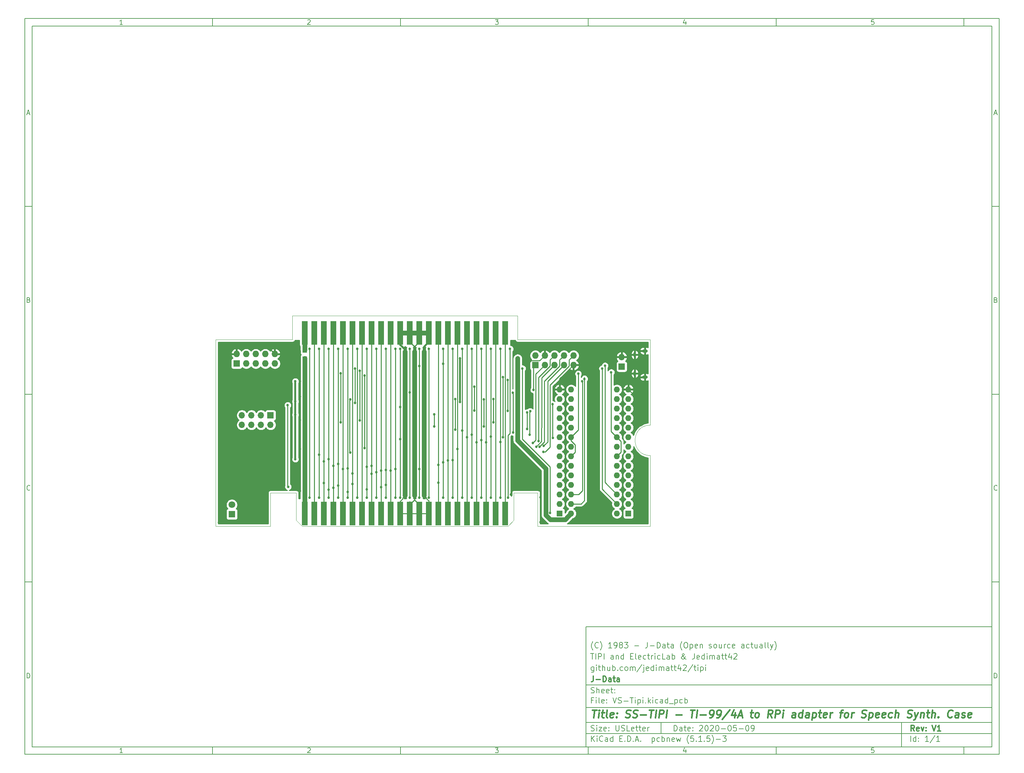
<source format=gbr>
G04 #@! TF.GenerationSoftware,KiCad,Pcbnew,(5.1.5)-3*
G04 #@! TF.CreationDate,2020-05-10T09:48:16-04:00*
G04 #@! TF.ProjectId,VS-Tipi,56532d54-6970-4692-9e6b-696361645f70,V1*
G04 #@! TF.SameCoordinates,Original*
G04 #@! TF.FileFunction,Copper,L2,Bot*
G04 #@! TF.FilePolarity,Positive*
%FSLAX46Y46*%
G04 Gerber Fmt 4.6, Leading zero omitted, Abs format (unit mm)*
G04 Created by KiCad (PCBNEW (5.1.5)-3) date 2020-05-10 09:48:16*
%MOMM*%
%LPD*%
G04 APERTURE LIST*
%ADD10C,0.100000*%
%ADD11C,0.150000*%
%ADD12C,0.300000*%
%ADD13C,0.400000*%
G04 #@! TA.AperFunction,Profile*
%ADD14C,0.025400*%
G04 #@! TD*
G04 #@! TA.AperFunction,ComponentPad*
%ADD15O,1.700000X1.700000*%
G04 #@! TD*
G04 #@! TA.AperFunction,ComponentPad*
%ADD16R,1.700000X1.700000*%
G04 #@! TD*
G04 #@! TA.AperFunction,ComponentPad*
%ADD17O,1.550000X0.775000*%
G04 #@! TD*
G04 #@! TA.AperFunction,ComponentPad*
%ADD18O,0.650000X1.300000*%
G04 #@! TD*
G04 #@! TA.AperFunction,ComponentPad*
%ADD19R,1.727200X1.727200*%
G04 #@! TD*
G04 #@! TA.AperFunction,ComponentPad*
%ADD20O,1.727200X1.727200*%
G04 #@! TD*
G04 #@! TA.AperFunction,SMDPad,CuDef*
%ADD21R,1.250000X1.500000*%
G04 #@! TD*
G04 #@! TA.AperFunction,ComponentPad*
%ADD22O,1.600000X1.600000*%
G04 #@! TD*
G04 #@! TA.AperFunction,ComponentPad*
%ADD23R,1.600000X1.600000*%
G04 #@! TD*
G04 #@! TA.AperFunction,ConnectorPad*
%ADD24R,1.600000X6.350000*%
G04 #@! TD*
G04 #@! TA.AperFunction,ComponentPad*
%ADD25R,1.800000X1.800000*%
G04 #@! TD*
G04 #@! TA.AperFunction,ComponentPad*
%ADD26C,1.800000*%
G04 #@! TD*
G04 #@! TA.AperFunction,ViaPad*
%ADD27C,0.685800*%
G04 #@! TD*
G04 #@! TA.AperFunction,Conductor*
%ADD28C,0.508000*%
G04 #@! TD*
G04 #@! TA.AperFunction,Conductor*
%ADD29C,0.250000*%
G04 #@! TD*
G04 #@! TA.AperFunction,Conductor*
%ADD30C,1.270000*%
G04 #@! TD*
G04 #@! TA.AperFunction,Conductor*
%ADD31C,0.254000*%
G04 #@! TD*
G04 APERTURE END LIST*
D10*
D11*
X159400000Y-171900000D02*
X159400000Y-203900000D01*
X267400000Y-203900000D01*
X267400000Y-171900000D01*
X159400000Y-171900000D01*
D10*
D11*
X10000000Y-10000000D02*
X10000000Y-205900000D01*
X269400000Y-205900000D01*
X269400000Y-10000000D01*
X10000000Y-10000000D01*
D10*
D11*
X12000000Y-12000000D02*
X12000000Y-203900000D01*
X267400000Y-203900000D01*
X267400000Y-12000000D01*
X12000000Y-12000000D01*
D10*
D11*
X60000000Y-12000000D02*
X60000000Y-10000000D01*
D10*
D11*
X110000000Y-12000000D02*
X110000000Y-10000000D01*
D10*
D11*
X160000000Y-12000000D02*
X160000000Y-10000000D01*
D10*
D11*
X210000000Y-12000000D02*
X210000000Y-10000000D01*
D10*
D11*
X260000000Y-12000000D02*
X260000000Y-10000000D01*
D10*
D11*
X36065476Y-11588095D02*
X35322619Y-11588095D01*
X35694047Y-11588095D02*
X35694047Y-10288095D01*
X35570238Y-10473809D01*
X35446428Y-10597619D01*
X35322619Y-10659523D01*
D10*
D11*
X85322619Y-10411904D02*
X85384523Y-10350000D01*
X85508333Y-10288095D01*
X85817857Y-10288095D01*
X85941666Y-10350000D01*
X86003571Y-10411904D01*
X86065476Y-10535714D01*
X86065476Y-10659523D01*
X86003571Y-10845238D01*
X85260714Y-11588095D01*
X86065476Y-11588095D01*
D10*
D11*
X135260714Y-10288095D02*
X136065476Y-10288095D01*
X135632142Y-10783333D01*
X135817857Y-10783333D01*
X135941666Y-10845238D01*
X136003571Y-10907142D01*
X136065476Y-11030952D01*
X136065476Y-11340476D01*
X136003571Y-11464285D01*
X135941666Y-11526190D01*
X135817857Y-11588095D01*
X135446428Y-11588095D01*
X135322619Y-11526190D01*
X135260714Y-11464285D01*
D10*
D11*
X185941666Y-10721428D02*
X185941666Y-11588095D01*
X185632142Y-10226190D02*
X185322619Y-11154761D01*
X186127380Y-11154761D01*
D10*
D11*
X236003571Y-10288095D02*
X235384523Y-10288095D01*
X235322619Y-10907142D01*
X235384523Y-10845238D01*
X235508333Y-10783333D01*
X235817857Y-10783333D01*
X235941666Y-10845238D01*
X236003571Y-10907142D01*
X236065476Y-11030952D01*
X236065476Y-11340476D01*
X236003571Y-11464285D01*
X235941666Y-11526190D01*
X235817857Y-11588095D01*
X235508333Y-11588095D01*
X235384523Y-11526190D01*
X235322619Y-11464285D01*
D10*
D11*
X60000000Y-203900000D02*
X60000000Y-205900000D01*
D10*
D11*
X110000000Y-203900000D02*
X110000000Y-205900000D01*
D10*
D11*
X160000000Y-203900000D02*
X160000000Y-205900000D01*
D10*
D11*
X210000000Y-203900000D02*
X210000000Y-205900000D01*
D10*
D11*
X260000000Y-203900000D02*
X260000000Y-205900000D01*
D10*
D11*
X36065476Y-205488095D02*
X35322619Y-205488095D01*
X35694047Y-205488095D02*
X35694047Y-204188095D01*
X35570238Y-204373809D01*
X35446428Y-204497619D01*
X35322619Y-204559523D01*
D10*
D11*
X85322619Y-204311904D02*
X85384523Y-204250000D01*
X85508333Y-204188095D01*
X85817857Y-204188095D01*
X85941666Y-204250000D01*
X86003571Y-204311904D01*
X86065476Y-204435714D01*
X86065476Y-204559523D01*
X86003571Y-204745238D01*
X85260714Y-205488095D01*
X86065476Y-205488095D01*
D10*
D11*
X135260714Y-204188095D02*
X136065476Y-204188095D01*
X135632142Y-204683333D01*
X135817857Y-204683333D01*
X135941666Y-204745238D01*
X136003571Y-204807142D01*
X136065476Y-204930952D01*
X136065476Y-205240476D01*
X136003571Y-205364285D01*
X135941666Y-205426190D01*
X135817857Y-205488095D01*
X135446428Y-205488095D01*
X135322619Y-205426190D01*
X135260714Y-205364285D01*
D10*
D11*
X185941666Y-204621428D02*
X185941666Y-205488095D01*
X185632142Y-204126190D02*
X185322619Y-205054761D01*
X186127380Y-205054761D01*
D10*
D11*
X236003571Y-204188095D02*
X235384523Y-204188095D01*
X235322619Y-204807142D01*
X235384523Y-204745238D01*
X235508333Y-204683333D01*
X235817857Y-204683333D01*
X235941666Y-204745238D01*
X236003571Y-204807142D01*
X236065476Y-204930952D01*
X236065476Y-205240476D01*
X236003571Y-205364285D01*
X235941666Y-205426190D01*
X235817857Y-205488095D01*
X235508333Y-205488095D01*
X235384523Y-205426190D01*
X235322619Y-205364285D01*
D10*
D11*
X10000000Y-60000000D02*
X12000000Y-60000000D01*
D10*
D11*
X10000000Y-110000000D02*
X12000000Y-110000000D01*
D10*
D11*
X10000000Y-160000000D02*
X12000000Y-160000000D01*
D10*
D11*
X10690476Y-35216666D02*
X11309523Y-35216666D01*
X10566666Y-35588095D02*
X11000000Y-34288095D01*
X11433333Y-35588095D01*
D10*
D11*
X11092857Y-84907142D02*
X11278571Y-84969047D01*
X11340476Y-85030952D01*
X11402380Y-85154761D01*
X11402380Y-85340476D01*
X11340476Y-85464285D01*
X11278571Y-85526190D01*
X11154761Y-85588095D01*
X10659523Y-85588095D01*
X10659523Y-84288095D01*
X11092857Y-84288095D01*
X11216666Y-84350000D01*
X11278571Y-84411904D01*
X11340476Y-84535714D01*
X11340476Y-84659523D01*
X11278571Y-84783333D01*
X11216666Y-84845238D01*
X11092857Y-84907142D01*
X10659523Y-84907142D01*
D10*
D11*
X11402380Y-135464285D02*
X11340476Y-135526190D01*
X11154761Y-135588095D01*
X11030952Y-135588095D01*
X10845238Y-135526190D01*
X10721428Y-135402380D01*
X10659523Y-135278571D01*
X10597619Y-135030952D01*
X10597619Y-134845238D01*
X10659523Y-134597619D01*
X10721428Y-134473809D01*
X10845238Y-134350000D01*
X11030952Y-134288095D01*
X11154761Y-134288095D01*
X11340476Y-134350000D01*
X11402380Y-134411904D01*
D10*
D11*
X10659523Y-185588095D02*
X10659523Y-184288095D01*
X10969047Y-184288095D01*
X11154761Y-184350000D01*
X11278571Y-184473809D01*
X11340476Y-184597619D01*
X11402380Y-184845238D01*
X11402380Y-185030952D01*
X11340476Y-185278571D01*
X11278571Y-185402380D01*
X11154761Y-185526190D01*
X10969047Y-185588095D01*
X10659523Y-185588095D01*
D10*
D11*
X269400000Y-60000000D02*
X267400000Y-60000000D01*
D10*
D11*
X269400000Y-110000000D02*
X267400000Y-110000000D01*
D10*
D11*
X269400000Y-160000000D02*
X267400000Y-160000000D01*
D10*
D11*
X268090476Y-35216666D02*
X268709523Y-35216666D01*
X267966666Y-35588095D02*
X268400000Y-34288095D01*
X268833333Y-35588095D01*
D10*
D11*
X268492857Y-84907142D02*
X268678571Y-84969047D01*
X268740476Y-85030952D01*
X268802380Y-85154761D01*
X268802380Y-85340476D01*
X268740476Y-85464285D01*
X268678571Y-85526190D01*
X268554761Y-85588095D01*
X268059523Y-85588095D01*
X268059523Y-84288095D01*
X268492857Y-84288095D01*
X268616666Y-84350000D01*
X268678571Y-84411904D01*
X268740476Y-84535714D01*
X268740476Y-84659523D01*
X268678571Y-84783333D01*
X268616666Y-84845238D01*
X268492857Y-84907142D01*
X268059523Y-84907142D01*
D10*
D11*
X268802380Y-135464285D02*
X268740476Y-135526190D01*
X268554761Y-135588095D01*
X268430952Y-135588095D01*
X268245238Y-135526190D01*
X268121428Y-135402380D01*
X268059523Y-135278571D01*
X267997619Y-135030952D01*
X267997619Y-134845238D01*
X268059523Y-134597619D01*
X268121428Y-134473809D01*
X268245238Y-134350000D01*
X268430952Y-134288095D01*
X268554761Y-134288095D01*
X268740476Y-134350000D01*
X268802380Y-134411904D01*
D10*
D11*
X268059523Y-185588095D02*
X268059523Y-184288095D01*
X268369047Y-184288095D01*
X268554761Y-184350000D01*
X268678571Y-184473809D01*
X268740476Y-184597619D01*
X268802380Y-184845238D01*
X268802380Y-185030952D01*
X268740476Y-185278571D01*
X268678571Y-185402380D01*
X268554761Y-185526190D01*
X268369047Y-185588095D01*
X268059523Y-185588095D01*
D10*
D11*
X182832142Y-199678571D02*
X182832142Y-198178571D01*
X183189285Y-198178571D01*
X183403571Y-198250000D01*
X183546428Y-198392857D01*
X183617857Y-198535714D01*
X183689285Y-198821428D01*
X183689285Y-199035714D01*
X183617857Y-199321428D01*
X183546428Y-199464285D01*
X183403571Y-199607142D01*
X183189285Y-199678571D01*
X182832142Y-199678571D01*
X184975000Y-199678571D02*
X184975000Y-198892857D01*
X184903571Y-198750000D01*
X184760714Y-198678571D01*
X184475000Y-198678571D01*
X184332142Y-198750000D01*
X184975000Y-199607142D02*
X184832142Y-199678571D01*
X184475000Y-199678571D01*
X184332142Y-199607142D01*
X184260714Y-199464285D01*
X184260714Y-199321428D01*
X184332142Y-199178571D01*
X184475000Y-199107142D01*
X184832142Y-199107142D01*
X184975000Y-199035714D01*
X185475000Y-198678571D02*
X186046428Y-198678571D01*
X185689285Y-198178571D02*
X185689285Y-199464285D01*
X185760714Y-199607142D01*
X185903571Y-199678571D01*
X186046428Y-199678571D01*
X187117857Y-199607142D02*
X186975000Y-199678571D01*
X186689285Y-199678571D01*
X186546428Y-199607142D01*
X186475000Y-199464285D01*
X186475000Y-198892857D01*
X186546428Y-198750000D01*
X186689285Y-198678571D01*
X186975000Y-198678571D01*
X187117857Y-198750000D01*
X187189285Y-198892857D01*
X187189285Y-199035714D01*
X186475000Y-199178571D01*
X187832142Y-199535714D02*
X187903571Y-199607142D01*
X187832142Y-199678571D01*
X187760714Y-199607142D01*
X187832142Y-199535714D01*
X187832142Y-199678571D01*
X187832142Y-198750000D02*
X187903571Y-198821428D01*
X187832142Y-198892857D01*
X187760714Y-198821428D01*
X187832142Y-198750000D01*
X187832142Y-198892857D01*
X189617857Y-198321428D02*
X189689285Y-198250000D01*
X189832142Y-198178571D01*
X190189285Y-198178571D01*
X190332142Y-198250000D01*
X190403571Y-198321428D01*
X190475000Y-198464285D01*
X190475000Y-198607142D01*
X190403571Y-198821428D01*
X189546428Y-199678571D01*
X190475000Y-199678571D01*
X191403571Y-198178571D02*
X191546428Y-198178571D01*
X191689285Y-198250000D01*
X191760714Y-198321428D01*
X191832142Y-198464285D01*
X191903571Y-198750000D01*
X191903571Y-199107142D01*
X191832142Y-199392857D01*
X191760714Y-199535714D01*
X191689285Y-199607142D01*
X191546428Y-199678571D01*
X191403571Y-199678571D01*
X191260714Y-199607142D01*
X191189285Y-199535714D01*
X191117857Y-199392857D01*
X191046428Y-199107142D01*
X191046428Y-198750000D01*
X191117857Y-198464285D01*
X191189285Y-198321428D01*
X191260714Y-198250000D01*
X191403571Y-198178571D01*
X192475000Y-198321428D02*
X192546428Y-198250000D01*
X192689285Y-198178571D01*
X193046428Y-198178571D01*
X193189285Y-198250000D01*
X193260714Y-198321428D01*
X193332142Y-198464285D01*
X193332142Y-198607142D01*
X193260714Y-198821428D01*
X192403571Y-199678571D01*
X193332142Y-199678571D01*
X194260714Y-198178571D02*
X194403571Y-198178571D01*
X194546428Y-198250000D01*
X194617857Y-198321428D01*
X194689285Y-198464285D01*
X194760714Y-198750000D01*
X194760714Y-199107142D01*
X194689285Y-199392857D01*
X194617857Y-199535714D01*
X194546428Y-199607142D01*
X194403571Y-199678571D01*
X194260714Y-199678571D01*
X194117857Y-199607142D01*
X194046428Y-199535714D01*
X193975000Y-199392857D01*
X193903571Y-199107142D01*
X193903571Y-198750000D01*
X193975000Y-198464285D01*
X194046428Y-198321428D01*
X194117857Y-198250000D01*
X194260714Y-198178571D01*
X195403571Y-199107142D02*
X196546428Y-199107142D01*
X197546428Y-198178571D02*
X197689285Y-198178571D01*
X197832142Y-198250000D01*
X197903571Y-198321428D01*
X197975000Y-198464285D01*
X198046428Y-198750000D01*
X198046428Y-199107142D01*
X197975000Y-199392857D01*
X197903571Y-199535714D01*
X197832142Y-199607142D01*
X197689285Y-199678571D01*
X197546428Y-199678571D01*
X197403571Y-199607142D01*
X197332142Y-199535714D01*
X197260714Y-199392857D01*
X197189285Y-199107142D01*
X197189285Y-198750000D01*
X197260714Y-198464285D01*
X197332142Y-198321428D01*
X197403571Y-198250000D01*
X197546428Y-198178571D01*
X199403571Y-198178571D02*
X198689285Y-198178571D01*
X198617857Y-198892857D01*
X198689285Y-198821428D01*
X198832142Y-198750000D01*
X199189285Y-198750000D01*
X199332142Y-198821428D01*
X199403571Y-198892857D01*
X199475000Y-199035714D01*
X199475000Y-199392857D01*
X199403571Y-199535714D01*
X199332142Y-199607142D01*
X199189285Y-199678571D01*
X198832142Y-199678571D01*
X198689285Y-199607142D01*
X198617857Y-199535714D01*
X200117857Y-199107142D02*
X201260714Y-199107142D01*
X202260714Y-198178571D02*
X202403571Y-198178571D01*
X202546428Y-198250000D01*
X202617857Y-198321428D01*
X202689285Y-198464285D01*
X202760714Y-198750000D01*
X202760714Y-199107142D01*
X202689285Y-199392857D01*
X202617857Y-199535714D01*
X202546428Y-199607142D01*
X202403571Y-199678571D01*
X202260714Y-199678571D01*
X202117857Y-199607142D01*
X202046428Y-199535714D01*
X201975000Y-199392857D01*
X201903571Y-199107142D01*
X201903571Y-198750000D01*
X201975000Y-198464285D01*
X202046428Y-198321428D01*
X202117857Y-198250000D01*
X202260714Y-198178571D01*
X203475000Y-199678571D02*
X203760714Y-199678571D01*
X203903571Y-199607142D01*
X203975000Y-199535714D01*
X204117857Y-199321428D01*
X204189285Y-199035714D01*
X204189285Y-198464285D01*
X204117857Y-198321428D01*
X204046428Y-198250000D01*
X203903571Y-198178571D01*
X203617857Y-198178571D01*
X203475000Y-198250000D01*
X203403571Y-198321428D01*
X203332142Y-198464285D01*
X203332142Y-198821428D01*
X203403571Y-198964285D01*
X203475000Y-199035714D01*
X203617857Y-199107142D01*
X203903571Y-199107142D01*
X204046428Y-199035714D01*
X204117857Y-198964285D01*
X204189285Y-198821428D01*
D10*
D11*
X159400000Y-200400000D02*
X267400000Y-200400000D01*
D10*
D11*
X160832142Y-202478571D02*
X160832142Y-200978571D01*
X161689285Y-202478571D02*
X161046428Y-201621428D01*
X161689285Y-200978571D02*
X160832142Y-201835714D01*
X162332142Y-202478571D02*
X162332142Y-201478571D01*
X162332142Y-200978571D02*
X162260714Y-201050000D01*
X162332142Y-201121428D01*
X162403571Y-201050000D01*
X162332142Y-200978571D01*
X162332142Y-201121428D01*
X163903571Y-202335714D02*
X163832142Y-202407142D01*
X163617857Y-202478571D01*
X163475000Y-202478571D01*
X163260714Y-202407142D01*
X163117857Y-202264285D01*
X163046428Y-202121428D01*
X162975000Y-201835714D01*
X162975000Y-201621428D01*
X163046428Y-201335714D01*
X163117857Y-201192857D01*
X163260714Y-201050000D01*
X163475000Y-200978571D01*
X163617857Y-200978571D01*
X163832142Y-201050000D01*
X163903571Y-201121428D01*
X165189285Y-202478571D02*
X165189285Y-201692857D01*
X165117857Y-201550000D01*
X164975000Y-201478571D01*
X164689285Y-201478571D01*
X164546428Y-201550000D01*
X165189285Y-202407142D02*
X165046428Y-202478571D01*
X164689285Y-202478571D01*
X164546428Y-202407142D01*
X164475000Y-202264285D01*
X164475000Y-202121428D01*
X164546428Y-201978571D01*
X164689285Y-201907142D01*
X165046428Y-201907142D01*
X165189285Y-201835714D01*
X166546428Y-202478571D02*
X166546428Y-200978571D01*
X166546428Y-202407142D02*
X166403571Y-202478571D01*
X166117857Y-202478571D01*
X165975000Y-202407142D01*
X165903571Y-202335714D01*
X165832142Y-202192857D01*
X165832142Y-201764285D01*
X165903571Y-201621428D01*
X165975000Y-201550000D01*
X166117857Y-201478571D01*
X166403571Y-201478571D01*
X166546428Y-201550000D01*
X168403571Y-201692857D02*
X168903571Y-201692857D01*
X169117857Y-202478571D02*
X168403571Y-202478571D01*
X168403571Y-200978571D01*
X169117857Y-200978571D01*
X169760714Y-202335714D02*
X169832142Y-202407142D01*
X169760714Y-202478571D01*
X169689285Y-202407142D01*
X169760714Y-202335714D01*
X169760714Y-202478571D01*
X170475000Y-202478571D02*
X170475000Y-200978571D01*
X170832142Y-200978571D01*
X171046428Y-201050000D01*
X171189285Y-201192857D01*
X171260714Y-201335714D01*
X171332142Y-201621428D01*
X171332142Y-201835714D01*
X171260714Y-202121428D01*
X171189285Y-202264285D01*
X171046428Y-202407142D01*
X170832142Y-202478571D01*
X170475000Y-202478571D01*
X171975000Y-202335714D02*
X172046428Y-202407142D01*
X171975000Y-202478571D01*
X171903571Y-202407142D01*
X171975000Y-202335714D01*
X171975000Y-202478571D01*
X172617857Y-202050000D02*
X173332142Y-202050000D01*
X172475000Y-202478571D02*
X172975000Y-200978571D01*
X173475000Y-202478571D01*
X173975000Y-202335714D02*
X174046428Y-202407142D01*
X173975000Y-202478571D01*
X173903571Y-202407142D01*
X173975000Y-202335714D01*
X173975000Y-202478571D01*
X176975000Y-201478571D02*
X176975000Y-202978571D01*
X176975000Y-201550000D02*
X177117857Y-201478571D01*
X177403571Y-201478571D01*
X177546428Y-201550000D01*
X177617857Y-201621428D01*
X177689285Y-201764285D01*
X177689285Y-202192857D01*
X177617857Y-202335714D01*
X177546428Y-202407142D01*
X177403571Y-202478571D01*
X177117857Y-202478571D01*
X176975000Y-202407142D01*
X178975000Y-202407142D02*
X178832142Y-202478571D01*
X178546428Y-202478571D01*
X178403571Y-202407142D01*
X178332142Y-202335714D01*
X178260714Y-202192857D01*
X178260714Y-201764285D01*
X178332142Y-201621428D01*
X178403571Y-201550000D01*
X178546428Y-201478571D01*
X178832142Y-201478571D01*
X178975000Y-201550000D01*
X179617857Y-202478571D02*
X179617857Y-200978571D01*
X179617857Y-201550000D02*
X179760714Y-201478571D01*
X180046428Y-201478571D01*
X180189285Y-201550000D01*
X180260714Y-201621428D01*
X180332142Y-201764285D01*
X180332142Y-202192857D01*
X180260714Y-202335714D01*
X180189285Y-202407142D01*
X180046428Y-202478571D01*
X179760714Y-202478571D01*
X179617857Y-202407142D01*
X180975000Y-201478571D02*
X180975000Y-202478571D01*
X180975000Y-201621428D02*
X181046428Y-201550000D01*
X181189285Y-201478571D01*
X181403571Y-201478571D01*
X181546428Y-201550000D01*
X181617857Y-201692857D01*
X181617857Y-202478571D01*
X182903571Y-202407142D02*
X182760714Y-202478571D01*
X182475000Y-202478571D01*
X182332142Y-202407142D01*
X182260714Y-202264285D01*
X182260714Y-201692857D01*
X182332142Y-201550000D01*
X182475000Y-201478571D01*
X182760714Y-201478571D01*
X182903571Y-201550000D01*
X182975000Y-201692857D01*
X182975000Y-201835714D01*
X182260714Y-201978571D01*
X183475000Y-201478571D02*
X183760714Y-202478571D01*
X184046428Y-201764285D01*
X184332142Y-202478571D01*
X184617857Y-201478571D01*
X186760714Y-203050000D02*
X186689285Y-202978571D01*
X186546428Y-202764285D01*
X186475000Y-202621428D01*
X186403571Y-202407142D01*
X186332142Y-202050000D01*
X186332142Y-201764285D01*
X186403571Y-201407142D01*
X186475000Y-201192857D01*
X186546428Y-201050000D01*
X186689285Y-200835714D01*
X186760714Y-200764285D01*
X188046428Y-200978571D02*
X187332142Y-200978571D01*
X187260714Y-201692857D01*
X187332142Y-201621428D01*
X187475000Y-201550000D01*
X187832142Y-201550000D01*
X187975000Y-201621428D01*
X188046428Y-201692857D01*
X188117857Y-201835714D01*
X188117857Y-202192857D01*
X188046428Y-202335714D01*
X187975000Y-202407142D01*
X187832142Y-202478571D01*
X187475000Y-202478571D01*
X187332142Y-202407142D01*
X187260714Y-202335714D01*
X188760714Y-202335714D02*
X188832142Y-202407142D01*
X188760714Y-202478571D01*
X188689285Y-202407142D01*
X188760714Y-202335714D01*
X188760714Y-202478571D01*
X190260714Y-202478571D02*
X189403571Y-202478571D01*
X189832142Y-202478571D02*
X189832142Y-200978571D01*
X189689285Y-201192857D01*
X189546428Y-201335714D01*
X189403571Y-201407142D01*
X190903571Y-202335714D02*
X190975000Y-202407142D01*
X190903571Y-202478571D01*
X190832142Y-202407142D01*
X190903571Y-202335714D01*
X190903571Y-202478571D01*
X192332142Y-200978571D02*
X191617857Y-200978571D01*
X191546428Y-201692857D01*
X191617857Y-201621428D01*
X191760714Y-201550000D01*
X192117857Y-201550000D01*
X192260714Y-201621428D01*
X192332142Y-201692857D01*
X192403571Y-201835714D01*
X192403571Y-202192857D01*
X192332142Y-202335714D01*
X192260714Y-202407142D01*
X192117857Y-202478571D01*
X191760714Y-202478571D01*
X191617857Y-202407142D01*
X191546428Y-202335714D01*
X192903571Y-203050000D02*
X192975000Y-202978571D01*
X193117857Y-202764285D01*
X193189285Y-202621428D01*
X193260714Y-202407142D01*
X193332142Y-202050000D01*
X193332142Y-201764285D01*
X193260714Y-201407142D01*
X193189285Y-201192857D01*
X193117857Y-201050000D01*
X192975000Y-200835714D01*
X192903571Y-200764285D01*
X194046428Y-201907142D02*
X195189285Y-201907142D01*
X195760714Y-200978571D02*
X196689285Y-200978571D01*
X196189285Y-201550000D01*
X196403571Y-201550000D01*
X196546428Y-201621428D01*
X196617857Y-201692857D01*
X196689285Y-201835714D01*
X196689285Y-202192857D01*
X196617857Y-202335714D01*
X196546428Y-202407142D01*
X196403571Y-202478571D01*
X195975000Y-202478571D01*
X195832142Y-202407142D01*
X195760714Y-202335714D01*
D10*
D11*
X159400000Y-197400000D02*
X267400000Y-197400000D01*
D10*
D12*
X246809285Y-199678571D02*
X246309285Y-198964285D01*
X245952142Y-199678571D02*
X245952142Y-198178571D01*
X246523571Y-198178571D01*
X246666428Y-198250000D01*
X246737857Y-198321428D01*
X246809285Y-198464285D01*
X246809285Y-198678571D01*
X246737857Y-198821428D01*
X246666428Y-198892857D01*
X246523571Y-198964285D01*
X245952142Y-198964285D01*
X248023571Y-199607142D02*
X247880714Y-199678571D01*
X247595000Y-199678571D01*
X247452142Y-199607142D01*
X247380714Y-199464285D01*
X247380714Y-198892857D01*
X247452142Y-198750000D01*
X247595000Y-198678571D01*
X247880714Y-198678571D01*
X248023571Y-198750000D01*
X248095000Y-198892857D01*
X248095000Y-199035714D01*
X247380714Y-199178571D01*
X248595000Y-198678571D02*
X248952142Y-199678571D01*
X249309285Y-198678571D01*
X249880714Y-199535714D02*
X249952142Y-199607142D01*
X249880714Y-199678571D01*
X249809285Y-199607142D01*
X249880714Y-199535714D01*
X249880714Y-199678571D01*
X249880714Y-198750000D02*
X249952142Y-198821428D01*
X249880714Y-198892857D01*
X249809285Y-198821428D01*
X249880714Y-198750000D01*
X249880714Y-198892857D01*
X251523571Y-198178571D02*
X252023571Y-199678571D01*
X252523571Y-198178571D01*
X253809285Y-199678571D02*
X252952142Y-199678571D01*
X253380714Y-199678571D02*
X253380714Y-198178571D01*
X253237857Y-198392857D01*
X253095000Y-198535714D01*
X252952142Y-198607142D01*
D10*
D11*
X160760714Y-199607142D02*
X160975000Y-199678571D01*
X161332142Y-199678571D01*
X161475000Y-199607142D01*
X161546428Y-199535714D01*
X161617857Y-199392857D01*
X161617857Y-199250000D01*
X161546428Y-199107142D01*
X161475000Y-199035714D01*
X161332142Y-198964285D01*
X161046428Y-198892857D01*
X160903571Y-198821428D01*
X160832142Y-198750000D01*
X160760714Y-198607142D01*
X160760714Y-198464285D01*
X160832142Y-198321428D01*
X160903571Y-198250000D01*
X161046428Y-198178571D01*
X161403571Y-198178571D01*
X161617857Y-198250000D01*
X162260714Y-199678571D02*
X162260714Y-198678571D01*
X162260714Y-198178571D02*
X162189285Y-198250000D01*
X162260714Y-198321428D01*
X162332142Y-198250000D01*
X162260714Y-198178571D01*
X162260714Y-198321428D01*
X162832142Y-198678571D02*
X163617857Y-198678571D01*
X162832142Y-199678571D01*
X163617857Y-199678571D01*
X164760714Y-199607142D02*
X164617857Y-199678571D01*
X164332142Y-199678571D01*
X164189285Y-199607142D01*
X164117857Y-199464285D01*
X164117857Y-198892857D01*
X164189285Y-198750000D01*
X164332142Y-198678571D01*
X164617857Y-198678571D01*
X164760714Y-198750000D01*
X164832142Y-198892857D01*
X164832142Y-199035714D01*
X164117857Y-199178571D01*
X165475000Y-199535714D02*
X165546428Y-199607142D01*
X165475000Y-199678571D01*
X165403571Y-199607142D01*
X165475000Y-199535714D01*
X165475000Y-199678571D01*
X165475000Y-198750000D02*
X165546428Y-198821428D01*
X165475000Y-198892857D01*
X165403571Y-198821428D01*
X165475000Y-198750000D01*
X165475000Y-198892857D01*
X167332142Y-198178571D02*
X167332142Y-199392857D01*
X167403571Y-199535714D01*
X167475000Y-199607142D01*
X167617857Y-199678571D01*
X167903571Y-199678571D01*
X168046428Y-199607142D01*
X168117857Y-199535714D01*
X168189285Y-199392857D01*
X168189285Y-198178571D01*
X168832142Y-199607142D02*
X169046428Y-199678571D01*
X169403571Y-199678571D01*
X169546428Y-199607142D01*
X169617857Y-199535714D01*
X169689285Y-199392857D01*
X169689285Y-199250000D01*
X169617857Y-199107142D01*
X169546428Y-199035714D01*
X169403571Y-198964285D01*
X169117857Y-198892857D01*
X168975000Y-198821428D01*
X168903571Y-198750000D01*
X168832142Y-198607142D01*
X168832142Y-198464285D01*
X168903571Y-198321428D01*
X168975000Y-198250000D01*
X169117857Y-198178571D01*
X169475000Y-198178571D01*
X169689285Y-198250000D01*
X171046428Y-199678571D02*
X170332142Y-199678571D01*
X170332142Y-198178571D01*
X172117857Y-199607142D02*
X171975000Y-199678571D01*
X171689285Y-199678571D01*
X171546428Y-199607142D01*
X171475000Y-199464285D01*
X171475000Y-198892857D01*
X171546428Y-198750000D01*
X171689285Y-198678571D01*
X171975000Y-198678571D01*
X172117857Y-198750000D01*
X172189285Y-198892857D01*
X172189285Y-199035714D01*
X171475000Y-199178571D01*
X172617857Y-198678571D02*
X173189285Y-198678571D01*
X172832142Y-198178571D02*
X172832142Y-199464285D01*
X172903571Y-199607142D01*
X173046428Y-199678571D01*
X173189285Y-199678571D01*
X173475000Y-198678571D02*
X174046428Y-198678571D01*
X173689285Y-198178571D02*
X173689285Y-199464285D01*
X173760714Y-199607142D01*
X173903571Y-199678571D01*
X174046428Y-199678571D01*
X175117857Y-199607142D02*
X174975000Y-199678571D01*
X174689285Y-199678571D01*
X174546428Y-199607142D01*
X174475000Y-199464285D01*
X174475000Y-198892857D01*
X174546428Y-198750000D01*
X174689285Y-198678571D01*
X174975000Y-198678571D01*
X175117857Y-198750000D01*
X175189285Y-198892857D01*
X175189285Y-199035714D01*
X174475000Y-199178571D01*
X175832142Y-199678571D02*
X175832142Y-198678571D01*
X175832142Y-198964285D02*
X175903571Y-198821428D01*
X175975000Y-198750000D01*
X176117857Y-198678571D01*
X176260714Y-198678571D01*
D10*
D11*
X245832142Y-202478571D02*
X245832142Y-200978571D01*
X247189285Y-202478571D02*
X247189285Y-200978571D01*
X247189285Y-202407142D02*
X247046428Y-202478571D01*
X246760714Y-202478571D01*
X246617857Y-202407142D01*
X246546428Y-202335714D01*
X246475000Y-202192857D01*
X246475000Y-201764285D01*
X246546428Y-201621428D01*
X246617857Y-201550000D01*
X246760714Y-201478571D01*
X247046428Y-201478571D01*
X247189285Y-201550000D01*
X247903571Y-202335714D02*
X247975000Y-202407142D01*
X247903571Y-202478571D01*
X247832142Y-202407142D01*
X247903571Y-202335714D01*
X247903571Y-202478571D01*
X247903571Y-201550000D02*
X247975000Y-201621428D01*
X247903571Y-201692857D01*
X247832142Y-201621428D01*
X247903571Y-201550000D01*
X247903571Y-201692857D01*
X250546428Y-202478571D02*
X249689285Y-202478571D01*
X250117857Y-202478571D02*
X250117857Y-200978571D01*
X249975000Y-201192857D01*
X249832142Y-201335714D01*
X249689285Y-201407142D01*
X252260714Y-200907142D02*
X250975000Y-202835714D01*
X253546428Y-202478571D02*
X252689285Y-202478571D01*
X253117857Y-202478571D02*
X253117857Y-200978571D01*
X252975000Y-201192857D01*
X252832142Y-201335714D01*
X252689285Y-201407142D01*
D10*
D11*
X159400000Y-193400000D02*
X267400000Y-193400000D01*
D10*
D13*
X161112380Y-194104761D02*
X162255238Y-194104761D01*
X161433809Y-196104761D02*
X161683809Y-194104761D01*
X162671904Y-196104761D02*
X162838571Y-194771428D01*
X162921904Y-194104761D02*
X162814761Y-194200000D01*
X162898095Y-194295238D01*
X163005238Y-194200000D01*
X162921904Y-194104761D01*
X162898095Y-194295238D01*
X163505238Y-194771428D02*
X164267142Y-194771428D01*
X163874285Y-194104761D02*
X163660000Y-195819047D01*
X163731428Y-196009523D01*
X163910000Y-196104761D01*
X164100476Y-196104761D01*
X165052857Y-196104761D02*
X164874285Y-196009523D01*
X164802857Y-195819047D01*
X165017142Y-194104761D01*
X166588571Y-196009523D02*
X166386190Y-196104761D01*
X166005238Y-196104761D01*
X165826666Y-196009523D01*
X165755238Y-195819047D01*
X165850476Y-195057142D01*
X165969523Y-194866666D01*
X166171904Y-194771428D01*
X166552857Y-194771428D01*
X166731428Y-194866666D01*
X166802857Y-195057142D01*
X166779047Y-195247619D01*
X165802857Y-195438095D01*
X167552857Y-195914285D02*
X167636190Y-196009523D01*
X167529047Y-196104761D01*
X167445714Y-196009523D01*
X167552857Y-195914285D01*
X167529047Y-196104761D01*
X167683809Y-194866666D02*
X167767142Y-194961904D01*
X167660000Y-195057142D01*
X167576666Y-194961904D01*
X167683809Y-194866666D01*
X167660000Y-195057142D01*
X169921904Y-196009523D02*
X170195714Y-196104761D01*
X170671904Y-196104761D01*
X170874285Y-196009523D01*
X170981428Y-195914285D01*
X171100476Y-195723809D01*
X171124285Y-195533333D01*
X171052857Y-195342857D01*
X170969523Y-195247619D01*
X170790952Y-195152380D01*
X170421904Y-195057142D01*
X170243333Y-194961904D01*
X170160000Y-194866666D01*
X170088571Y-194676190D01*
X170112380Y-194485714D01*
X170231428Y-194295238D01*
X170338571Y-194200000D01*
X170540952Y-194104761D01*
X171017142Y-194104761D01*
X171290952Y-194200000D01*
X171826666Y-196009523D02*
X172100476Y-196104761D01*
X172576666Y-196104761D01*
X172779047Y-196009523D01*
X172886190Y-195914285D01*
X173005238Y-195723809D01*
X173029047Y-195533333D01*
X172957619Y-195342857D01*
X172874285Y-195247619D01*
X172695714Y-195152380D01*
X172326666Y-195057142D01*
X172148095Y-194961904D01*
X172064761Y-194866666D01*
X171993333Y-194676190D01*
X172017142Y-194485714D01*
X172136190Y-194295238D01*
X172243333Y-194200000D01*
X172445714Y-194104761D01*
X172921904Y-194104761D01*
X173195714Y-194200000D01*
X173910000Y-195342857D02*
X175433809Y-195342857D01*
X176255238Y-194104761D02*
X177398095Y-194104761D01*
X176576666Y-196104761D02*
X176826666Y-194104761D01*
X177814761Y-196104761D02*
X178064761Y-194104761D01*
X178767142Y-196104761D02*
X179017142Y-194104761D01*
X179779047Y-194104761D01*
X179957619Y-194200000D01*
X180040952Y-194295238D01*
X180112380Y-194485714D01*
X180076666Y-194771428D01*
X179957619Y-194961904D01*
X179850476Y-195057142D01*
X179648095Y-195152380D01*
X178886190Y-195152380D01*
X180767142Y-196104761D02*
X181017142Y-194104761D01*
X183338571Y-195342857D02*
X184862380Y-195342857D01*
X187207619Y-194104761D02*
X188350476Y-194104761D01*
X187529047Y-196104761D02*
X187779047Y-194104761D01*
X188767142Y-196104761D02*
X189017142Y-194104761D01*
X189814761Y-195342857D02*
X191338571Y-195342857D01*
X192290952Y-196104761D02*
X192671904Y-196104761D01*
X192874285Y-196009523D01*
X192981428Y-195914285D01*
X193207619Y-195628571D01*
X193350476Y-195247619D01*
X193445714Y-194485714D01*
X193374285Y-194295238D01*
X193290952Y-194200000D01*
X193112380Y-194104761D01*
X192731428Y-194104761D01*
X192529047Y-194200000D01*
X192421904Y-194295238D01*
X192302857Y-194485714D01*
X192243333Y-194961904D01*
X192314761Y-195152380D01*
X192398095Y-195247619D01*
X192576666Y-195342857D01*
X192957619Y-195342857D01*
X193160000Y-195247619D01*
X193267142Y-195152380D01*
X193386190Y-194961904D01*
X194195714Y-196104761D02*
X194576666Y-196104761D01*
X194779047Y-196009523D01*
X194886190Y-195914285D01*
X195112380Y-195628571D01*
X195255238Y-195247619D01*
X195350476Y-194485714D01*
X195279047Y-194295238D01*
X195195714Y-194200000D01*
X195017142Y-194104761D01*
X194636190Y-194104761D01*
X194433809Y-194200000D01*
X194326666Y-194295238D01*
X194207619Y-194485714D01*
X194148095Y-194961904D01*
X194219523Y-195152380D01*
X194302857Y-195247619D01*
X194481428Y-195342857D01*
X194862380Y-195342857D01*
X195064761Y-195247619D01*
X195171904Y-195152380D01*
X195290952Y-194961904D01*
X197695714Y-194009523D02*
X195660000Y-196580952D01*
X199124285Y-194771428D02*
X198957619Y-196104761D01*
X198743333Y-194009523D02*
X198088571Y-195438095D01*
X199326666Y-195438095D01*
X199981428Y-195533333D02*
X200933809Y-195533333D01*
X199719523Y-196104761D02*
X200636190Y-194104761D01*
X201052857Y-196104761D01*
X203124285Y-194771428D02*
X203886190Y-194771428D01*
X203493333Y-194104761D02*
X203279047Y-195819047D01*
X203350476Y-196009523D01*
X203529047Y-196104761D01*
X203719523Y-196104761D01*
X204671904Y-196104761D02*
X204493333Y-196009523D01*
X204410000Y-195914285D01*
X204338571Y-195723809D01*
X204410000Y-195152380D01*
X204529047Y-194961904D01*
X204636190Y-194866666D01*
X204838571Y-194771428D01*
X205124285Y-194771428D01*
X205302857Y-194866666D01*
X205386190Y-194961904D01*
X205457619Y-195152380D01*
X205386190Y-195723809D01*
X205267142Y-195914285D01*
X205160000Y-196009523D01*
X204957619Y-196104761D01*
X204671904Y-196104761D01*
X208862380Y-196104761D02*
X208314761Y-195152380D01*
X207719523Y-196104761D02*
X207969523Y-194104761D01*
X208731428Y-194104761D01*
X208910000Y-194200000D01*
X208993333Y-194295238D01*
X209064761Y-194485714D01*
X209029047Y-194771428D01*
X208910000Y-194961904D01*
X208802857Y-195057142D01*
X208600476Y-195152380D01*
X207838571Y-195152380D01*
X209719523Y-196104761D02*
X209969523Y-194104761D01*
X210731428Y-194104761D01*
X210910000Y-194200000D01*
X210993333Y-194295238D01*
X211064761Y-194485714D01*
X211029047Y-194771428D01*
X210910000Y-194961904D01*
X210802857Y-195057142D01*
X210600476Y-195152380D01*
X209838571Y-195152380D01*
X211719523Y-196104761D02*
X211886190Y-194771428D01*
X211969523Y-194104761D02*
X211862380Y-194200000D01*
X211945714Y-194295238D01*
X212052857Y-194200000D01*
X211969523Y-194104761D01*
X211945714Y-194295238D01*
X215052857Y-196104761D02*
X215183809Y-195057142D01*
X215112380Y-194866666D01*
X214933809Y-194771428D01*
X214552857Y-194771428D01*
X214350476Y-194866666D01*
X215064761Y-196009523D02*
X214862380Y-196104761D01*
X214386190Y-196104761D01*
X214207619Y-196009523D01*
X214136190Y-195819047D01*
X214160000Y-195628571D01*
X214279047Y-195438095D01*
X214481428Y-195342857D01*
X214957619Y-195342857D01*
X215160000Y-195247619D01*
X216862380Y-196104761D02*
X217112380Y-194104761D01*
X216874285Y-196009523D02*
X216671904Y-196104761D01*
X216290952Y-196104761D01*
X216112380Y-196009523D01*
X216029047Y-195914285D01*
X215957619Y-195723809D01*
X216029047Y-195152380D01*
X216148095Y-194961904D01*
X216255238Y-194866666D01*
X216457619Y-194771428D01*
X216838571Y-194771428D01*
X217017142Y-194866666D01*
X218671904Y-196104761D02*
X218802857Y-195057142D01*
X218731428Y-194866666D01*
X218552857Y-194771428D01*
X218171904Y-194771428D01*
X217969523Y-194866666D01*
X218683809Y-196009523D02*
X218481428Y-196104761D01*
X218005238Y-196104761D01*
X217826666Y-196009523D01*
X217755238Y-195819047D01*
X217779047Y-195628571D01*
X217898095Y-195438095D01*
X218100476Y-195342857D01*
X218576666Y-195342857D01*
X218779047Y-195247619D01*
X219790952Y-194771428D02*
X219540952Y-196771428D01*
X219779047Y-194866666D02*
X219981428Y-194771428D01*
X220362380Y-194771428D01*
X220540952Y-194866666D01*
X220624285Y-194961904D01*
X220695714Y-195152380D01*
X220624285Y-195723809D01*
X220505238Y-195914285D01*
X220398095Y-196009523D01*
X220195714Y-196104761D01*
X219814761Y-196104761D01*
X219636190Y-196009523D01*
X221314761Y-194771428D02*
X222076666Y-194771428D01*
X221683809Y-194104761D02*
X221469523Y-195819047D01*
X221540952Y-196009523D01*
X221719523Y-196104761D01*
X221909999Y-196104761D01*
X223350476Y-196009523D02*
X223148095Y-196104761D01*
X222767142Y-196104761D01*
X222588571Y-196009523D01*
X222517142Y-195819047D01*
X222612380Y-195057142D01*
X222731428Y-194866666D01*
X222933809Y-194771428D01*
X223314761Y-194771428D01*
X223493333Y-194866666D01*
X223564761Y-195057142D01*
X223540952Y-195247619D01*
X222564761Y-195438095D01*
X224290952Y-196104761D02*
X224457619Y-194771428D01*
X224409999Y-195152380D02*
X224529047Y-194961904D01*
X224636190Y-194866666D01*
X224838571Y-194771428D01*
X225029047Y-194771428D01*
X226933809Y-194771428D02*
X227695714Y-194771428D01*
X227052857Y-196104761D02*
X227267142Y-194390476D01*
X227386190Y-194200000D01*
X227588571Y-194104761D01*
X227779047Y-194104761D01*
X228481428Y-196104761D02*
X228302857Y-196009523D01*
X228219523Y-195914285D01*
X228148095Y-195723809D01*
X228219523Y-195152380D01*
X228338571Y-194961904D01*
X228445714Y-194866666D01*
X228648095Y-194771428D01*
X228933809Y-194771428D01*
X229112380Y-194866666D01*
X229195714Y-194961904D01*
X229267142Y-195152380D01*
X229195714Y-195723809D01*
X229076666Y-195914285D01*
X228969523Y-196009523D01*
X228767142Y-196104761D01*
X228481428Y-196104761D01*
X230005238Y-196104761D02*
X230171904Y-194771428D01*
X230124285Y-195152380D02*
X230243333Y-194961904D01*
X230350476Y-194866666D01*
X230552857Y-194771428D01*
X230743333Y-194771428D01*
X232683809Y-196009523D02*
X232957619Y-196104761D01*
X233433809Y-196104761D01*
X233636190Y-196009523D01*
X233743333Y-195914285D01*
X233862380Y-195723809D01*
X233886190Y-195533333D01*
X233814761Y-195342857D01*
X233731428Y-195247619D01*
X233552857Y-195152380D01*
X233183809Y-195057142D01*
X233005238Y-194961904D01*
X232921904Y-194866666D01*
X232850476Y-194676190D01*
X232874285Y-194485714D01*
X232993333Y-194295238D01*
X233100476Y-194200000D01*
X233302857Y-194104761D01*
X233779047Y-194104761D01*
X234052857Y-194200000D01*
X234838571Y-194771428D02*
X234588571Y-196771428D01*
X234826666Y-194866666D02*
X235029047Y-194771428D01*
X235410000Y-194771428D01*
X235588571Y-194866666D01*
X235671904Y-194961904D01*
X235743333Y-195152380D01*
X235671904Y-195723809D01*
X235552857Y-195914285D01*
X235445714Y-196009523D01*
X235243333Y-196104761D01*
X234862380Y-196104761D01*
X234683809Y-196009523D01*
X237255238Y-196009523D02*
X237052857Y-196104761D01*
X236671904Y-196104761D01*
X236493333Y-196009523D01*
X236421904Y-195819047D01*
X236517142Y-195057142D01*
X236636190Y-194866666D01*
X236838571Y-194771428D01*
X237219523Y-194771428D01*
X237398095Y-194866666D01*
X237469523Y-195057142D01*
X237445714Y-195247619D01*
X236469523Y-195438095D01*
X238969523Y-196009523D02*
X238767142Y-196104761D01*
X238386190Y-196104761D01*
X238207619Y-196009523D01*
X238136190Y-195819047D01*
X238231428Y-195057142D01*
X238350476Y-194866666D01*
X238552857Y-194771428D01*
X238933809Y-194771428D01*
X239112380Y-194866666D01*
X239183809Y-195057142D01*
X239159999Y-195247619D01*
X238183809Y-195438095D01*
X240779047Y-196009523D02*
X240576666Y-196104761D01*
X240195714Y-196104761D01*
X240017142Y-196009523D01*
X239933809Y-195914285D01*
X239862380Y-195723809D01*
X239933809Y-195152380D01*
X240052857Y-194961904D01*
X240160000Y-194866666D01*
X240362380Y-194771428D01*
X240743333Y-194771428D01*
X240921904Y-194866666D01*
X241624285Y-196104761D02*
X241874285Y-194104761D01*
X242481428Y-196104761D02*
X242612380Y-195057142D01*
X242540952Y-194866666D01*
X242362380Y-194771428D01*
X242076666Y-194771428D01*
X241874285Y-194866666D01*
X241767142Y-194961904D01*
X244874285Y-196009523D02*
X245148095Y-196104761D01*
X245624285Y-196104761D01*
X245826666Y-196009523D01*
X245933809Y-195914285D01*
X246052857Y-195723809D01*
X246076666Y-195533333D01*
X246005238Y-195342857D01*
X245921904Y-195247619D01*
X245743333Y-195152380D01*
X245374285Y-195057142D01*
X245195714Y-194961904D01*
X245112380Y-194866666D01*
X245040952Y-194676190D01*
X245064761Y-194485714D01*
X245183809Y-194295238D01*
X245290952Y-194200000D01*
X245493333Y-194104761D01*
X245969523Y-194104761D01*
X246243333Y-194200000D01*
X246838571Y-194771428D02*
X247148095Y-196104761D01*
X247790952Y-194771428D02*
X247148095Y-196104761D01*
X246898095Y-196580952D01*
X246790952Y-196676190D01*
X246588571Y-196771428D01*
X248552857Y-194771428D02*
X248386190Y-196104761D01*
X248529047Y-194961904D02*
X248636190Y-194866666D01*
X248838571Y-194771428D01*
X249124285Y-194771428D01*
X249302857Y-194866666D01*
X249374285Y-195057142D01*
X249243333Y-196104761D01*
X250076666Y-194771428D02*
X250838571Y-194771428D01*
X250445714Y-194104761D02*
X250231428Y-195819047D01*
X250302857Y-196009523D01*
X250481428Y-196104761D01*
X250671904Y-196104761D01*
X251338571Y-196104761D02*
X251588571Y-194104761D01*
X252195714Y-196104761D02*
X252326666Y-195057142D01*
X252255238Y-194866666D01*
X252076666Y-194771428D01*
X251790952Y-194771428D01*
X251588571Y-194866666D01*
X251481428Y-194961904D01*
X253171904Y-195914285D02*
X253255238Y-196009523D01*
X253148095Y-196104761D01*
X253064761Y-196009523D01*
X253171904Y-195914285D01*
X253148095Y-196104761D01*
X256790952Y-195914285D02*
X256683809Y-196009523D01*
X256386190Y-196104761D01*
X256195714Y-196104761D01*
X255921904Y-196009523D01*
X255755238Y-195819047D01*
X255683809Y-195628571D01*
X255636190Y-195247619D01*
X255671904Y-194961904D01*
X255814761Y-194580952D01*
X255933809Y-194390476D01*
X256148095Y-194200000D01*
X256445714Y-194104761D01*
X256636190Y-194104761D01*
X256910000Y-194200000D01*
X256993333Y-194295238D01*
X258481428Y-196104761D02*
X258612380Y-195057142D01*
X258540952Y-194866666D01*
X258362380Y-194771428D01*
X257981428Y-194771428D01*
X257779047Y-194866666D01*
X258493333Y-196009523D02*
X258290952Y-196104761D01*
X257814761Y-196104761D01*
X257636190Y-196009523D01*
X257564761Y-195819047D01*
X257588571Y-195628571D01*
X257707619Y-195438095D01*
X257910000Y-195342857D01*
X258386190Y-195342857D01*
X258588571Y-195247619D01*
X259350476Y-196009523D02*
X259529047Y-196104761D01*
X259910000Y-196104761D01*
X260112380Y-196009523D01*
X260231428Y-195819047D01*
X260243333Y-195723809D01*
X260171904Y-195533333D01*
X259993333Y-195438095D01*
X259707619Y-195438095D01*
X259529047Y-195342857D01*
X259457619Y-195152380D01*
X259469523Y-195057142D01*
X259588571Y-194866666D01*
X259790952Y-194771428D01*
X260076666Y-194771428D01*
X260255238Y-194866666D01*
X261826666Y-196009523D02*
X261624285Y-196104761D01*
X261243333Y-196104761D01*
X261064761Y-196009523D01*
X260993333Y-195819047D01*
X261088571Y-195057142D01*
X261207619Y-194866666D01*
X261410000Y-194771428D01*
X261790952Y-194771428D01*
X261969523Y-194866666D01*
X262040952Y-195057142D01*
X262017142Y-195247619D01*
X261040952Y-195438095D01*
D10*
D11*
X161332142Y-191492857D02*
X160832142Y-191492857D01*
X160832142Y-192278571D02*
X160832142Y-190778571D01*
X161546428Y-190778571D01*
X162117857Y-192278571D02*
X162117857Y-191278571D01*
X162117857Y-190778571D02*
X162046428Y-190850000D01*
X162117857Y-190921428D01*
X162189285Y-190850000D01*
X162117857Y-190778571D01*
X162117857Y-190921428D01*
X163046428Y-192278571D02*
X162903571Y-192207142D01*
X162832142Y-192064285D01*
X162832142Y-190778571D01*
X164189285Y-192207142D02*
X164046428Y-192278571D01*
X163760714Y-192278571D01*
X163617857Y-192207142D01*
X163546428Y-192064285D01*
X163546428Y-191492857D01*
X163617857Y-191350000D01*
X163760714Y-191278571D01*
X164046428Y-191278571D01*
X164189285Y-191350000D01*
X164260714Y-191492857D01*
X164260714Y-191635714D01*
X163546428Y-191778571D01*
X164903571Y-192135714D02*
X164975000Y-192207142D01*
X164903571Y-192278571D01*
X164832142Y-192207142D01*
X164903571Y-192135714D01*
X164903571Y-192278571D01*
X164903571Y-191350000D02*
X164975000Y-191421428D01*
X164903571Y-191492857D01*
X164832142Y-191421428D01*
X164903571Y-191350000D01*
X164903571Y-191492857D01*
X166546428Y-190778571D02*
X167046428Y-192278571D01*
X167546428Y-190778571D01*
X167975000Y-192207142D02*
X168189285Y-192278571D01*
X168546428Y-192278571D01*
X168689285Y-192207142D01*
X168760714Y-192135714D01*
X168832142Y-191992857D01*
X168832142Y-191850000D01*
X168760714Y-191707142D01*
X168689285Y-191635714D01*
X168546428Y-191564285D01*
X168260714Y-191492857D01*
X168117857Y-191421428D01*
X168046428Y-191350000D01*
X167975000Y-191207142D01*
X167975000Y-191064285D01*
X168046428Y-190921428D01*
X168117857Y-190850000D01*
X168260714Y-190778571D01*
X168617857Y-190778571D01*
X168832142Y-190850000D01*
X169475000Y-191707142D02*
X170617857Y-191707142D01*
X171117857Y-190778571D02*
X171975000Y-190778571D01*
X171546428Y-192278571D02*
X171546428Y-190778571D01*
X172475000Y-192278571D02*
X172475000Y-191278571D01*
X172475000Y-190778571D02*
X172403571Y-190850000D01*
X172475000Y-190921428D01*
X172546428Y-190850000D01*
X172475000Y-190778571D01*
X172475000Y-190921428D01*
X173189285Y-191278571D02*
X173189285Y-192778571D01*
X173189285Y-191350000D02*
X173332142Y-191278571D01*
X173617857Y-191278571D01*
X173760714Y-191350000D01*
X173832142Y-191421428D01*
X173903571Y-191564285D01*
X173903571Y-191992857D01*
X173832142Y-192135714D01*
X173760714Y-192207142D01*
X173617857Y-192278571D01*
X173332142Y-192278571D01*
X173189285Y-192207142D01*
X174546428Y-192278571D02*
X174546428Y-191278571D01*
X174546428Y-190778571D02*
X174475000Y-190850000D01*
X174546428Y-190921428D01*
X174617857Y-190850000D01*
X174546428Y-190778571D01*
X174546428Y-190921428D01*
X175260714Y-192135714D02*
X175332142Y-192207142D01*
X175260714Y-192278571D01*
X175189285Y-192207142D01*
X175260714Y-192135714D01*
X175260714Y-192278571D01*
X175975000Y-192278571D02*
X175975000Y-190778571D01*
X176117857Y-191707142D02*
X176546428Y-192278571D01*
X176546428Y-191278571D02*
X175975000Y-191850000D01*
X177189285Y-192278571D02*
X177189285Y-191278571D01*
X177189285Y-190778571D02*
X177117857Y-190850000D01*
X177189285Y-190921428D01*
X177260714Y-190850000D01*
X177189285Y-190778571D01*
X177189285Y-190921428D01*
X178546428Y-192207142D02*
X178403571Y-192278571D01*
X178117857Y-192278571D01*
X177975000Y-192207142D01*
X177903571Y-192135714D01*
X177832142Y-191992857D01*
X177832142Y-191564285D01*
X177903571Y-191421428D01*
X177975000Y-191350000D01*
X178117857Y-191278571D01*
X178403571Y-191278571D01*
X178546428Y-191350000D01*
X179832142Y-192278571D02*
X179832142Y-191492857D01*
X179760714Y-191350000D01*
X179617857Y-191278571D01*
X179332142Y-191278571D01*
X179189285Y-191350000D01*
X179832142Y-192207142D02*
X179689285Y-192278571D01*
X179332142Y-192278571D01*
X179189285Y-192207142D01*
X179117857Y-192064285D01*
X179117857Y-191921428D01*
X179189285Y-191778571D01*
X179332142Y-191707142D01*
X179689285Y-191707142D01*
X179832142Y-191635714D01*
X181189285Y-192278571D02*
X181189285Y-190778571D01*
X181189285Y-192207142D02*
X181046428Y-192278571D01*
X180760714Y-192278571D01*
X180617857Y-192207142D01*
X180546428Y-192135714D01*
X180475000Y-191992857D01*
X180475000Y-191564285D01*
X180546428Y-191421428D01*
X180617857Y-191350000D01*
X180760714Y-191278571D01*
X181046428Y-191278571D01*
X181189285Y-191350000D01*
X181546428Y-192421428D02*
X182689285Y-192421428D01*
X183046428Y-191278571D02*
X183046428Y-192778571D01*
X183046428Y-191350000D02*
X183189285Y-191278571D01*
X183475000Y-191278571D01*
X183617857Y-191350000D01*
X183689285Y-191421428D01*
X183760714Y-191564285D01*
X183760714Y-191992857D01*
X183689285Y-192135714D01*
X183617857Y-192207142D01*
X183475000Y-192278571D01*
X183189285Y-192278571D01*
X183046428Y-192207142D01*
X185046428Y-192207142D02*
X184903571Y-192278571D01*
X184617857Y-192278571D01*
X184475000Y-192207142D01*
X184403571Y-192135714D01*
X184332142Y-191992857D01*
X184332142Y-191564285D01*
X184403571Y-191421428D01*
X184475000Y-191350000D01*
X184617857Y-191278571D01*
X184903571Y-191278571D01*
X185046428Y-191350000D01*
X185689285Y-192278571D02*
X185689285Y-190778571D01*
X185689285Y-191350000D02*
X185832142Y-191278571D01*
X186117857Y-191278571D01*
X186260714Y-191350000D01*
X186332142Y-191421428D01*
X186403571Y-191564285D01*
X186403571Y-191992857D01*
X186332142Y-192135714D01*
X186260714Y-192207142D01*
X186117857Y-192278571D01*
X185832142Y-192278571D01*
X185689285Y-192207142D01*
D10*
D11*
X159400000Y-187400000D02*
X267400000Y-187400000D01*
D10*
D11*
X160760714Y-189507142D02*
X160975000Y-189578571D01*
X161332142Y-189578571D01*
X161475000Y-189507142D01*
X161546428Y-189435714D01*
X161617857Y-189292857D01*
X161617857Y-189150000D01*
X161546428Y-189007142D01*
X161475000Y-188935714D01*
X161332142Y-188864285D01*
X161046428Y-188792857D01*
X160903571Y-188721428D01*
X160832142Y-188650000D01*
X160760714Y-188507142D01*
X160760714Y-188364285D01*
X160832142Y-188221428D01*
X160903571Y-188150000D01*
X161046428Y-188078571D01*
X161403571Y-188078571D01*
X161617857Y-188150000D01*
X162260714Y-189578571D02*
X162260714Y-188078571D01*
X162903571Y-189578571D02*
X162903571Y-188792857D01*
X162832142Y-188650000D01*
X162689285Y-188578571D01*
X162475000Y-188578571D01*
X162332142Y-188650000D01*
X162260714Y-188721428D01*
X164189285Y-189507142D02*
X164046428Y-189578571D01*
X163760714Y-189578571D01*
X163617857Y-189507142D01*
X163546428Y-189364285D01*
X163546428Y-188792857D01*
X163617857Y-188650000D01*
X163760714Y-188578571D01*
X164046428Y-188578571D01*
X164189285Y-188650000D01*
X164260714Y-188792857D01*
X164260714Y-188935714D01*
X163546428Y-189078571D01*
X165475000Y-189507142D02*
X165332142Y-189578571D01*
X165046428Y-189578571D01*
X164903571Y-189507142D01*
X164832142Y-189364285D01*
X164832142Y-188792857D01*
X164903571Y-188650000D01*
X165046428Y-188578571D01*
X165332142Y-188578571D01*
X165475000Y-188650000D01*
X165546428Y-188792857D01*
X165546428Y-188935714D01*
X164832142Y-189078571D01*
X165975000Y-188578571D02*
X166546428Y-188578571D01*
X166189285Y-188078571D02*
X166189285Y-189364285D01*
X166260714Y-189507142D01*
X166403571Y-189578571D01*
X166546428Y-189578571D01*
X167046428Y-189435714D02*
X167117857Y-189507142D01*
X167046428Y-189578571D01*
X166975000Y-189507142D01*
X167046428Y-189435714D01*
X167046428Y-189578571D01*
X167046428Y-188650000D02*
X167117857Y-188721428D01*
X167046428Y-188792857D01*
X166975000Y-188721428D01*
X167046428Y-188650000D01*
X167046428Y-188792857D01*
D10*
D12*
X161380714Y-185078571D02*
X161380714Y-186150000D01*
X161309285Y-186364285D01*
X161166428Y-186507142D01*
X160952142Y-186578571D01*
X160809285Y-186578571D01*
X162095000Y-186007142D02*
X163237857Y-186007142D01*
X163952142Y-186578571D02*
X163952142Y-185078571D01*
X164309285Y-185078571D01*
X164523571Y-185150000D01*
X164666428Y-185292857D01*
X164737857Y-185435714D01*
X164809285Y-185721428D01*
X164809285Y-185935714D01*
X164737857Y-186221428D01*
X164666428Y-186364285D01*
X164523571Y-186507142D01*
X164309285Y-186578571D01*
X163952142Y-186578571D01*
X166095000Y-186578571D02*
X166095000Y-185792857D01*
X166023571Y-185650000D01*
X165880714Y-185578571D01*
X165595000Y-185578571D01*
X165452142Y-185650000D01*
X166095000Y-186507142D02*
X165952142Y-186578571D01*
X165595000Y-186578571D01*
X165452142Y-186507142D01*
X165380714Y-186364285D01*
X165380714Y-186221428D01*
X165452142Y-186078571D01*
X165595000Y-186007142D01*
X165952142Y-186007142D01*
X166095000Y-185935714D01*
X166595000Y-185578571D02*
X167166428Y-185578571D01*
X166809285Y-185078571D02*
X166809285Y-186364285D01*
X166880714Y-186507142D01*
X167023571Y-186578571D01*
X167166428Y-186578571D01*
X168309285Y-186578571D02*
X168309285Y-185792857D01*
X168237857Y-185650000D01*
X168095000Y-185578571D01*
X167809285Y-185578571D01*
X167666428Y-185650000D01*
X168309285Y-186507142D02*
X168166428Y-186578571D01*
X167809285Y-186578571D01*
X167666428Y-186507142D01*
X167595000Y-186364285D01*
X167595000Y-186221428D01*
X167666428Y-186078571D01*
X167809285Y-186007142D01*
X168166428Y-186007142D01*
X168309285Y-185935714D01*
D10*
D11*
X161475000Y-182578571D02*
X161475000Y-183792857D01*
X161403571Y-183935714D01*
X161332142Y-184007142D01*
X161189285Y-184078571D01*
X160975000Y-184078571D01*
X160832142Y-184007142D01*
X161475000Y-183507142D02*
X161332142Y-183578571D01*
X161046428Y-183578571D01*
X160903571Y-183507142D01*
X160832142Y-183435714D01*
X160760714Y-183292857D01*
X160760714Y-182864285D01*
X160832142Y-182721428D01*
X160903571Y-182650000D01*
X161046428Y-182578571D01*
X161332142Y-182578571D01*
X161475000Y-182650000D01*
X162189285Y-183578571D02*
X162189285Y-182578571D01*
X162189285Y-182078571D02*
X162117857Y-182150000D01*
X162189285Y-182221428D01*
X162260714Y-182150000D01*
X162189285Y-182078571D01*
X162189285Y-182221428D01*
X162689285Y-182578571D02*
X163260714Y-182578571D01*
X162903571Y-182078571D02*
X162903571Y-183364285D01*
X162975000Y-183507142D01*
X163117857Y-183578571D01*
X163260714Y-183578571D01*
X163760714Y-183578571D02*
X163760714Y-182078571D01*
X164403571Y-183578571D02*
X164403571Y-182792857D01*
X164332142Y-182650000D01*
X164189285Y-182578571D01*
X163975000Y-182578571D01*
X163832142Y-182650000D01*
X163760714Y-182721428D01*
X165760714Y-182578571D02*
X165760714Y-183578571D01*
X165117857Y-182578571D02*
X165117857Y-183364285D01*
X165189285Y-183507142D01*
X165332142Y-183578571D01*
X165546428Y-183578571D01*
X165689285Y-183507142D01*
X165760714Y-183435714D01*
X166475000Y-183578571D02*
X166475000Y-182078571D01*
X166475000Y-182650000D02*
X166617857Y-182578571D01*
X166903571Y-182578571D01*
X167046428Y-182650000D01*
X167117857Y-182721428D01*
X167189285Y-182864285D01*
X167189285Y-183292857D01*
X167117857Y-183435714D01*
X167046428Y-183507142D01*
X166903571Y-183578571D01*
X166617857Y-183578571D01*
X166475000Y-183507142D01*
X167832142Y-183435714D02*
X167903571Y-183507142D01*
X167832142Y-183578571D01*
X167760714Y-183507142D01*
X167832142Y-183435714D01*
X167832142Y-183578571D01*
X169189285Y-183507142D02*
X169046428Y-183578571D01*
X168760714Y-183578571D01*
X168617857Y-183507142D01*
X168546428Y-183435714D01*
X168475000Y-183292857D01*
X168475000Y-182864285D01*
X168546428Y-182721428D01*
X168617857Y-182650000D01*
X168760714Y-182578571D01*
X169046428Y-182578571D01*
X169189285Y-182650000D01*
X170046428Y-183578571D02*
X169903571Y-183507142D01*
X169832142Y-183435714D01*
X169760714Y-183292857D01*
X169760714Y-182864285D01*
X169832142Y-182721428D01*
X169903571Y-182650000D01*
X170046428Y-182578571D01*
X170260714Y-182578571D01*
X170403571Y-182650000D01*
X170475000Y-182721428D01*
X170546428Y-182864285D01*
X170546428Y-183292857D01*
X170475000Y-183435714D01*
X170403571Y-183507142D01*
X170260714Y-183578571D01*
X170046428Y-183578571D01*
X171189285Y-183578571D02*
X171189285Y-182578571D01*
X171189285Y-182721428D02*
X171260714Y-182650000D01*
X171403571Y-182578571D01*
X171617857Y-182578571D01*
X171760714Y-182650000D01*
X171832142Y-182792857D01*
X171832142Y-183578571D01*
X171832142Y-182792857D02*
X171903571Y-182650000D01*
X172046428Y-182578571D01*
X172260714Y-182578571D01*
X172403571Y-182650000D01*
X172475000Y-182792857D01*
X172475000Y-183578571D01*
X174260714Y-182007142D02*
X172975000Y-183935714D01*
X174760714Y-182578571D02*
X174760714Y-183864285D01*
X174689285Y-184007142D01*
X174546428Y-184078571D01*
X174475000Y-184078571D01*
X174760714Y-182078571D02*
X174689285Y-182150000D01*
X174760714Y-182221428D01*
X174832142Y-182150000D01*
X174760714Y-182078571D01*
X174760714Y-182221428D01*
X176046428Y-183507142D02*
X175903571Y-183578571D01*
X175617857Y-183578571D01*
X175475000Y-183507142D01*
X175403571Y-183364285D01*
X175403571Y-182792857D01*
X175475000Y-182650000D01*
X175617857Y-182578571D01*
X175903571Y-182578571D01*
X176046428Y-182650000D01*
X176117857Y-182792857D01*
X176117857Y-182935714D01*
X175403571Y-183078571D01*
X177403571Y-183578571D02*
X177403571Y-182078571D01*
X177403571Y-183507142D02*
X177260714Y-183578571D01*
X176975000Y-183578571D01*
X176832142Y-183507142D01*
X176760714Y-183435714D01*
X176689285Y-183292857D01*
X176689285Y-182864285D01*
X176760714Y-182721428D01*
X176832142Y-182650000D01*
X176975000Y-182578571D01*
X177260714Y-182578571D01*
X177403571Y-182650000D01*
X178117857Y-183578571D02*
X178117857Y-182578571D01*
X178117857Y-182078571D02*
X178046428Y-182150000D01*
X178117857Y-182221428D01*
X178189285Y-182150000D01*
X178117857Y-182078571D01*
X178117857Y-182221428D01*
X178832142Y-183578571D02*
X178832142Y-182578571D01*
X178832142Y-182721428D02*
X178903571Y-182650000D01*
X179046428Y-182578571D01*
X179260714Y-182578571D01*
X179403571Y-182650000D01*
X179475000Y-182792857D01*
X179475000Y-183578571D01*
X179475000Y-182792857D02*
X179546428Y-182650000D01*
X179689285Y-182578571D01*
X179903571Y-182578571D01*
X180046428Y-182650000D01*
X180117857Y-182792857D01*
X180117857Y-183578571D01*
X181475000Y-183578571D02*
X181475000Y-182792857D01*
X181403571Y-182650000D01*
X181260714Y-182578571D01*
X180975000Y-182578571D01*
X180832142Y-182650000D01*
X181475000Y-183507142D02*
X181332142Y-183578571D01*
X180975000Y-183578571D01*
X180832142Y-183507142D01*
X180760714Y-183364285D01*
X180760714Y-183221428D01*
X180832142Y-183078571D01*
X180975000Y-183007142D01*
X181332142Y-183007142D01*
X181475000Y-182935714D01*
X181975000Y-182578571D02*
X182546428Y-182578571D01*
X182189285Y-182078571D02*
X182189285Y-183364285D01*
X182260714Y-183507142D01*
X182403571Y-183578571D01*
X182546428Y-183578571D01*
X182832142Y-182578571D02*
X183403571Y-182578571D01*
X183046428Y-182078571D02*
X183046428Y-183364285D01*
X183117857Y-183507142D01*
X183260714Y-183578571D01*
X183403571Y-183578571D01*
X184546428Y-182578571D02*
X184546428Y-183578571D01*
X184189285Y-182007142D02*
X183832142Y-183078571D01*
X184760714Y-183078571D01*
X185260714Y-182221428D02*
X185332142Y-182150000D01*
X185475000Y-182078571D01*
X185832142Y-182078571D01*
X185975000Y-182150000D01*
X186046428Y-182221428D01*
X186117857Y-182364285D01*
X186117857Y-182507142D01*
X186046428Y-182721428D01*
X185189285Y-183578571D01*
X186117857Y-183578571D01*
X187832142Y-182007142D02*
X186546428Y-183935714D01*
X188117857Y-182578571D02*
X188689285Y-182578571D01*
X188332142Y-182078571D02*
X188332142Y-183364285D01*
X188403571Y-183507142D01*
X188546428Y-183578571D01*
X188689285Y-183578571D01*
X189189285Y-183578571D02*
X189189285Y-182578571D01*
X189189285Y-182078571D02*
X189117857Y-182150000D01*
X189189285Y-182221428D01*
X189260714Y-182150000D01*
X189189285Y-182078571D01*
X189189285Y-182221428D01*
X189903571Y-182578571D02*
X189903571Y-184078571D01*
X189903571Y-182650000D02*
X190046428Y-182578571D01*
X190332142Y-182578571D01*
X190475000Y-182650000D01*
X190546428Y-182721428D01*
X190617857Y-182864285D01*
X190617857Y-183292857D01*
X190546428Y-183435714D01*
X190475000Y-183507142D01*
X190332142Y-183578571D01*
X190046428Y-183578571D01*
X189903571Y-183507142D01*
X191260714Y-183578571D02*
X191260714Y-182578571D01*
X191260714Y-182078571D02*
X191189285Y-182150000D01*
X191260714Y-182221428D01*
X191332142Y-182150000D01*
X191260714Y-182078571D01*
X191260714Y-182221428D01*
D10*
D11*
X160617857Y-179078571D02*
X161475000Y-179078571D01*
X161046428Y-180578571D02*
X161046428Y-179078571D01*
X161975000Y-180578571D02*
X161975000Y-179078571D01*
X162689285Y-180578571D02*
X162689285Y-179078571D01*
X163260714Y-179078571D01*
X163403571Y-179150000D01*
X163475000Y-179221428D01*
X163546428Y-179364285D01*
X163546428Y-179578571D01*
X163475000Y-179721428D01*
X163403571Y-179792857D01*
X163260714Y-179864285D01*
X162689285Y-179864285D01*
X164189285Y-180578571D02*
X164189285Y-179078571D01*
X166689285Y-180578571D02*
X166689285Y-179792857D01*
X166617857Y-179650000D01*
X166475000Y-179578571D01*
X166189285Y-179578571D01*
X166046428Y-179650000D01*
X166689285Y-180507142D02*
X166546428Y-180578571D01*
X166189285Y-180578571D01*
X166046428Y-180507142D01*
X165975000Y-180364285D01*
X165975000Y-180221428D01*
X166046428Y-180078571D01*
X166189285Y-180007142D01*
X166546428Y-180007142D01*
X166689285Y-179935714D01*
X167403571Y-179578571D02*
X167403571Y-180578571D01*
X167403571Y-179721428D02*
X167475000Y-179650000D01*
X167617857Y-179578571D01*
X167832142Y-179578571D01*
X167975000Y-179650000D01*
X168046428Y-179792857D01*
X168046428Y-180578571D01*
X169403571Y-180578571D02*
X169403571Y-179078571D01*
X169403571Y-180507142D02*
X169260714Y-180578571D01*
X168975000Y-180578571D01*
X168832142Y-180507142D01*
X168760714Y-180435714D01*
X168689285Y-180292857D01*
X168689285Y-179864285D01*
X168760714Y-179721428D01*
X168832142Y-179650000D01*
X168975000Y-179578571D01*
X169260714Y-179578571D01*
X169403571Y-179650000D01*
X171260714Y-179792857D02*
X171760714Y-179792857D01*
X171975000Y-180578571D02*
X171260714Y-180578571D01*
X171260714Y-179078571D01*
X171975000Y-179078571D01*
X172832142Y-180578571D02*
X172689285Y-180507142D01*
X172617857Y-180364285D01*
X172617857Y-179078571D01*
X173975000Y-180507142D02*
X173832142Y-180578571D01*
X173546428Y-180578571D01*
X173403571Y-180507142D01*
X173332142Y-180364285D01*
X173332142Y-179792857D01*
X173403571Y-179650000D01*
X173546428Y-179578571D01*
X173832142Y-179578571D01*
X173975000Y-179650000D01*
X174046428Y-179792857D01*
X174046428Y-179935714D01*
X173332142Y-180078571D01*
X175332142Y-180507142D02*
X175189285Y-180578571D01*
X174903571Y-180578571D01*
X174760714Y-180507142D01*
X174689285Y-180435714D01*
X174617857Y-180292857D01*
X174617857Y-179864285D01*
X174689285Y-179721428D01*
X174760714Y-179650000D01*
X174903571Y-179578571D01*
X175189285Y-179578571D01*
X175332142Y-179650000D01*
X175760714Y-179578571D02*
X176332142Y-179578571D01*
X175975000Y-179078571D02*
X175975000Y-180364285D01*
X176046428Y-180507142D01*
X176189285Y-180578571D01*
X176332142Y-180578571D01*
X176832142Y-180578571D02*
X176832142Y-179578571D01*
X176832142Y-179864285D02*
X176903571Y-179721428D01*
X176975000Y-179650000D01*
X177117857Y-179578571D01*
X177260714Y-179578571D01*
X177760714Y-180578571D02*
X177760714Y-179578571D01*
X177760714Y-179078571D02*
X177689285Y-179150000D01*
X177760714Y-179221428D01*
X177832142Y-179150000D01*
X177760714Y-179078571D01*
X177760714Y-179221428D01*
X179117857Y-180507142D02*
X178975000Y-180578571D01*
X178689285Y-180578571D01*
X178546428Y-180507142D01*
X178475000Y-180435714D01*
X178403571Y-180292857D01*
X178403571Y-179864285D01*
X178475000Y-179721428D01*
X178546428Y-179650000D01*
X178689285Y-179578571D01*
X178975000Y-179578571D01*
X179117857Y-179650000D01*
X180475000Y-180578571D02*
X179760714Y-180578571D01*
X179760714Y-179078571D01*
X181617857Y-180578571D02*
X181617857Y-179792857D01*
X181546428Y-179650000D01*
X181403571Y-179578571D01*
X181117857Y-179578571D01*
X180975000Y-179650000D01*
X181617857Y-180507142D02*
X181475000Y-180578571D01*
X181117857Y-180578571D01*
X180975000Y-180507142D01*
X180903571Y-180364285D01*
X180903571Y-180221428D01*
X180975000Y-180078571D01*
X181117857Y-180007142D01*
X181475000Y-180007142D01*
X181617857Y-179935714D01*
X182332142Y-180578571D02*
X182332142Y-179078571D01*
X182332142Y-179650000D02*
X182475000Y-179578571D01*
X182760714Y-179578571D01*
X182903571Y-179650000D01*
X182975000Y-179721428D01*
X183046428Y-179864285D01*
X183046428Y-180292857D01*
X182975000Y-180435714D01*
X182903571Y-180507142D01*
X182760714Y-180578571D01*
X182475000Y-180578571D01*
X182332142Y-180507142D01*
X186046428Y-180578571D02*
X185975000Y-180578571D01*
X185832142Y-180507142D01*
X185617857Y-180292857D01*
X185260714Y-179864285D01*
X185117857Y-179650000D01*
X185046428Y-179435714D01*
X185046428Y-179292857D01*
X185117857Y-179150000D01*
X185260714Y-179078571D01*
X185332142Y-179078571D01*
X185475000Y-179150000D01*
X185546428Y-179292857D01*
X185546428Y-179364285D01*
X185475000Y-179507142D01*
X185403571Y-179578571D01*
X184975000Y-179864285D01*
X184903571Y-179935714D01*
X184832142Y-180078571D01*
X184832142Y-180292857D01*
X184903571Y-180435714D01*
X184975000Y-180507142D01*
X185117857Y-180578571D01*
X185332142Y-180578571D01*
X185475000Y-180507142D01*
X185546428Y-180435714D01*
X185760714Y-180150000D01*
X185832142Y-179935714D01*
X185832142Y-179792857D01*
X188260714Y-179078571D02*
X188260714Y-180150000D01*
X188189285Y-180364285D01*
X188046428Y-180507142D01*
X187832142Y-180578571D01*
X187689285Y-180578571D01*
X189546428Y-180507142D02*
X189403571Y-180578571D01*
X189117857Y-180578571D01*
X188975000Y-180507142D01*
X188903571Y-180364285D01*
X188903571Y-179792857D01*
X188975000Y-179650000D01*
X189117857Y-179578571D01*
X189403571Y-179578571D01*
X189546428Y-179650000D01*
X189617857Y-179792857D01*
X189617857Y-179935714D01*
X188903571Y-180078571D01*
X190903571Y-180578571D02*
X190903571Y-179078571D01*
X190903571Y-180507142D02*
X190760714Y-180578571D01*
X190475000Y-180578571D01*
X190332142Y-180507142D01*
X190260714Y-180435714D01*
X190189285Y-180292857D01*
X190189285Y-179864285D01*
X190260714Y-179721428D01*
X190332142Y-179650000D01*
X190475000Y-179578571D01*
X190760714Y-179578571D01*
X190903571Y-179650000D01*
X191617857Y-180578571D02*
X191617857Y-179578571D01*
X191617857Y-179078571D02*
X191546428Y-179150000D01*
X191617857Y-179221428D01*
X191689285Y-179150000D01*
X191617857Y-179078571D01*
X191617857Y-179221428D01*
X192332142Y-180578571D02*
X192332142Y-179578571D01*
X192332142Y-179721428D02*
X192403571Y-179650000D01*
X192546428Y-179578571D01*
X192760714Y-179578571D01*
X192903571Y-179650000D01*
X192975000Y-179792857D01*
X192975000Y-180578571D01*
X192975000Y-179792857D02*
X193046428Y-179650000D01*
X193189285Y-179578571D01*
X193403571Y-179578571D01*
X193546428Y-179650000D01*
X193617857Y-179792857D01*
X193617857Y-180578571D01*
X194975000Y-180578571D02*
X194975000Y-179792857D01*
X194903571Y-179650000D01*
X194760714Y-179578571D01*
X194475000Y-179578571D01*
X194332142Y-179650000D01*
X194975000Y-180507142D02*
X194832142Y-180578571D01*
X194475000Y-180578571D01*
X194332142Y-180507142D01*
X194260714Y-180364285D01*
X194260714Y-180221428D01*
X194332142Y-180078571D01*
X194475000Y-180007142D01*
X194832142Y-180007142D01*
X194975000Y-179935714D01*
X195475000Y-179578571D02*
X196046428Y-179578571D01*
X195689285Y-179078571D02*
X195689285Y-180364285D01*
X195760714Y-180507142D01*
X195903571Y-180578571D01*
X196046428Y-180578571D01*
X196332142Y-179578571D02*
X196903571Y-179578571D01*
X196546428Y-179078571D02*
X196546428Y-180364285D01*
X196617857Y-180507142D01*
X196760714Y-180578571D01*
X196903571Y-180578571D01*
X198046428Y-179578571D02*
X198046428Y-180578571D01*
X197689285Y-179007142D02*
X197332142Y-180078571D01*
X198260714Y-180078571D01*
X198760714Y-179221428D02*
X198832142Y-179150000D01*
X198975000Y-179078571D01*
X199332142Y-179078571D01*
X199475000Y-179150000D01*
X199546428Y-179221428D01*
X199617857Y-179364285D01*
X199617857Y-179507142D01*
X199546428Y-179721428D01*
X198689285Y-180578571D01*
X199617857Y-180578571D01*
D10*
D11*
X161260714Y-178150000D02*
X161189285Y-178078571D01*
X161046428Y-177864285D01*
X160975000Y-177721428D01*
X160903571Y-177507142D01*
X160832142Y-177150000D01*
X160832142Y-176864285D01*
X160903571Y-176507142D01*
X160975000Y-176292857D01*
X161046428Y-176150000D01*
X161189285Y-175935714D01*
X161260714Y-175864285D01*
X162689285Y-177435714D02*
X162617857Y-177507142D01*
X162403571Y-177578571D01*
X162260714Y-177578571D01*
X162046428Y-177507142D01*
X161903571Y-177364285D01*
X161832142Y-177221428D01*
X161760714Y-176935714D01*
X161760714Y-176721428D01*
X161832142Y-176435714D01*
X161903571Y-176292857D01*
X162046428Y-176150000D01*
X162260714Y-176078571D01*
X162403571Y-176078571D01*
X162617857Y-176150000D01*
X162689285Y-176221428D01*
X163189285Y-178150000D02*
X163260714Y-178078571D01*
X163403571Y-177864285D01*
X163475000Y-177721428D01*
X163546428Y-177507142D01*
X163617857Y-177150000D01*
X163617857Y-176864285D01*
X163546428Y-176507142D01*
X163475000Y-176292857D01*
X163403571Y-176150000D01*
X163260714Y-175935714D01*
X163189285Y-175864285D01*
X166260714Y-177578571D02*
X165403571Y-177578571D01*
X165832142Y-177578571D02*
X165832142Y-176078571D01*
X165689285Y-176292857D01*
X165546428Y-176435714D01*
X165403571Y-176507142D01*
X166975000Y-177578571D02*
X167260714Y-177578571D01*
X167403571Y-177507142D01*
X167475000Y-177435714D01*
X167617857Y-177221428D01*
X167689285Y-176935714D01*
X167689285Y-176364285D01*
X167617857Y-176221428D01*
X167546428Y-176150000D01*
X167403571Y-176078571D01*
X167117857Y-176078571D01*
X166975000Y-176150000D01*
X166903571Y-176221428D01*
X166832142Y-176364285D01*
X166832142Y-176721428D01*
X166903571Y-176864285D01*
X166975000Y-176935714D01*
X167117857Y-177007142D01*
X167403571Y-177007142D01*
X167546428Y-176935714D01*
X167617857Y-176864285D01*
X167689285Y-176721428D01*
X168546428Y-176721428D02*
X168403571Y-176650000D01*
X168332142Y-176578571D01*
X168260714Y-176435714D01*
X168260714Y-176364285D01*
X168332142Y-176221428D01*
X168403571Y-176150000D01*
X168546428Y-176078571D01*
X168832142Y-176078571D01*
X168975000Y-176150000D01*
X169046428Y-176221428D01*
X169117857Y-176364285D01*
X169117857Y-176435714D01*
X169046428Y-176578571D01*
X168975000Y-176650000D01*
X168832142Y-176721428D01*
X168546428Y-176721428D01*
X168403571Y-176792857D01*
X168332142Y-176864285D01*
X168260714Y-177007142D01*
X168260714Y-177292857D01*
X168332142Y-177435714D01*
X168403571Y-177507142D01*
X168546428Y-177578571D01*
X168832142Y-177578571D01*
X168975000Y-177507142D01*
X169046428Y-177435714D01*
X169117857Y-177292857D01*
X169117857Y-177007142D01*
X169046428Y-176864285D01*
X168975000Y-176792857D01*
X168832142Y-176721428D01*
X169617857Y-176078571D02*
X170546428Y-176078571D01*
X170046428Y-176650000D01*
X170260714Y-176650000D01*
X170403571Y-176721428D01*
X170475000Y-176792857D01*
X170546428Y-176935714D01*
X170546428Y-177292857D01*
X170475000Y-177435714D01*
X170403571Y-177507142D01*
X170260714Y-177578571D01*
X169832142Y-177578571D01*
X169689285Y-177507142D01*
X169617857Y-177435714D01*
X172332142Y-177007142D02*
X173475000Y-177007142D01*
X175760714Y-176078571D02*
X175760714Y-177150000D01*
X175689285Y-177364285D01*
X175546428Y-177507142D01*
X175332142Y-177578571D01*
X175189285Y-177578571D01*
X176475000Y-177007142D02*
X177617857Y-177007142D01*
X178332142Y-177578571D02*
X178332142Y-176078571D01*
X178689285Y-176078571D01*
X178903571Y-176150000D01*
X179046428Y-176292857D01*
X179117857Y-176435714D01*
X179189285Y-176721428D01*
X179189285Y-176935714D01*
X179117857Y-177221428D01*
X179046428Y-177364285D01*
X178903571Y-177507142D01*
X178689285Y-177578571D01*
X178332142Y-177578571D01*
X180475000Y-177578571D02*
X180475000Y-176792857D01*
X180403571Y-176650000D01*
X180260714Y-176578571D01*
X179975000Y-176578571D01*
X179832142Y-176650000D01*
X180475000Y-177507142D02*
X180332142Y-177578571D01*
X179975000Y-177578571D01*
X179832142Y-177507142D01*
X179760714Y-177364285D01*
X179760714Y-177221428D01*
X179832142Y-177078571D01*
X179975000Y-177007142D01*
X180332142Y-177007142D01*
X180475000Y-176935714D01*
X180975000Y-176578571D02*
X181546428Y-176578571D01*
X181189285Y-176078571D02*
X181189285Y-177364285D01*
X181260714Y-177507142D01*
X181403571Y-177578571D01*
X181546428Y-177578571D01*
X182689285Y-177578571D02*
X182689285Y-176792857D01*
X182617857Y-176650000D01*
X182475000Y-176578571D01*
X182189285Y-176578571D01*
X182046428Y-176650000D01*
X182689285Y-177507142D02*
X182546428Y-177578571D01*
X182189285Y-177578571D01*
X182046428Y-177507142D01*
X181975000Y-177364285D01*
X181975000Y-177221428D01*
X182046428Y-177078571D01*
X182189285Y-177007142D01*
X182546428Y-177007142D01*
X182689285Y-176935714D01*
X184975000Y-178150000D02*
X184903571Y-178078571D01*
X184760714Y-177864285D01*
X184689285Y-177721428D01*
X184617857Y-177507142D01*
X184546428Y-177150000D01*
X184546428Y-176864285D01*
X184617857Y-176507142D01*
X184689285Y-176292857D01*
X184760714Y-176150000D01*
X184903571Y-175935714D01*
X184975000Y-175864285D01*
X185832142Y-176078571D02*
X186117857Y-176078571D01*
X186260714Y-176150000D01*
X186403571Y-176292857D01*
X186475000Y-176578571D01*
X186475000Y-177078571D01*
X186403571Y-177364285D01*
X186260714Y-177507142D01*
X186117857Y-177578571D01*
X185832142Y-177578571D01*
X185689285Y-177507142D01*
X185546428Y-177364285D01*
X185475000Y-177078571D01*
X185475000Y-176578571D01*
X185546428Y-176292857D01*
X185689285Y-176150000D01*
X185832142Y-176078571D01*
X187117857Y-176578571D02*
X187117857Y-178078571D01*
X187117857Y-176650000D02*
X187260714Y-176578571D01*
X187546428Y-176578571D01*
X187689285Y-176650000D01*
X187760714Y-176721428D01*
X187832142Y-176864285D01*
X187832142Y-177292857D01*
X187760714Y-177435714D01*
X187689285Y-177507142D01*
X187546428Y-177578571D01*
X187260714Y-177578571D01*
X187117857Y-177507142D01*
X189046428Y-177507142D02*
X188903571Y-177578571D01*
X188617857Y-177578571D01*
X188475000Y-177507142D01*
X188403571Y-177364285D01*
X188403571Y-176792857D01*
X188475000Y-176650000D01*
X188617857Y-176578571D01*
X188903571Y-176578571D01*
X189046428Y-176650000D01*
X189117857Y-176792857D01*
X189117857Y-176935714D01*
X188403571Y-177078571D01*
X189760714Y-176578571D02*
X189760714Y-177578571D01*
X189760714Y-176721428D02*
X189832142Y-176650000D01*
X189975000Y-176578571D01*
X190189285Y-176578571D01*
X190332142Y-176650000D01*
X190403571Y-176792857D01*
X190403571Y-177578571D01*
X192189285Y-177507142D02*
X192332142Y-177578571D01*
X192617857Y-177578571D01*
X192760714Y-177507142D01*
X192832142Y-177364285D01*
X192832142Y-177292857D01*
X192760714Y-177150000D01*
X192617857Y-177078571D01*
X192403571Y-177078571D01*
X192260714Y-177007142D01*
X192189285Y-176864285D01*
X192189285Y-176792857D01*
X192260714Y-176650000D01*
X192403571Y-176578571D01*
X192617857Y-176578571D01*
X192760714Y-176650000D01*
X193689285Y-177578571D02*
X193546428Y-177507142D01*
X193475000Y-177435714D01*
X193403571Y-177292857D01*
X193403571Y-176864285D01*
X193475000Y-176721428D01*
X193546428Y-176650000D01*
X193689285Y-176578571D01*
X193903571Y-176578571D01*
X194046428Y-176650000D01*
X194117857Y-176721428D01*
X194189285Y-176864285D01*
X194189285Y-177292857D01*
X194117857Y-177435714D01*
X194046428Y-177507142D01*
X193903571Y-177578571D01*
X193689285Y-177578571D01*
X195475000Y-176578571D02*
X195475000Y-177578571D01*
X194832142Y-176578571D02*
X194832142Y-177364285D01*
X194903571Y-177507142D01*
X195046428Y-177578571D01*
X195260714Y-177578571D01*
X195403571Y-177507142D01*
X195475000Y-177435714D01*
X196189285Y-177578571D02*
X196189285Y-176578571D01*
X196189285Y-176864285D02*
X196260714Y-176721428D01*
X196332142Y-176650000D01*
X196475000Y-176578571D01*
X196617857Y-176578571D01*
X197760714Y-177507142D02*
X197617857Y-177578571D01*
X197332142Y-177578571D01*
X197189285Y-177507142D01*
X197117857Y-177435714D01*
X197046428Y-177292857D01*
X197046428Y-176864285D01*
X197117857Y-176721428D01*
X197189285Y-176650000D01*
X197332142Y-176578571D01*
X197617857Y-176578571D01*
X197760714Y-176650000D01*
X198975000Y-177507142D02*
X198832142Y-177578571D01*
X198546428Y-177578571D01*
X198403571Y-177507142D01*
X198332142Y-177364285D01*
X198332142Y-176792857D01*
X198403571Y-176650000D01*
X198546428Y-176578571D01*
X198832142Y-176578571D01*
X198975000Y-176650000D01*
X199046428Y-176792857D01*
X199046428Y-176935714D01*
X198332142Y-177078571D01*
X201475000Y-177578571D02*
X201475000Y-176792857D01*
X201403571Y-176650000D01*
X201260714Y-176578571D01*
X200975000Y-176578571D01*
X200832142Y-176650000D01*
X201475000Y-177507142D02*
X201332142Y-177578571D01*
X200975000Y-177578571D01*
X200832142Y-177507142D01*
X200760714Y-177364285D01*
X200760714Y-177221428D01*
X200832142Y-177078571D01*
X200975000Y-177007142D01*
X201332142Y-177007142D01*
X201475000Y-176935714D01*
X202832142Y-177507142D02*
X202689285Y-177578571D01*
X202403571Y-177578571D01*
X202260714Y-177507142D01*
X202189285Y-177435714D01*
X202117857Y-177292857D01*
X202117857Y-176864285D01*
X202189285Y-176721428D01*
X202260714Y-176650000D01*
X202403571Y-176578571D01*
X202689285Y-176578571D01*
X202832142Y-176650000D01*
X203260714Y-176578571D02*
X203832142Y-176578571D01*
X203475000Y-176078571D02*
X203475000Y-177364285D01*
X203546428Y-177507142D01*
X203689285Y-177578571D01*
X203832142Y-177578571D01*
X204975000Y-176578571D02*
X204975000Y-177578571D01*
X204332142Y-176578571D02*
X204332142Y-177364285D01*
X204403571Y-177507142D01*
X204546428Y-177578571D01*
X204760714Y-177578571D01*
X204903571Y-177507142D01*
X204975000Y-177435714D01*
X206332142Y-177578571D02*
X206332142Y-176792857D01*
X206260714Y-176650000D01*
X206117857Y-176578571D01*
X205832142Y-176578571D01*
X205689285Y-176650000D01*
X206332142Y-177507142D02*
X206189285Y-177578571D01*
X205832142Y-177578571D01*
X205689285Y-177507142D01*
X205617857Y-177364285D01*
X205617857Y-177221428D01*
X205689285Y-177078571D01*
X205832142Y-177007142D01*
X206189285Y-177007142D01*
X206332142Y-176935714D01*
X207260714Y-177578571D02*
X207117857Y-177507142D01*
X207046428Y-177364285D01*
X207046428Y-176078571D01*
X208046428Y-177578571D02*
X207903571Y-177507142D01*
X207832142Y-177364285D01*
X207832142Y-176078571D01*
X208475000Y-176578571D02*
X208832142Y-177578571D01*
X209189285Y-176578571D02*
X208832142Y-177578571D01*
X208689285Y-177935714D01*
X208617857Y-178007142D01*
X208475000Y-178078571D01*
X209617857Y-178150000D02*
X209689285Y-178078571D01*
X209832142Y-177864285D01*
X209903571Y-177721428D01*
X209975000Y-177507142D01*
X210046428Y-177150000D01*
X210046428Y-176864285D01*
X209975000Y-176507142D01*
X209903571Y-176292857D01*
X209832142Y-176150000D01*
X209689285Y-175935714D01*
X209617857Y-175864285D01*
D10*
D11*
X179400000Y-197400000D02*
X179400000Y-200400000D01*
D10*
D11*
X243400000Y-197400000D02*
X243400000Y-203900000D01*
D14*
X138633200Y-145161000D02*
X140208000Y-143586200D01*
X82296000Y-143586200D02*
X83870800Y-145161000D01*
X176530000Y-118237000D02*
X176530000Y-95504000D01*
X81280000Y-89154000D02*
X141224000Y-89154000D01*
X141224000Y-89154000D02*
X141224000Y-95504000D01*
X81280000Y-95504000D02*
X81280000Y-89154000D01*
X146558000Y-145161000D02*
X176530000Y-145161000D01*
X176530000Y-118237000D02*
G75*
G03X176530000Y-126365000I0J-4064000D01*
G01*
X141224000Y-95504000D02*
X176530000Y-95504000D01*
X83870800Y-145161000D02*
X138633200Y-145161000D01*
X60833000Y-95504000D02*
X81280000Y-95504000D01*
X75438000Y-145161000D02*
X75438000Y-136271000D01*
X60833000Y-145161000D02*
X60833000Y-95504000D01*
X75438000Y-145161000D02*
X60833000Y-145161000D01*
X176530000Y-145161000D02*
X176530000Y-126365000D01*
X146558000Y-136271000D02*
X146558000Y-145161000D01*
X140208000Y-136271000D02*
X146558000Y-136271000D01*
X140208000Y-143586200D02*
X140208000Y-136271000D01*
X82296000Y-136271000D02*
X82296000Y-143586200D01*
X75438000Y-136271000D02*
X82296000Y-136271000D01*
D15*
G04 #@! TO.P,J3,2*
G04 #@! TO.N,GND*
X168910000Y-100126800D03*
D16*
G04 #@! TO.P,J3,1*
G04 #@! TO.N,+5V*
X168910000Y-102666800D03*
G04 #@! TD*
D17*
G04 #@! TO.P,J2,S6*
G04 #@! TO.N,GND*
X175079660Y-98496240D03*
G04 #@! TO.P,J2,S3*
X175079660Y-105496240D03*
D18*
G04 #@! TO.P,J2,S2*
X172379660Y-99496240D03*
G04 #@! TO.P,J2,S1*
X172379660Y-104496240D03*
G04 #@! TD*
D19*
G04 #@! TO.P,JTAG1,1*
G04 #@! TO.N,JTAG_TCK*
X66421000Y-101854000D03*
D20*
G04 #@! TO.P,JTAG1,2*
G04 #@! TO.N,GND*
X66421000Y-99314000D03*
G04 #@! TO.P,JTAG1,3*
G04 #@! TO.N,JTAG_TDO*
X68961000Y-101854000D03*
G04 #@! TO.P,JTAG1,4*
G04 #@! TO.N,+3V3*
X68961000Y-99314000D03*
G04 #@! TO.P,JTAG1,5*
G04 #@! TO.N,JTAG_TMS*
X71501000Y-101854000D03*
G04 #@! TO.P,JTAG1,6*
G04 #@! TO.N,N/C*
X71501000Y-99314000D03*
G04 #@! TO.P,JTAG1,7*
X74041000Y-101854000D03*
G04 #@! TO.P,JTAG1,8*
X74041000Y-99314000D03*
G04 #@! TO.P,JTAG1,9*
G04 #@! TO.N,JTAG_TDI*
X76581000Y-101854000D03*
G04 #@! TO.P,JTAG1,10*
G04 #@! TO.N,GND*
X76581000Y-99314000D03*
G04 #@! TD*
D21*
G04 #@! TO.P,R7,2*
G04 #@! TO.N,+5V*
X84582000Y-100721800D03*
G04 #@! TO.P,R7,1*
G04 #@! TO.N,Net-(J1-Pad1)*
X84582000Y-98221800D03*
G04 #@! TD*
D22*
G04 #@! TO.P,U2,28*
G04 #@! TO.N,+5V*
X155448000Y-141782800D03*
G04 #@! TO.P,U2,14*
G04 #@! TO.N,GND*
X170688000Y-108762800D03*
G04 #@! TO.P,U2,27*
G04 #@! TO.N,DSR_B1*
X155448000Y-139242800D03*
G04 #@! TO.P,U2,13*
G04 #@! TO.N,TP_D2*
X170688000Y-111302800D03*
G04 #@! TO.P,U2,26*
G04 #@! TO.N,DSR_B0*
X155448000Y-136702800D03*
G04 #@! TO.P,U2,12*
G04 #@! TO.N,TP_D1*
X170688000Y-113842800D03*
G04 #@! TO.P,U2,25*
G04 #@! TO.N,TI_A7*
X155448000Y-134162800D03*
G04 #@! TO.P,U2,11*
G04 #@! TO.N,TP_D0*
X170688000Y-116382800D03*
G04 #@! TO.P,U2,24*
G04 #@! TO.N,TI_A6*
X155448000Y-131622800D03*
G04 #@! TO.P,U2,10*
G04 #@! TO.N,TI_A15*
X170688000Y-118922800D03*
G04 #@! TO.P,U2,23*
G04 #@! TO.N,TI_A4*
X155448000Y-129082800D03*
G04 #@! TO.P,U2,9*
G04 #@! TO.N,TI_A14*
X170688000Y-121462800D03*
G04 #@! TO.P,U2,22*
G04 #@! TO.N,DSR_EN*
X155448000Y-126542800D03*
G04 #@! TO.P,U2,8*
G04 #@! TO.N,TI_A13*
X170688000Y-124002800D03*
G04 #@! TO.P,U2,21*
G04 #@! TO.N,TI_A5*
X155448000Y-124002800D03*
G04 #@! TO.P,U2,7*
G04 #@! TO.N,TI_A12*
X170688000Y-126542800D03*
G04 #@! TO.P,U2,20*
G04 #@! TO.N,DSR_EN*
X155448000Y-121462800D03*
G04 #@! TO.P,U2,6*
G04 #@! TO.N,TI_A11*
X170688000Y-129082800D03*
G04 #@! TO.P,U2,19*
G04 #@! TO.N,TP_D7*
X155448000Y-118922800D03*
G04 #@! TO.P,U2,5*
G04 #@! TO.N,TI_A10*
X170688000Y-131622800D03*
G04 #@! TO.P,U2,18*
G04 #@! TO.N,TP_D6*
X155448000Y-116382800D03*
G04 #@! TO.P,U2,4*
G04 #@! TO.N,TI_A9*
X170688000Y-134162800D03*
G04 #@! TO.P,U2,17*
G04 #@! TO.N,TP_D5*
X155448000Y-113842800D03*
G04 #@! TO.P,U2,3*
G04 #@! TO.N,TI_A8*
X170688000Y-136702800D03*
G04 #@! TO.P,U2,16*
G04 #@! TO.N,TP_D4*
X155448000Y-111302800D03*
G04 #@! TO.P,U2,2*
G04 #@! TO.N,TI_A3*
X170688000Y-139242800D03*
G04 #@! TO.P,U2,15*
G04 #@! TO.N,TP_D3*
X155448000Y-108762800D03*
D23*
G04 #@! TO.P,U2,1*
G04 #@! TO.N,+5V*
X170688000Y-141782800D03*
G04 #@! TD*
D19*
G04 #@! TO.P,RPi1,1*
G04 #@! TO.N,R_CLK*
X145923000Y-102235000D03*
D20*
G04 #@! TO.P,RPi1,2*
G04 #@! TO.N,N/C*
X145923000Y-99695000D03*
G04 #@! TO.P,RPi1,3*
G04 #@! TO.N,R_RT*
X148463000Y-102235000D03*
G04 #@! TO.P,RPi1,4*
G04 #@! TO.N,GND*
X148463000Y-99695000D03*
G04 #@! TO.P,RPi1,5*
G04 #@! TO.N,R_LE*
X151003000Y-102235000D03*
G04 #@! TO.P,RPi1,6*
G04 #@! TO.N,R_DOUT*
X151003000Y-99695000D03*
G04 #@! TO.P,RPi1,7*
G04 #@! TO.N,R_RESET*
X153543000Y-102235000D03*
G04 #@! TO.P,RPi1,8*
G04 #@! TO.N,R_DIN*
X153543000Y-99695000D03*
G04 #@! TO.P,RPi1,9*
G04 #@! TO.N,GND*
X156083000Y-102235000D03*
G04 #@! TO.P,RPi1,10*
G04 #@! TO.N,R_DC*
X156083000Y-99695000D03*
G04 #@! TD*
D22*
G04 #@! TO.P,U5,28*
G04 #@! TO.N,+5V*
X167640000Y-141782800D03*
G04 #@! TO.P,U5,14*
G04 #@! TO.N,GND*
X152400000Y-108762800D03*
G04 #@! TO.P,U5,27*
G04 #@! TO.N,TI_WE*
X167640000Y-139242800D03*
G04 #@! TO.P,U5,13*
G04 #@! TO.N,TP_D2*
X152400000Y-111302800D03*
G04 #@! TO.P,U5,26*
G04 #@! TO.N,TI_A1*
X167640000Y-136702800D03*
G04 #@! TO.P,U5,12*
G04 #@! TO.N,TP_D1*
X152400000Y-113842800D03*
G04 #@! TO.P,U5,25*
G04 #@! TO.N,TI_A7*
X167640000Y-134162800D03*
G04 #@! TO.P,U5,11*
G04 #@! TO.N,TP_D0*
X152400000Y-116382800D03*
G04 #@! TO.P,U5,24*
G04 #@! TO.N,TI_A6*
X167640000Y-131622800D03*
G04 #@! TO.P,U5,10*
G04 #@! TO.N,TI_A15*
X152400000Y-118922800D03*
G04 #@! TO.P,U5,23*
G04 #@! TO.N,TI_A4*
X167640000Y-129082800D03*
G04 #@! TO.P,U5,9*
G04 #@! TO.N,TI_A14*
X152400000Y-121462800D03*
G04 #@! TO.P,U5,22*
G04 #@! TO.N,DRAM_EN*
X167640000Y-126542800D03*
G04 #@! TO.P,U5,8*
G04 #@! TO.N,TI_A13*
X152400000Y-124002800D03*
G04 #@! TO.P,U5,21*
G04 #@! TO.N,TI_A5*
X167640000Y-124002800D03*
G04 #@! TO.P,U5,7*
G04 #@! TO.N,TI_A12*
X152400000Y-126542800D03*
G04 #@! TO.P,U5,20*
G04 #@! TO.N,DRAM_EN*
X167640000Y-121462800D03*
G04 #@! TO.P,U5,6*
G04 #@! TO.N,TI_A11*
X152400000Y-129082800D03*
G04 #@! TO.P,U5,19*
G04 #@! TO.N,TP_D7*
X167640000Y-118922800D03*
G04 #@! TO.P,U5,5*
G04 #@! TO.N,TI_A10*
X152400000Y-131622800D03*
G04 #@! TO.P,U5,18*
G04 #@! TO.N,TP_D6*
X167640000Y-116382800D03*
G04 #@! TO.P,U5,4*
G04 #@! TO.N,TI_A9*
X152400000Y-134162800D03*
G04 #@! TO.P,U5,17*
G04 #@! TO.N,TP_D5*
X167640000Y-113842800D03*
G04 #@! TO.P,U5,3*
G04 #@! TO.N,TI_A8*
X152400000Y-136702800D03*
G04 #@! TO.P,U5,16*
G04 #@! TO.N,TP_D4*
X167640000Y-111302800D03*
G04 #@! TO.P,U5,2*
G04 #@! TO.N,TI_A3*
X152400000Y-139242800D03*
G04 #@! TO.P,U5,15*
G04 #@! TO.N,TP_D3*
X167640000Y-108762800D03*
D23*
G04 #@! TO.P,U5,1*
G04 #@! TO.N,DRAM_A0*
X152400000Y-141782800D03*
G04 #@! TD*
D24*
G04 #@! TO.P,P1,43*
G04 #@! TO.N,TI_-5V*
X137922000Y-141782800D03*
G04 #@! TO.P,P1,41*
G04 #@! TO.N,TI_IAQ*
X135382000Y-141782800D03*
G04 #@! TO.P,P1,39*
G04 #@! TO.N,TI_D2*
X132842000Y-141782800D03*
G04 #@! TO.P,P1,37*
G04 #@! TO.N,TI_D0*
X130302000Y-141782800D03*
G04 #@! TO.P,P1,35*
G04 #@! TO.N,TI_D4*
X127762000Y-141782800D03*
G04 #@! TO.P,P1,33*
G04 #@! TO.N,TI_CRUIN*
X125222000Y-141782800D03*
G04 #@! TO.P,P1,31*
G04 #@! TO.N,TI_A0*
X122682000Y-141782800D03*
G04 #@! TO.P,P1,29*
G04 #@! TO.N,TI_A6*
X120142000Y-141782800D03*
G04 #@! TO.P,P1,27*
G04 #@! TO.N,GND*
X117602000Y-141782800D03*
G04 #@! TO.P,P1,25*
X115062000Y-141782800D03*
G04 #@! TO.P,P1,23*
X112522000Y-141782800D03*
G04 #@! TO.P,P1,21*
X109982000Y-141782800D03*
G04 #@! TO.P,P1,19*
G04 #@! TO.N,TI_A15*
X107442000Y-141782800D03*
G04 #@! TO.P,P1,17*
G04 #@! TO.N,TI_A7*
X104902000Y-141782800D03*
G04 #@! TO.P,P1,15*
G04 #@! TO.N,TI_A13*
X102362000Y-141782800D03*
G04 #@! TO.P,P1,13*
G04 #@! TO.N,TI_LOAD*
X99822000Y-141782800D03*
G04 #@! TO.P,P1,11*
G04 #@! TO.N,TI_A12*
X97282000Y-141782800D03*
G04 #@! TO.P,P1,9*
G04 #@! TO.N,TI_DBIN*
X94742000Y-141782800D03*
G04 #@! TO.P,P1,7*
G04 #@! TO.N,TI_A4*
X92202000Y-141782800D03*
G04 #@! TO.P,P1,3*
G04 #@! TO.N,TI_RESET*
X87122000Y-141782800D03*
G04 #@! TO.P,P1,1*
G04 #@! TO.N,+5V*
X84582000Y-141782800D03*
G04 #@! TO.P,P1,5*
G04 #@! TO.N,TI_A5*
X89662000Y-141782800D03*
G04 #@! TD*
G04 #@! TO.P,J1,43*
G04 #@! TO.N,TI_-5V*
X137922000Y-93726000D03*
G04 #@! TO.P,J1,41*
G04 #@! TO.N,TI_IAQ*
X135382000Y-93726000D03*
G04 #@! TO.P,J1,39*
G04 #@! TO.N,TI_D2*
X132842000Y-93726000D03*
G04 #@! TO.P,J1,37*
G04 #@! TO.N,TI_D0*
X130302000Y-93726000D03*
G04 #@! TO.P,J1,35*
G04 #@! TO.N,TI_D4*
X127762000Y-93726000D03*
G04 #@! TO.P,J1,33*
G04 #@! TO.N,TI_CRUIN*
X125222000Y-93726000D03*
G04 #@! TO.P,J1,31*
G04 #@! TO.N,TI_A0*
X122682000Y-93726000D03*
G04 #@! TO.P,J1,29*
G04 #@! TO.N,TI_A6*
X120142000Y-93726000D03*
G04 #@! TO.P,J1,27*
G04 #@! TO.N,GND*
X117602000Y-93726000D03*
G04 #@! TO.P,J1,25*
X115062000Y-93726000D03*
G04 #@! TO.P,J1,23*
X112522000Y-93726000D03*
G04 #@! TO.P,J1,21*
X109982000Y-93726000D03*
G04 #@! TO.P,J1,19*
G04 #@! TO.N,TI_A15*
X107442000Y-93726000D03*
G04 #@! TO.P,J1,17*
G04 #@! TO.N,TI_A7*
X104902000Y-93726000D03*
G04 #@! TO.P,J1,15*
G04 #@! TO.N,TI_A13*
X102362000Y-93726000D03*
G04 #@! TO.P,J1,13*
G04 #@! TO.N,TI_LOAD*
X99822000Y-93726000D03*
G04 #@! TO.P,J1,11*
G04 #@! TO.N,TI_A12*
X97282000Y-93726000D03*
G04 #@! TO.P,J1,9*
G04 #@! TO.N,TI_DBIN*
X94742000Y-93726000D03*
G04 #@! TO.P,J1,7*
G04 #@! TO.N,TI_A4*
X92202000Y-93726000D03*
G04 #@! TO.P,J1,3*
G04 #@! TO.N,TI_RESET*
X87122000Y-93726000D03*
G04 #@! TO.P,J1,1*
G04 #@! TO.N,Net-(J1-Pad1)*
X84582000Y-93726000D03*
G04 #@! TO.P,J1,5*
G04 #@! TO.N,TI_A5*
X89662000Y-93726000D03*
G04 #@! TD*
D25*
G04 #@! TO.P,D1,1*
G04 #@! TO.N,Net-(D1-Pad1)*
X65151000Y-141986000D03*
D26*
G04 #@! TO.P,D1,2*
G04 #@! TO.N,Net-(D1-Pad2)*
X65151000Y-139446000D03*
G04 #@! TD*
D16*
G04 #@! TO.P,CRUBASE1,1*
G04 #@! TO.N,Net-(CRUBASE1-Pad1)*
X75438000Y-115620800D03*
D15*
G04 #@! TO.P,CRUBASE1,2*
G04 #@! TO.N,CRUB_0*
X75438000Y-118160800D03*
G04 #@! TO.P,CRUBASE1,3*
G04 #@! TO.N,Net-(CRUBASE1-Pad1)*
X72898000Y-115620800D03*
G04 #@! TO.P,CRUBASE1,4*
G04 #@! TO.N,CRUB_1*
X72898000Y-118160800D03*
G04 #@! TO.P,CRUBASE1,5*
G04 #@! TO.N,Net-(CRUBASE1-Pad1)*
X70358000Y-115620800D03*
G04 #@! TO.P,CRUBASE1,6*
G04 #@! TO.N,CRUB_2*
X70358000Y-118160800D03*
G04 #@! TO.P,CRUBASE1,7*
G04 #@! TO.N,Net-(CRUBASE1-Pad1)*
X67818000Y-115620800D03*
G04 #@! TO.P,CRUBASE1,8*
G04 #@! TO.N,CRUB_3*
X67818000Y-118160800D03*
G04 #@! TD*
D27*
G04 #@! TO.N,+3V3*
X82042000Y-127304800D03*
X82042000Y-106603800D03*
X82042000Y-111937800D03*
X82042000Y-115493800D03*
G04 #@! TO.N,GND*
X175514000Y-144195800D03*
X61976000Y-96443800D03*
X61722000Y-144195800D03*
X74549000Y-144195800D03*
X83312000Y-135813800D03*
X82042000Y-96316800D03*
X111252000Y-126415800D03*
X129681700Y-108000800D03*
X140462000Y-96570800D03*
X111252000Y-111411300D03*
X96647000Y-111429800D03*
X96647000Y-125526800D03*
X83312000Y-124637800D03*
X83312000Y-116890800D03*
X175514000Y-96570800D03*
X129652300Y-114350800D03*
X147320000Y-144068800D03*
X111252000Y-98729800D03*
X116332000Y-98715101D03*
X111252000Y-136956800D03*
X116332000Y-136956800D03*
X113792000Y-136956800D03*
X113792000Y-98729800D03*
X139446000Y-136702800D03*
X116332000Y-107873800D03*
X111252000Y-106230789D03*
X116332000Y-106222800D03*
X144145000Y-108000800D03*
X83312000Y-110667800D03*
X83312000Y-106603800D03*
X147320000Y-137464800D03*
X175133000Y-127431800D03*
X116332000Y-126923800D03*
X116332000Y-111175800D03*
X113792000Y-102158800D03*
X144653000Y-127939800D03*
X175133000Y-117144800D03*
X161480401Y-107556399D03*
X116332000Y-114782600D03*
G04 #@! TO.N,+5V*
X141224000Y-121843800D03*
X125857000Y-112064800D03*
X141224000Y-100507800D03*
X84582000Y-102285800D03*
X125857000Y-100507800D03*
X84582000Y-122986800D03*
G04 #@! TO.N,JTAG_TDO*
X100457000Y-124383800D03*
X100457000Y-105079800D03*
G04 #@! TO.N,TI_EXTINT*
X88392000Y-137591800D03*
X88392000Y-97967800D03*
X88392000Y-126161800D03*
G04 #@! TO.N,TI_A5*
X89662000Y-127939800D03*
X89662000Y-133654800D03*
G04 #@! TO.N,TI_A10*
X90932000Y-137591800D03*
X90932000Y-97967800D03*
X90932000Y-127304800D03*
X90932000Y-135432800D03*
G04 #@! TO.N,TI_A4*
X92202000Y-129082800D03*
X92171160Y-134964505D03*
G04 #@! TO.N,TI_A11*
X93472000Y-97967800D03*
X93472000Y-137591800D03*
X93472000Y-128560100D03*
X93472000Y-134344205D03*
G04 #@! TO.N,TI_DBIN*
X94742000Y-129971800D03*
G04 #@! TO.N,TI_A3*
X96012000Y-137591800D03*
X96012000Y-97967800D03*
X96012000Y-129800701D03*
X96012000Y-136067800D03*
G04 #@! TO.N,TI_A12*
X97282000Y-131114800D03*
X97282000Y-133923500D03*
G04 #@! TO.N,TI_A8*
X101092000Y-97967800D03*
X101092000Y-137591800D03*
X101092000Y-135360590D03*
X101092000Y-129336800D03*
G04 #@! TO.N,TI_A13*
X102362000Y-129082800D03*
X102362000Y-131192270D03*
G04 #@! TO.N,TI_A14*
X103632000Y-97967800D03*
X103632000Y-137591800D03*
X103632000Y-130789860D03*
G04 #@! TO.N,TI_A7*
X104902000Y-134740290D03*
X104902000Y-130352800D03*
G04 #@! TO.N,TI_A9*
X106172000Y-137591800D03*
X106172000Y-97967800D03*
X106172000Y-134162800D03*
X106172000Y-130225800D03*
G04 #@! TO.N,TI_A15*
X107442000Y-130352800D03*
G04 #@! TO.N,TI_A2*
X108712000Y-97967800D03*
X108712000Y-137591800D03*
X108712000Y-129971800D03*
G04 #@! TO.N,TI_CRUCLK*
X109982000Y-137591800D03*
X109982000Y-97967800D03*
X109982000Y-113461800D03*
X109982000Y-121970800D03*
G04 #@! TO.N,TI_PH3*
X112522000Y-137591800D03*
X112522000Y-97967800D03*
X112522000Y-109524800D03*
G04 #@! TO.N,TI_WE*
X115062000Y-137591800D03*
X115062000Y-129971800D03*
X163703000Y-103174800D03*
X115062000Y-97967800D03*
X115062000Y-102539800D03*
G04 #@! TO.N,TI_A6*
X120142000Y-133542500D03*
X120142000Y-128828800D03*
G04 #@! TO.N,TI_A1*
X121412000Y-97967800D03*
X121412000Y-137591800D03*
X121412000Y-128193800D03*
X164465000Y-102412800D03*
X121412000Y-101919500D03*
G04 #@! TO.N,TI_A0*
X122682000Y-127685800D03*
G04 #@! TO.N,TI_MEMEN*
X123952000Y-137591800D03*
X123952000Y-97967800D03*
X123952000Y-127558800D03*
G04 #@! TO.N,TI_CRUIN*
X125222000Y-124637800D03*
G04 #@! TO.N,TI_D0*
X130302000Y-122859800D03*
G04 #@! TO.N,TI_D3*
X136652000Y-97967800D03*
X136652000Y-137591800D03*
X136652000Y-122732800D03*
G04 #@! TO.N,TI_D1*
X134112000Y-137591800D03*
X134112000Y-97967800D03*
X134112000Y-121335800D03*
G04 #@! TO.N,TI_D7*
X126492000Y-97967800D03*
X126492000Y-137591800D03*
X126492000Y-119684800D03*
G04 #@! TO.N,TI_D2*
X132842000Y-122859800D03*
G04 #@! TO.N,TI_D5*
X131572000Y-97967800D03*
X131572000Y-137591800D03*
X131572000Y-122224800D03*
G04 #@! TO.N,TI_D6*
X129032000Y-97967800D03*
X129032000Y-120827800D03*
X129032000Y-137591800D03*
G04 #@! TO.N,TI_D4*
X127762000Y-121462800D03*
G04 #@! TO.N,R_DIN*
X147036225Y-124009050D03*
G04 #@! TO.N,R_DOUT*
X146812000Y-122478800D03*
G04 #@! TO.N,R_CLK*
X145429700Y-108865947D03*
G04 #@! TO.N,R_RESET*
X148127856Y-123794656D03*
G04 #@! TO.N,R_LE*
X146196517Y-123971520D03*
G04 #@! TO.N,R_DC*
X148082000Y-125399800D03*
G04 #@! TO.N,R_RT*
X145288000Y-122986800D03*
G04 #@! TO.N,CRU0*
X80010000Y-112953800D03*
X80137000Y-134670800D03*
G04 #@! TO.N,DSR_EN*
X157353000Y-104571800D03*
X94092300Y-117525800D03*
X94107000Y-104444800D03*
G04 #@! TO.N,DSR_B0*
X158383700Y-106603800D03*
G04 #@! TO.N,DSR_B1*
X159004000Y-105968800D03*
G04 #@! TO.N,DB_DIR*
X138542300Y-114477800D03*
X138557000Y-106222800D03*
G04 #@! TO.N,TP_D6*
X144399000Y-120813100D03*
X144542251Y-114547500D03*
G04 #@! TO.N,DB_EN*
X137287000Y-121462800D03*
X137272300Y-105460800D03*
G04 #@! TO.N,TP_D7*
X150552619Y-121647419D03*
X150480300Y-112699800D03*
G04 #@! TO.N,TP_D2*
X118999000Y-118611300D03*
X118999000Y-115370700D03*
G04 #@! TO.N,TP_D5*
X143764000Y-119250998D03*
X143764000Y-114858800D03*
G04 #@! TO.N,TP_D3*
X134747000Y-117525800D03*
X134747000Y-111302800D03*
G04 #@! TO.N,TP_D1*
X132207000Y-118630698D03*
X132207000Y-111429800D03*
G04 #@! TO.N,TP_D0*
X140004800Y-120192800D03*
X139928600Y-109575600D03*
X124601700Y-119430800D03*
X124601700Y-111302800D03*
G04 #@! TO.N,DRAM_EN*
X166116000Y-104190800D03*
X99187000Y-117017800D03*
X99187000Y-103809800D03*
G04 #@! TO.N,TI_AUD*
X138684000Y-137591800D03*
X139192000Y-97967800D03*
G04 #@! TO.N,TI_MBE*
X117602000Y-137591800D03*
X117602000Y-97967800D03*
G04 #@! TO.N,TI_READY*
X98552000Y-97967800D03*
X98552000Y-137591800D03*
G04 #@! TO.N,TI_SBE*
X85852000Y-137591800D03*
X85852000Y-97967800D03*
G04 #@! TO.N,DRAM_A0*
X149860000Y-141655800D03*
X142494000Y-103174800D03*
X97917000Y-112318800D03*
X97931700Y-103160100D03*
G04 #@! TD*
D28*
G04 #@! TO.N,+3V3*
X82042000Y-107088733D02*
X82042000Y-111937800D01*
X82042000Y-106603800D02*
X82042000Y-107088733D01*
X82042000Y-115620800D02*
X82042000Y-127304800D01*
X82042000Y-111937800D02*
X82042000Y-115493800D01*
X82042000Y-115493800D02*
X82042000Y-115620800D01*
D29*
G04 #@! TO.N,GND*
X112522000Y-140292800D02*
X112522000Y-141782800D01*
X111032000Y-141782800D02*
X117602000Y-141782800D01*
X109982000Y-141782800D02*
X111032000Y-141782800D01*
X152400000Y-105918000D02*
X156083000Y-102235000D01*
X152400000Y-108762800D02*
X152400000Y-105918000D01*
X76581000Y-99314000D02*
X73710800Y-96443800D01*
X73710800Y-96443800D02*
X61976000Y-96443800D01*
X112522000Y-138607800D02*
X112522000Y-141782800D01*
X144837479Y-101093999D02*
X144145000Y-101786478D01*
X147064001Y-101093999D02*
X144837479Y-101093999D01*
X148463000Y-99695000D02*
X147064001Y-101093999D01*
X144145000Y-101786478D02*
X144145000Y-107492800D01*
X111252000Y-126415800D02*
X111252000Y-111411300D01*
X96505300Y-111302800D02*
X96505300Y-125570700D01*
X170688000Y-108762800D02*
X171831000Y-109905800D01*
X117094000Y-141274800D02*
X117602000Y-141782800D01*
X147320000Y-144068800D02*
X147320000Y-137464800D01*
X109982000Y-138509846D02*
X109982000Y-141782800D01*
X110602301Y-137889545D02*
X109982000Y-138509846D01*
X110602301Y-137606499D02*
X110602301Y-137889545D01*
X111252000Y-136956800D02*
X110602301Y-137606499D01*
X116981699Y-137889545D02*
X117445954Y-138353800D01*
X116332000Y-136956800D02*
X116981699Y-137606499D01*
X116981699Y-137606499D02*
X116981699Y-137889545D01*
X117602000Y-138357800D02*
X117602000Y-141782800D01*
X117598000Y-138353800D02*
X117602000Y-138357800D01*
X117445954Y-138353800D02*
X117598000Y-138353800D01*
X112522000Y-139407800D02*
X113792000Y-138137800D01*
X112522000Y-141782800D02*
X112522000Y-139407800D01*
X113792000Y-138137800D02*
X113792000Y-137441733D01*
X115062000Y-139407800D02*
X113792000Y-138137800D01*
X113792000Y-137441733D02*
X113792000Y-136956800D01*
X115062000Y-141782800D02*
X115062000Y-139407800D01*
X115062000Y-96101000D02*
X113792000Y-97371000D01*
X115062000Y-93726000D02*
X115062000Y-96101000D01*
X112522000Y-96101000D02*
X113792000Y-97371000D01*
X112522000Y-93726000D02*
X112522000Y-96101000D01*
X129652300Y-108030200D02*
X129681700Y-108000800D01*
X129652300Y-114350800D02*
X129652300Y-108030200D01*
X144145000Y-107492800D02*
X144145000Y-108000800D01*
D30*
X116332000Y-136956800D02*
X116332000Y-126923800D01*
X111252000Y-98729800D02*
X111252000Y-136956800D01*
X113792000Y-99214733D02*
X113792000Y-102158800D01*
X113792000Y-98729800D02*
X113792000Y-99214733D01*
X109982000Y-93726000D02*
X117602000Y-93726000D01*
D28*
X82169000Y-97309733D02*
X83312000Y-98452733D01*
X82169000Y-96824800D02*
X82169000Y-97309733D01*
X83312000Y-116890800D02*
X83312000Y-124637800D01*
X83312000Y-125122733D02*
X83312000Y-135813800D01*
X83312000Y-124637800D02*
X83312000Y-125122733D01*
X83312000Y-110794800D02*
X83312000Y-116890800D01*
X83312000Y-106603800D02*
X83312000Y-98452733D01*
X83312000Y-110667800D02*
X83312000Y-106603800D01*
D29*
X139700000Y-135432800D02*
X139700000Y-136956800D01*
X140081000Y-135051800D02*
X139700000Y-135432800D01*
X147320000Y-137464800D02*
X147320000Y-135940800D01*
X146431000Y-135051800D02*
X140081000Y-135051800D01*
X147320000Y-135940800D02*
X146431000Y-135051800D01*
D30*
X116332000Y-126923800D02*
X116332000Y-114782600D01*
X116332000Y-111175800D02*
X116332000Y-98715101D01*
X113792000Y-102158800D02*
X113792000Y-136956800D01*
D28*
X116294000Y-98192168D02*
X116294000Y-97409000D01*
X116294000Y-97409000D02*
X117602000Y-96101000D01*
X116332000Y-98230168D02*
X116294000Y-98192168D01*
X117602000Y-96101000D02*
X117602000Y-93726000D01*
X116332000Y-98715101D02*
X116332000Y-98230168D01*
X111252000Y-98128834D02*
X110312200Y-97189034D01*
X111252000Y-98729800D02*
X111252000Y-98128834D01*
X110312200Y-97189034D02*
X110295434Y-97189034D01*
X109982000Y-96875600D02*
X109982000Y-93726000D01*
X110295434Y-97189034D02*
X109982000Y-96875600D01*
X113792000Y-98128834D02*
X113792000Y-97371000D01*
X113792000Y-98729800D02*
X113792000Y-98128834D01*
D29*
X175133000Y-143814800D02*
X175133000Y-127431800D01*
X175514000Y-144195800D02*
X175133000Y-143814800D01*
X175029067Y-96570800D02*
X175514000Y-96570800D01*
X150365886Y-96570800D02*
X175029067Y-96570800D01*
X148463000Y-98473686D02*
X150365886Y-96570800D01*
X148463000Y-99695000D02*
X148463000Y-98473686D01*
X146560114Y-96570800D02*
X148463000Y-98473686D01*
X140462000Y-96570800D02*
X146560114Y-96570800D01*
D30*
X116332000Y-114782600D02*
X116332000Y-111175800D01*
D29*
G04 #@! TO.N,+5V*
X84582000Y-141782800D02*
X84582000Y-138357800D01*
D30*
X154648001Y-142582799D02*
X155448000Y-141782800D01*
X149901555Y-143370201D02*
X153860599Y-143370201D01*
X148729699Y-142198345D02*
X149901555Y-143370201D01*
X153860599Y-143370201D02*
X154648001Y-142582799D01*
X148729699Y-129834432D02*
X148729699Y-142198345D01*
X141224000Y-122328733D02*
X148729699Y-129834432D01*
X141224000Y-121843800D02*
X141224000Y-122328733D01*
D28*
X125857000Y-112064800D02*
X125857000Y-100507800D01*
D30*
X84582000Y-122986800D02*
X84582000Y-141782800D01*
X84582000Y-100507800D02*
X84582000Y-122986800D01*
X141224000Y-100992733D02*
X141224000Y-121843800D01*
X141224000Y-100507800D02*
X141224000Y-100992733D01*
D29*
G04 #@! TO.N,JTAG_TDO*
X100598700Y-124369100D02*
X100584000Y-124383800D01*
X100457000Y-105095799D02*
X100457000Y-124383800D01*
G04 #@! TO.N,TI_EXTINT*
X88392000Y-137591800D02*
X88392000Y-126161800D01*
X88392000Y-126161800D02*
X88392000Y-97967800D01*
G04 #@! TO.N,TI_A5*
X89535000Y-93980000D02*
X89789000Y-93726000D01*
X89662000Y-127939800D02*
X89662000Y-93726000D01*
X89662000Y-129844800D02*
X89662000Y-127939800D01*
X89662000Y-133654800D02*
X89662000Y-129844800D01*
X89662000Y-141782800D02*
X89662000Y-133654800D01*
G04 #@! TO.N,TI_A10*
X90932000Y-127304800D02*
X90932000Y-97967800D01*
X90932000Y-137591800D02*
X90932000Y-135432800D01*
X90932000Y-135432800D02*
X90932000Y-127304800D01*
G04 #@! TO.N,TI_A4*
X92329000Y-141478000D02*
X92075000Y-141732000D01*
X92202000Y-93726000D02*
X92202000Y-97151000D01*
X92202000Y-131114800D02*
X92202000Y-141782800D01*
X92202000Y-129082800D02*
X92202000Y-131114800D01*
X92202000Y-97151000D02*
X92202000Y-129082800D01*
G04 #@! TO.N,TI_A11*
X93472000Y-97967800D02*
X93472000Y-137591800D01*
G04 #@! TO.N,TI_DBIN*
X94615000Y-93980000D02*
X94869000Y-93726000D01*
X94742000Y-132638800D02*
X94742000Y-141782800D01*
X94742000Y-130352800D02*
X94742000Y-132638800D01*
X94742000Y-93726000D02*
X94742000Y-130352800D01*
G04 #@! TO.N,TI_A3*
X96012000Y-125809846D02*
X96012000Y-137591800D01*
X96012000Y-97967800D02*
X96012000Y-125809846D01*
G04 #@! TO.N,TI_A12*
X97409000Y-141478000D02*
X97155000Y-141732000D01*
X97282000Y-93726000D02*
X97282000Y-97151000D01*
X97282000Y-97151000D02*
X97282000Y-131114800D01*
X97282000Y-131114800D02*
X97282000Y-141782800D01*
G04 #@! TO.N,TI_A8*
X101092000Y-97967800D02*
X101092000Y-129336800D01*
X101092000Y-129336800D02*
X101092000Y-137591800D01*
G04 #@! TO.N,TI_A13*
X102362000Y-93726000D02*
X102362000Y-129082800D01*
X102362000Y-129082800D02*
X102362000Y-141782800D01*
G04 #@! TO.N,TI_A14*
X103632000Y-97967800D02*
X103632000Y-137591800D01*
G04 #@! TO.N,TI_A7*
X104902000Y-93726000D02*
X104902000Y-97151000D01*
X104902000Y-97151000D02*
X104902000Y-129209800D01*
X104902000Y-129209800D02*
X104902000Y-130352800D01*
X104902000Y-130352800D02*
X104902000Y-141782800D01*
G04 #@! TO.N,TI_A9*
X106172000Y-133527800D02*
X106172000Y-137591800D01*
X106172000Y-97967800D02*
X106172000Y-133527800D01*
G04 #@! TO.N,TI_A15*
X107442000Y-93726000D02*
X107442000Y-97151000D01*
X107442000Y-97151000D02*
X107442000Y-129844800D01*
X107442000Y-129844800D02*
X107442000Y-130352800D01*
X107442000Y-130352800D02*
X107442000Y-141782800D01*
G04 #@! TO.N,TI_A2*
X108712000Y-98452733D02*
X108712000Y-137591800D01*
X108712000Y-97967800D02*
X108712000Y-98452733D01*
G04 #@! TO.N,TI_CRUCLK*
X109982000Y-137591800D02*
X109982000Y-121970800D01*
X109982000Y-113461800D02*
X109982000Y-97967800D01*
X109982000Y-121970800D02*
X109982000Y-113461800D01*
G04 #@! TO.N,TI_PH3*
X112522000Y-136702800D02*
X112522000Y-109524800D01*
X112522000Y-109524800D02*
X112522000Y-98856800D01*
X112522000Y-97967800D02*
X112522000Y-98856800D01*
X112522000Y-136702800D02*
X112522000Y-137591800D01*
G04 #@! TO.N,TI_WE*
X115062000Y-129971800D02*
X115062000Y-136956800D01*
X167640000Y-139242800D02*
X163703000Y-135305800D01*
X163703000Y-135305800D02*
X163703000Y-106476800D01*
X115062000Y-97967800D02*
X115062000Y-98856800D01*
X115062000Y-98856800D02*
X115062000Y-100634800D01*
X115062000Y-136956800D02*
X115062000Y-137591800D01*
X115062000Y-102539800D02*
X115062000Y-129971800D01*
X115062000Y-100634800D02*
X115062000Y-102539800D01*
X163703000Y-106476800D02*
X163703000Y-103174800D01*
G04 #@! TO.N,TI_A6*
X120142000Y-134747000D02*
X120142000Y-141782800D01*
X120142000Y-129209800D02*
X120142000Y-134747000D01*
X120142000Y-128828800D02*
X120142000Y-129209800D01*
X120142000Y-93726000D02*
X120142000Y-128828800D01*
G04 #@! TO.N,TI_A1*
X121412000Y-128193800D02*
X121412000Y-136702800D01*
X167640000Y-136702800D02*
X164465000Y-133527800D01*
X121412000Y-136702800D02*
X121412000Y-137591800D01*
X121412000Y-101396800D02*
X121412000Y-128193800D01*
X121412000Y-98094800D02*
X121412000Y-101396800D01*
X164465000Y-102412800D02*
X164465000Y-133527800D01*
G04 #@! TO.N,TI_A0*
X122682000Y-141782800D02*
X122682000Y-127939800D01*
X122682000Y-125018800D02*
X122682000Y-93726000D01*
X122682000Y-127685800D02*
X122682000Y-125018800D01*
X122682000Y-127939800D02*
X122682000Y-127685800D01*
G04 #@! TO.N,TI_MEMEN*
X123952000Y-136702800D02*
X123952000Y-127558800D01*
X123952000Y-136702800D02*
X123952000Y-137591800D01*
X123952000Y-127304800D02*
X123952000Y-127558800D01*
X123952000Y-98094800D02*
X123952000Y-127304800D01*
G04 #@! TO.N,TI_CRUIN*
X125222000Y-93726000D02*
X125222000Y-114654772D01*
X125222000Y-114654772D02*
X125222000Y-124383800D01*
X125222000Y-124383800D02*
X125222000Y-124637800D01*
X125222000Y-124637800D02*
X125222000Y-141782800D01*
G04 #@! TO.N,TI_D0*
X130302000Y-122859800D02*
X130302000Y-141782800D01*
X130302000Y-93726000D02*
X130302000Y-122859800D01*
G04 #@! TO.N,TI_D3*
X136652000Y-136702800D02*
X136652000Y-137591800D01*
X136652000Y-98094800D02*
X136652000Y-136702800D01*
G04 #@! TO.N,TI_D1*
X134112000Y-136702800D02*
X134112000Y-121335800D01*
X134112000Y-121335800D02*
X134112000Y-99618800D01*
X134112000Y-136702800D02*
X134112000Y-137591800D01*
X134112000Y-98094800D02*
X134112000Y-99618800D01*
G04 #@! TO.N,TI_D7*
X126492000Y-99618800D02*
X126492000Y-119684800D01*
X126492000Y-119684800D02*
X126492000Y-136702800D01*
X126492000Y-136702800D02*
X126492000Y-137591800D01*
X126492000Y-98094800D02*
X126492000Y-99618800D01*
G04 #@! TO.N,TI_D2*
X132842000Y-123367800D02*
X132842000Y-141782800D01*
X132842000Y-122859800D02*
X132842000Y-123367800D01*
X132842000Y-93726000D02*
X132842000Y-122859800D01*
G04 #@! TO.N,TI_D5*
X131572000Y-99618800D02*
X131572000Y-122224800D01*
X131572000Y-122224800D02*
X131572000Y-136702800D01*
X131572000Y-98094800D02*
X131572000Y-99618800D01*
X131572000Y-137591800D02*
X131572000Y-136702800D01*
G04 #@! TO.N,TI_D6*
X129032000Y-120827800D02*
X129032000Y-99618800D01*
X129032000Y-120827800D02*
X129032000Y-137591800D01*
X129032000Y-98094800D02*
X129032000Y-99618800D01*
G04 #@! TO.N,TI_D4*
X127762000Y-93726000D02*
X127762000Y-97151000D01*
X127762000Y-97151000D02*
X127762000Y-121462800D01*
X127762000Y-121462800D02*
X127762000Y-141782800D01*
G04 #@! TO.N,R_DIN*
X152679401Y-100558599D02*
X153543000Y-99695000D01*
X148336000Y-122709275D02*
X148336000Y-106590682D01*
X147036225Y-124009050D02*
X148336000Y-122709275D01*
X148336000Y-106590682D02*
X152401999Y-102524683D01*
X152401999Y-102524683D02*
X152401999Y-100836001D01*
X152401999Y-100836001D02*
X152679401Y-100558599D01*
G04 #@! TO.N,R_DOUT*
X146812000Y-121993867D02*
X146812000Y-122478800D01*
X149861999Y-102524683D02*
X146812000Y-105574682D01*
X149861999Y-100836001D02*
X149861999Y-102524683D01*
X146812000Y-105574682D02*
X146812000Y-121993867D01*
X151003000Y-99695000D02*
X149861999Y-100836001D01*
G04 #@! TO.N,R_CLK*
X145429700Y-102728300D02*
X145923000Y-102235000D01*
X145429700Y-108865947D02*
X145429700Y-102728300D01*
G04 #@! TO.N,R_RESET*
X149225000Y-106553000D02*
X153543000Y-102235000D01*
X149225000Y-116128800D02*
X149225000Y-115620800D01*
X149225000Y-122732800D02*
X149225000Y-115620800D01*
X149225000Y-115620800D02*
X149225000Y-106553000D01*
X148506043Y-123451757D02*
X149225000Y-122732800D01*
X148470755Y-123451757D02*
X148506043Y-123451757D01*
X148127856Y-123794656D02*
X148470755Y-123451757D01*
G04 #@! TO.N,R_LE*
X150139401Y-103098599D02*
X151003000Y-102235000D01*
X147623822Y-105614178D02*
X150139401Y-103098599D01*
X147623822Y-115743116D02*
X147623822Y-115416622D01*
X147623822Y-115416622D02*
X147623822Y-105614178D01*
X146196517Y-123971520D02*
X147574000Y-122594037D01*
X147574000Y-122478800D02*
X147623822Y-115416622D01*
X147574000Y-122478800D02*
X147574000Y-122594037D01*
G04 #@! TO.N,R_DC*
X155219401Y-100558599D02*
X156083000Y-99695000D01*
X154941999Y-102524683D02*
X154941999Y-100836001D01*
X154941999Y-100836001D02*
X155219401Y-100558599D01*
X149860000Y-107606682D02*
X154941999Y-102524683D01*
X149860000Y-124106733D02*
X149860000Y-116255800D01*
X148566933Y-125399800D02*
X149860000Y-124106733D01*
X148082000Y-125399800D02*
X148566933Y-125399800D01*
X149860000Y-116763800D02*
X149860000Y-116255800D01*
X149860000Y-116255800D02*
X149860000Y-107606682D01*
G04 #@! TO.N,R_RT*
X146050000Y-104648000D02*
X148463000Y-102235000D01*
X146050000Y-115239800D02*
X146050000Y-114985800D01*
X146050000Y-114985800D02*
X146050000Y-104648000D01*
X145288000Y-122986800D02*
X146050000Y-122224800D01*
X146050000Y-122224800D02*
X146050000Y-114985800D01*
G04 #@! TO.N,CRU0*
X80010000Y-112953800D02*
X80010000Y-134543800D01*
X80010000Y-134543800D02*
X80137000Y-134670800D01*
G04 #@! TO.N,DSR_EN*
X156247999Y-125742801D02*
X155448000Y-126542800D01*
X156525401Y-125465399D02*
X156247999Y-125742801D01*
X156525401Y-123485647D02*
X156525401Y-125465399D01*
X155448000Y-122408246D02*
X156525401Y-123485647D01*
X155448000Y-121462800D02*
X155448000Y-122408246D01*
X157353000Y-119557800D02*
X157353000Y-106843100D01*
X155448000Y-121462800D02*
X157353000Y-119557800D01*
X157353000Y-106843100D02*
X157353000Y-104571800D01*
X94107000Y-117511100D02*
X94092300Y-117525800D01*
X94107000Y-104444800D02*
X94107000Y-117511100D01*
G04 #@! TO.N,DSR_B0*
X158496000Y-132638800D02*
X158496000Y-106603800D01*
X158496000Y-135686800D02*
X158496000Y-132638800D01*
X155448000Y-136702800D02*
X157480000Y-136702800D01*
X157480000Y-136702800D02*
X158496000Y-135686800D01*
G04 #@! TO.N,DSR_B1*
X155448000Y-139242800D02*
X156579370Y-139242800D01*
X156579370Y-139242800D02*
X158115000Y-139242800D01*
X158115000Y-139242800D02*
X159004000Y-138353800D01*
X159004000Y-138353800D02*
X159004000Y-105587800D01*
X159004000Y-105587800D02*
X159004000Y-105968800D01*
G04 #@! TO.N,DB_DIR*
X138542300Y-114477800D02*
X138542300Y-113992867D01*
X138542300Y-113992867D02*
X138557000Y-113978167D01*
X138557000Y-113978167D02*
X138557000Y-107619800D01*
X138557000Y-106222800D02*
X138557000Y-107619800D01*
G04 #@! TO.N,TP_D6*
X144399000Y-120813100D02*
X144399000Y-114690751D01*
X144399000Y-114690751D02*
X144542251Y-114547500D01*
G04 #@! TO.N,DB_EN*
X137272300Y-121448100D02*
X137287000Y-121462800D01*
X137272300Y-105460800D02*
X137272300Y-121448100D01*
G04 #@! TO.N,TP_D7*
X150480300Y-121575100D02*
X150552619Y-121647419D01*
X150480300Y-112699800D02*
X150480300Y-121575100D01*
G04 #@! TO.N,TP_D2*
X118999000Y-115370700D02*
X118999000Y-118611300D01*
G04 #@! TO.N,TP_D5*
X143764000Y-119250998D02*
X143764000Y-114858800D01*
G04 #@! TO.N,TP_D3*
X134747000Y-117525800D02*
X134747000Y-113080800D01*
X134747000Y-113080800D02*
X134747000Y-111302800D01*
G04 #@! TO.N,TP_D1*
X132207000Y-118630698D02*
X132207000Y-111429800D01*
G04 #@! TO.N,TP_D0*
X124601700Y-119430800D02*
X124601700Y-114126200D01*
X124601700Y-114126200D02*
X124601700Y-111302800D01*
X140004800Y-109651800D02*
X139928600Y-109575600D01*
X140004800Y-120192800D02*
X140004800Y-109651800D01*
G04 #@! TO.N,DRAM_EN*
X168439999Y-125742801D02*
X167640000Y-126542800D01*
X168717401Y-125465399D02*
X168439999Y-125742801D01*
X168717401Y-122540201D02*
X168717401Y-125465399D01*
X167640000Y-121462800D02*
X168717401Y-122540201D01*
X167640000Y-121462800D02*
X166116000Y-119938800D01*
X166116000Y-119938800D02*
X166116000Y-104190800D01*
X99187000Y-103809800D02*
X99187000Y-117017800D01*
G04 #@! TO.N,TI_AUD*
X139192000Y-98452733D02*
X139192000Y-97967800D01*
X139192000Y-120417754D02*
X139192000Y-98452733D01*
X138684000Y-120925754D02*
X139192000Y-120417754D01*
X138684000Y-137591800D02*
X138684000Y-120925754D01*
G04 #@! TO.N,TI_MBE*
X117602000Y-136702800D02*
X117602000Y-137591800D01*
X117602000Y-97967800D02*
X117602000Y-136702800D01*
G04 #@! TO.N,TI_READY*
X98552000Y-101636454D02*
X98552000Y-97967800D01*
X98552000Y-137591800D02*
X98552000Y-101636454D01*
G04 #@! TO.N,TI_-5V*
X137922000Y-97151000D02*
X137922000Y-141782800D01*
X137922000Y-93726000D02*
X137922000Y-97151000D01*
G04 #@! TO.N,TI_IAQ*
X135382000Y-93726000D02*
X135382000Y-141782800D01*
G04 #@! TO.N,TI_LOAD*
X99822000Y-97151000D02*
X99822000Y-141782800D01*
X99822000Y-93726000D02*
X99822000Y-97151000D01*
G04 #@! TO.N,TI_RESET*
X87249000Y-141478000D02*
X86995000Y-141732000D01*
X87122000Y-97151000D02*
X87122000Y-141782800D01*
X87122000Y-93726000D02*
X87122000Y-97151000D01*
G04 #@! TO.N,TI_SBE*
X85852000Y-137464800D02*
X85725000Y-137591800D01*
X85852000Y-97967800D02*
X85852000Y-137464800D01*
G04 #@! TO.N,DRAM_A0*
X149860000Y-141655800D02*
X149860000Y-129365846D01*
X149860000Y-129365846D02*
X142494000Y-121999846D01*
X97931700Y-112304100D02*
X97917000Y-112318800D01*
X97931700Y-103160100D02*
X97931700Y-112304100D01*
X142494000Y-103174800D02*
X142494000Y-121999846D01*
G04 #@! TO.N,Net-(J1-Pad1)*
X84709000Y-94996000D02*
X84455000Y-95250000D01*
X84709000Y-93726000D02*
X84709000Y-94996000D01*
X84455000Y-93980000D02*
X84709000Y-93726000D01*
D30*
X84582000Y-98221800D02*
X84582000Y-93726000D01*
G04 #@! TD*
D31*
G04 #@! TO.N,GND*
G36*
X139719557Y-121133120D02*
G01*
X139908485Y-121170700D01*
X139954001Y-121170700D01*
X139954001Y-121781411D01*
X139954000Y-121781421D01*
X139954000Y-122266360D01*
X139947857Y-122328733D01*
X139954000Y-122391106D01*
X139954000Y-122391113D01*
X139972377Y-122577696D01*
X140044997Y-122817092D01*
X140162925Y-123037721D01*
X140321631Y-123231103D01*
X140370087Y-123270870D01*
X147459699Y-130360483D01*
X147459700Y-142135962D01*
X147453556Y-142198345D01*
X147478076Y-142447308D01*
X147534618Y-142633700D01*
X147550697Y-142686704D01*
X147668625Y-142907333D01*
X147827330Y-143100715D01*
X147875785Y-143140481D01*
X148959422Y-144224120D01*
X148999185Y-144272571D01*
X149047635Y-144312333D01*
X149047638Y-144312336D01*
X149097641Y-144353372D01*
X149192567Y-144431276D01*
X149346024Y-144513300D01*
X147205700Y-144513300D01*
X147205700Y-136302809D01*
X147208833Y-136271000D01*
X147196327Y-136144029D01*
X147159291Y-136021937D01*
X147099148Y-135909417D01*
X147018208Y-135810792D01*
X146919583Y-135729852D01*
X146807063Y-135669709D01*
X146684971Y-135632673D01*
X146589809Y-135623300D01*
X146589808Y-135623300D01*
X146558000Y-135620167D01*
X146526191Y-135623300D01*
X140239809Y-135623300D01*
X140208000Y-135620167D01*
X140176192Y-135623300D01*
X140176191Y-135623300D01*
X140081029Y-135632673D01*
X139958937Y-135669709D01*
X139846417Y-135729852D01*
X139747792Y-135810792D01*
X139666852Y-135909417D01*
X139606709Y-136021937D01*
X139569673Y-136144029D01*
X139557167Y-136271000D01*
X139560301Y-136302819D01*
X139560301Y-137152000D01*
X139550604Y-137128590D01*
X139444000Y-136969046D01*
X139444000Y-121240555D01*
X139600677Y-121083879D01*
X139719557Y-121133120D01*
G37*
X139719557Y-121133120D02*
X139908485Y-121170700D01*
X139954001Y-121170700D01*
X139954001Y-121781411D01*
X139954000Y-121781421D01*
X139954000Y-122266360D01*
X139947857Y-122328733D01*
X139954000Y-122391106D01*
X139954000Y-122391113D01*
X139972377Y-122577696D01*
X140044997Y-122817092D01*
X140162925Y-123037721D01*
X140321631Y-123231103D01*
X140370087Y-123270870D01*
X147459699Y-130360483D01*
X147459700Y-142135962D01*
X147453556Y-142198345D01*
X147478076Y-142447308D01*
X147534618Y-142633700D01*
X147550697Y-142686704D01*
X147668625Y-142907333D01*
X147827330Y-143100715D01*
X147875785Y-143140481D01*
X148959422Y-144224120D01*
X148999185Y-144272571D01*
X149047635Y-144312333D01*
X149047638Y-144312336D01*
X149097641Y-144353372D01*
X149192567Y-144431276D01*
X149346024Y-144513300D01*
X147205700Y-144513300D01*
X147205700Y-136302809D01*
X147208833Y-136271000D01*
X147196327Y-136144029D01*
X147159291Y-136021937D01*
X147099148Y-135909417D01*
X147018208Y-135810792D01*
X146919583Y-135729852D01*
X146807063Y-135669709D01*
X146684971Y-135632673D01*
X146589809Y-135623300D01*
X146589808Y-135623300D01*
X146558000Y-135620167D01*
X146526191Y-135623300D01*
X140239809Y-135623300D01*
X140208000Y-135620167D01*
X140176192Y-135623300D01*
X140176191Y-135623300D01*
X140081029Y-135632673D01*
X139958937Y-135669709D01*
X139846417Y-135729852D01*
X139747792Y-135810792D01*
X139666852Y-135909417D01*
X139606709Y-136021937D01*
X139569673Y-136144029D01*
X139557167Y-136271000D01*
X139560301Y-136302819D01*
X139560301Y-137152000D01*
X139550604Y-137128590D01*
X139444000Y-136969046D01*
X139444000Y-121240555D01*
X139600677Y-121083879D01*
X139719557Y-121133120D01*
G36*
X83143928Y-96901000D02*
G01*
X83156188Y-97025482D01*
X83192498Y-97145180D01*
X83251463Y-97255494D01*
X83312000Y-97329259D01*
X83312000Y-98284179D01*
X83318928Y-98354519D01*
X83318928Y-98971800D01*
X83331188Y-99096282D01*
X83367498Y-99215980D01*
X83426463Y-99326294D01*
X83505815Y-99422985D01*
X83565296Y-99471800D01*
X83505815Y-99520615D01*
X83426463Y-99617306D01*
X83367498Y-99727620D01*
X83331188Y-99847318D01*
X83318928Y-99971800D01*
X83318928Y-100375081D01*
X83312000Y-100445421D01*
X83312001Y-122924411D01*
X83312000Y-122924421D01*
X83312001Y-137845800D01*
X82943700Y-137845800D01*
X82943700Y-136302809D01*
X82946833Y-136271000D01*
X82934327Y-136144029D01*
X82897291Y-136021937D01*
X82837148Y-135909417D01*
X82756208Y-135810792D01*
X82657583Y-135729852D01*
X82545063Y-135669709D01*
X82422971Y-135632673D01*
X82327809Y-135623300D01*
X82327808Y-135623300D01*
X82296000Y-135620167D01*
X82264191Y-135623300D01*
X80361010Y-135623300D01*
X80422243Y-135611120D01*
X80600210Y-135537404D01*
X80760375Y-135430385D01*
X80896585Y-135294175D01*
X81003604Y-135134010D01*
X81077320Y-134956043D01*
X81114900Y-134767115D01*
X81114900Y-134574485D01*
X81077320Y-134385557D01*
X81003604Y-134207590D01*
X80896585Y-134047425D01*
X80770000Y-133920840D01*
X80770000Y-113576554D01*
X80876604Y-113417010D01*
X80950320Y-113239043D01*
X80987900Y-113050115D01*
X80987900Y-112857485D01*
X80950320Y-112668557D01*
X80876604Y-112490590D01*
X80769585Y-112330425D01*
X80633375Y-112194215D01*
X80473210Y-112087196D01*
X80295243Y-112013480D01*
X80106315Y-111975900D01*
X79913685Y-111975900D01*
X79724757Y-112013480D01*
X79546790Y-112087196D01*
X79386625Y-112194215D01*
X79250415Y-112330425D01*
X79143396Y-112490590D01*
X79069680Y-112668557D01*
X79032100Y-112857485D01*
X79032100Y-113050115D01*
X79069680Y-113239043D01*
X79143396Y-113417010D01*
X79250000Y-113576554D01*
X79250001Y-134256828D01*
X79196680Y-134385557D01*
X79159100Y-134574485D01*
X79159100Y-134767115D01*
X79196680Y-134956043D01*
X79270396Y-135134010D01*
X79377415Y-135294175D01*
X79513625Y-135430385D01*
X79673790Y-135537404D01*
X79851757Y-135611120D01*
X79912990Y-135623300D01*
X75469809Y-135623300D01*
X75438000Y-135620167D01*
X75406192Y-135623300D01*
X75406191Y-135623300D01*
X75311029Y-135632673D01*
X75188937Y-135669709D01*
X75076417Y-135729852D01*
X74977792Y-135810792D01*
X74896852Y-135909417D01*
X74836709Y-136021937D01*
X74799673Y-136144029D01*
X74787167Y-136271000D01*
X74790301Y-136302819D01*
X74790300Y-144513300D01*
X61480700Y-144513300D01*
X61480700Y-141086000D01*
X63612928Y-141086000D01*
X63612928Y-142886000D01*
X63625188Y-143010482D01*
X63661498Y-143130180D01*
X63720463Y-143240494D01*
X63799815Y-143337185D01*
X63896506Y-143416537D01*
X64006820Y-143475502D01*
X64126518Y-143511812D01*
X64251000Y-143524072D01*
X66051000Y-143524072D01*
X66175482Y-143511812D01*
X66295180Y-143475502D01*
X66405494Y-143416537D01*
X66502185Y-143337185D01*
X66581537Y-143240494D01*
X66640502Y-143130180D01*
X66676812Y-143010482D01*
X66689072Y-142886000D01*
X66689072Y-141086000D01*
X66676812Y-140961518D01*
X66640502Y-140841820D01*
X66581537Y-140731506D01*
X66502185Y-140634815D01*
X66405494Y-140555463D01*
X66295180Y-140496498D01*
X66276873Y-140490944D01*
X66343312Y-140424505D01*
X66511299Y-140173095D01*
X66627011Y-139893743D01*
X66686000Y-139597184D01*
X66686000Y-139294816D01*
X66627011Y-138998257D01*
X66511299Y-138718905D01*
X66343312Y-138467495D01*
X66129505Y-138253688D01*
X65878095Y-138085701D01*
X65598743Y-137969989D01*
X65302184Y-137911000D01*
X64999816Y-137911000D01*
X64703257Y-137969989D01*
X64423905Y-138085701D01*
X64172495Y-138253688D01*
X63958688Y-138467495D01*
X63790701Y-138718905D01*
X63674989Y-138998257D01*
X63616000Y-139294816D01*
X63616000Y-139597184D01*
X63674989Y-139893743D01*
X63790701Y-140173095D01*
X63958688Y-140424505D01*
X64025127Y-140490944D01*
X64006820Y-140496498D01*
X63896506Y-140555463D01*
X63799815Y-140634815D01*
X63720463Y-140731506D01*
X63661498Y-140841820D01*
X63625188Y-140961518D01*
X63612928Y-141086000D01*
X61480700Y-141086000D01*
X61480700Y-115474540D01*
X66333000Y-115474540D01*
X66333000Y-115767060D01*
X66390068Y-116053958D01*
X66502010Y-116324211D01*
X66664525Y-116567432D01*
X66871368Y-116774275D01*
X67045760Y-116890800D01*
X66871368Y-117007325D01*
X66664525Y-117214168D01*
X66502010Y-117457389D01*
X66390068Y-117727642D01*
X66333000Y-118014540D01*
X66333000Y-118307060D01*
X66390068Y-118593958D01*
X66502010Y-118864211D01*
X66664525Y-119107432D01*
X66871368Y-119314275D01*
X67114589Y-119476790D01*
X67384842Y-119588732D01*
X67671740Y-119645800D01*
X67964260Y-119645800D01*
X68251158Y-119588732D01*
X68521411Y-119476790D01*
X68764632Y-119314275D01*
X68971475Y-119107432D01*
X69088000Y-118933040D01*
X69204525Y-119107432D01*
X69411368Y-119314275D01*
X69654589Y-119476790D01*
X69924842Y-119588732D01*
X70211740Y-119645800D01*
X70504260Y-119645800D01*
X70791158Y-119588732D01*
X71061411Y-119476790D01*
X71304632Y-119314275D01*
X71511475Y-119107432D01*
X71628000Y-118933040D01*
X71744525Y-119107432D01*
X71951368Y-119314275D01*
X72194589Y-119476790D01*
X72464842Y-119588732D01*
X72751740Y-119645800D01*
X73044260Y-119645800D01*
X73331158Y-119588732D01*
X73601411Y-119476790D01*
X73844632Y-119314275D01*
X74051475Y-119107432D01*
X74168000Y-118933040D01*
X74284525Y-119107432D01*
X74491368Y-119314275D01*
X74734589Y-119476790D01*
X75004842Y-119588732D01*
X75291740Y-119645800D01*
X75584260Y-119645800D01*
X75871158Y-119588732D01*
X76141411Y-119476790D01*
X76384632Y-119314275D01*
X76591475Y-119107432D01*
X76753990Y-118864211D01*
X76865932Y-118593958D01*
X76923000Y-118307060D01*
X76923000Y-118014540D01*
X76865932Y-117727642D01*
X76753990Y-117457389D01*
X76591475Y-117214168D01*
X76459620Y-117082313D01*
X76532180Y-117060302D01*
X76642494Y-117001337D01*
X76739185Y-116921985D01*
X76818537Y-116825294D01*
X76877502Y-116714980D01*
X76913812Y-116595282D01*
X76926072Y-116470800D01*
X76926072Y-114770800D01*
X76913812Y-114646318D01*
X76877502Y-114526620D01*
X76818537Y-114416306D01*
X76739185Y-114319615D01*
X76642494Y-114240263D01*
X76532180Y-114181298D01*
X76412482Y-114144988D01*
X76288000Y-114132728D01*
X74588000Y-114132728D01*
X74463518Y-114144988D01*
X74343820Y-114181298D01*
X74233506Y-114240263D01*
X74136815Y-114319615D01*
X74057463Y-114416306D01*
X73998498Y-114526620D01*
X73976487Y-114599180D01*
X73844632Y-114467325D01*
X73601411Y-114304810D01*
X73331158Y-114192868D01*
X73044260Y-114135800D01*
X72751740Y-114135800D01*
X72464842Y-114192868D01*
X72194589Y-114304810D01*
X71951368Y-114467325D01*
X71744525Y-114674168D01*
X71628000Y-114848560D01*
X71511475Y-114674168D01*
X71304632Y-114467325D01*
X71061411Y-114304810D01*
X70791158Y-114192868D01*
X70504260Y-114135800D01*
X70211740Y-114135800D01*
X69924842Y-114192868D01*
X69654589Y-114304810D01*
X69411368Y-114467325D01*
X69204525Y-114674168D01*
X69088000Y-114848560D01*
X68971475Y-114674168D01*
X68764632Y-114467325D01*
X68521411Y-114304810D01*
X68251158Y-114192868D01*
X67964260Y-114135800D01*
X67671740Y-114135800D01*
X67384842Y-114192868D01*
X67114589Y-114304810D01*
X66871368Y-114467325D01*
X66664525Y-114674168D01*
X66502010Y-114917389D01*
X66390068Y-115187642D01*
X66333000Y-115474540D01*
X61480700Y-115474540D01*
X61480700Y-106507485D01*
X81064100Y-106507485D01*
X81064100Y-106700115D01*
X81101680Y-106889043D01*
X81153000Y-107012941D01*
X81153000Y-107045067D01*
X81153001Y-111528657D01*
X81101680Y-111652557D01*
X81064100Y-111841485D01*
X81064100Y-112034115D01*
X81101680Y-112223043D01*
X81153000Y-112346941D01*
X81153001Y-115084657D01*
X81101680Y-115208557D01*
X81064100Y-115397485D01*
X81064100Y-115590115D01*
X81101680Y-115779043D01*
X81153000Y-115902941D01*
X81153001Y-126895657D01*
X81101680Y-127019557D01*
X81064100Y-127208485D01*
X81064100Y-127401115D01*
X81101680Y-127590043D01*
X81175396Y-127768010D01*
X81282415Y-127928175D01*
X81418625Y-128064385D01*
X81578790Y-128171404D01*
X81756757Y-128245120D01*
X81945685Y-128282700D01*
X82138315Y-128282700D01*
X82327243Y-128245120D01*
X82505210Y-128171404D01*
X82665375Y-128064385D01*
X82801585Y-127928175D01*
X82908604Y-127768010D01*
X82982320Y-127590043D01*
X83019900Y-127401115D01*
X83019900Y-127208485D01*
X82982320Y-127019557D01*
X82931000Y-126895659D01*
X82931000Y-115902941D01*
X82982320Y-115779043D01*
X83019900Y-115590115D01*
X83019900Y-115397485D01*
X82982320Y-115208557D01*
X82931000Y-115084659D01*
X82931000Y-112346941D01*
X82982320Y-112223043D01*
X83019900Y-112034115D01*
X83019900Y-111841485D01*
X82982320Y-111652557D01*
X82931000Y-111528659D01*
X82931000Y-107012941D01*
X82982320Y-106889043D01*
X83019900Y-106700115D01*
X83019900Y-106507485D01*
X82982320Y-106318557D01*
X82908604Y-106140590D01*
X82801585Y-105980425D01*
X82665375Y-105844215D01*
X82505210Y-105737196D01*
X82327243Y-105663480D01*
X82138315Y-105625900D01*
X81945685Y-105625900D01*
X81756757Y-105663480D01*
X81578790Y-105737196D01*
X81418625Y-105844215D01*
X81282415Y-105980425D01*
X81175396Y-106140590D01*
X81101680Y-106318557D01*
X81064100Y-106507485D01*
X61480700Y-106507485D01*
X61480700Y-100990400D01*
X64919328Y-100990400D01*
X64919328Y-102717600D01*
X64931588Y-102842082D01*
X64967898Y-102961780D01*
X65026863Y-103072094D01*
X65106215Y-103168785D01*
X65202906Y-103248137D01*
X65313220Y-103307102D01*
X65432918Y-103343412D01*
X65557400Y-103355672D01*
X67284600Y-103355672D01*
X67409082Y-103343412D01*
X67528780Y-103307102D01*
X67639094Y-103248137D01*
X67735785Y-103168785D01*
X67815137Y-103072094D01*
X67874102Y-102961780D01*
X67891636Y-102903977D01*
X68005698Y-103018039D01*
X68251147Y-103182042D01*
X68523875Y-103295010D01*
X68813401Y-103352600D01*
X69108599Y-103352600D01*
X69398125Y-103295010D01*
X69670853Y-103182042D01*
X69916302Y-103018039D01*
X70125039Y-102809302D01*
X70231000Y-102650719D01*
X70336961Y-102809302D01*
X70545698Y-103018039D01*
X70791147Y-103182042D01*
X71063875Y-103295010D01*
X71353401Y-103352600D01*
X71648599Y-103352600D01*
X71938125Y-103295010D01*
X72210853Y-103182042D01*
X72456302Y-103018039D01*
X72665039Y-102809302D01*
X72771000Y-102650719D01*
X72876961Y-102809302D01*
X73085698Y-103018039D01*
X73331147Y-103182042D01*
X73603875Y-103295010D01*
X73893401Y-103352600D01*
X74188599Y-103352600D01*
X74478125Y-103295010D01*
X74750853Y-103182042D01*
X74996302Y-103018039D01*
X75205039Y-102809302D01*
X75311000Y-102650719D01*
X75416961Y-102809302D01*
X75625698Y-103018039D01*
X75871147Y-103182042D01*
X76143875Y-103295010D01*
X76433401Y-103352600D01*
X76728599Y-103352600D01*
X77018125Y-103295010D01*
X77290853Y-103182042D01*
X77536302Y-103018039D01*
X77745039Y-102809302D01*
X77909042Y-102563853D01*
X78022010Y-102291125D01*
X78079600Y-102001599D01*
X78079600Y-101706401D01*
X78022010Y-101416875D01*
X77909042Y-101144147D01*
X77745039Y-100898698D01*
X77536302Y-100689961D01*
X77370897Y-100579441D01*
X77469488Y-100520817D01*
X77687854Y-100324293D01*
X77863684Y-100088944D01*
X77990222Y-99823814D01*
X78035958Y-99673026D01*
X77914817Y-99441000D01*
X76708000Y-99441000D01*
X76708000Y-99461000D01*
X76454000Y-99461000D01*
X76454000Y-99441000D01*
X76434000Y-99441000D01*
X76434000Y-99187000D01*
X76454000Y-99187000D01*
X76454000Y-97979536D01*
X76708000Y-97979536D01*
X76708000Y-99187000D01*
X77914817Y-99187000D01*
X78035958Y-98954974D01*
X77990222Y-98804186D01*
X77863684Y-98539056D01*
X77687854Y-98303707D01*
X77469488Y-98107183D01*
X77216978Y-97957036D01*
X76940027Y-97859037D01*
X76708000Y-97979536D01*
X76454000Y-97979536D01*
X76221973Y-97859037D01*
X75945022Y-97957036D01*
X75692512Y-98107183D01*
X75474146Y-98303707D01*
X75312692Y-98519813D01*
X75205039Y-98358698D01*
X74996302Y-98149961D01*
X74750853Y-97985958D01*
X74478125Y-97872990D01*
X74188599Y-97815400D01*
X73893401Y-97815400D01*
X73603875Y-97872990D01*
X73331147Y-97985958D01*
X73085698Y-98149961D01*
X72876961Y-98358698D01*
X72771000Y-98517281D01*
X72665039Y-98358698D01*
X72456302Y-98149961D01*
X72210853Y-97985958D01*
X71938125Y-97872990D01*
X71648599Y-97815400D01*
X71353401Y-97815400D01*
X71063875Y-97872990D01*
X70791147Y-97985958D01*
X70545698Y-98149961D01*
X70336961Y-98358698D01*
X70231000Y-98517281D01*
X70125039Y-98358698D01*
X69916302Y-98149961D01*
X69670853Y-97985958D01*
X69398125Y-97872990D01*
X69108599Y-97815400D01*
X68813401Y-97815400D01*
X68523875Y-97872990D01*
X68251147Y-97985958D01*
X68005698Y-98149961D01*
X67796961Y-98358698D01*
X67689308Y-98519813D01*
X67527854Y-98303707D01*
X67309488Y-98107183D01*
X67056978Y-97957036D01*
X66780027Y-97859037D01*
X66548000Y-97979536D01*
X66548000Y-99187000D01*
X66568000Y-99187000D01*
X66568000Y-99441000D01*
X66548000Y-99441000D01*
X66548000Y-99461000D01*
X66294000Y-99461000D01*
X66294000Y-99441000D01*
X65087183Y-99441000D01*
X64966042Y-99673026D01*
X65011778Y-99823814D01*
X65138316Y-100088944D01*
X65314146Y-100324293D01*
X65377574Y-100381376D01*
X65313220Y-100400898D01*
X65202906Y-100459863D01*
X65106215Y-100539215D01*
X65026863Y-100635906D01*
X64967898Y-100746220D01*
X64931588Y-100865918D01*
X64919328Y-100990400D01*
X61480700Y-100990400D01*
X61480700Y-98954974D01*
X64966042Y-98954974D01*
X65087183Y-99187000D01*
X66294000Y-99187000D01*
X66294000Y-97979536D01*
X66061973Y-97859037D01*
X65785022Y-97957036D01*
X65532512Y-98107183D01*
X65314146Y-98303707D01*
X65138316Y-98539056D01*
X65011778Y-98804186D01*
X64966042Y-98954974D01*
X61480700Y-98954974D01*
X61480700Y-96151700D01*
X81248191Y-96151700D01*
X81280000Y-96154833D01*
X81311808Y-96151700D01*
X81311809Y-96151700D01*
X81406971Y-96142327D01*
X81529063Y-96105291D01*
X81641583Y-96045148D01*
X81740208Y-95964208D01*
X81821148Y-95865583D01*
X81881291Y-95753063D01*
X81902908Y-95681800D01*
X83143928Y-95681800D01*
X83143928Y-96901000D01*
G37*
X83143928Y-96901000D02*
X83156188Y-97025482D01*
X83192498Y-97145180D01*
X83251463Y-97255494D01*
X83312000Y-97329259D01*
X83312000Y-98284179D01*
X83318928Y-98354519D01*
X83318928Y-98971800D01*
X83331188Y-99096282D01*
X83367498Y-99215980D01*
X83426463Y-99326294D01*
X83505815Y-99422985D01*
X83565296Y-99471800D01*
X83505815Y-99520615D01*
X83426463Y-99617306D01*
X83367498Y-99727620D01*
X83331188Y-99847318D01*
X83318928Y-99971800D01*
X83318928Y-100375081D01*
X83312000Y-100445421D01*
X83312001Y-122924411D01*
X83312000Y-122924421D01*
X83312001Y-137845800D01*
X82943700Y-137845800D01*
X82943700Y-136302809D01*
X82946833Y-136271000D01*
X82934327Y-136144029D01*
X82897291Y-136021937D01*
X82837148Y-135909417D01*
X82756208Y-135810792D01*
X82657583Y-135729852D01*
X82545063Y-135669709D01*
X82422971Y-135632673D01*
X82327809Y-135623300D01*
X82327808Y-135623300D01*
X82296000Y-135620167D01*
X82264191Y-135623300D01*
X80361010Y-135623300D01*
X80422243Y-135611120D01*
X80600210Y-135537404D01*
X80760375Y-135430385D01*
X80896585Y-135294175D01*
X81003604Y-135134010D01*
X81077320Y-134956043D01*
X81114900Y-134767115D01*
X81114900Y-134574485D01*
X81077320Y-134385557D01*
X81003604Y-134207590D01*
X80896585Y-134047425D01*
X80770000Y-133920840D01*
X80770000Y-113576554D01*
X80876604Y-113417010D01*
X80950320Y-113239043D01*
X80987900Y-113050115D01*
X80987900Y-112857485D01*
X80950320Y-112668557D01*
X80876604Y-112490590D01*
X80769585Y-112330425D01*
X80633375Y-112194215D01*
X80473210Y-112087196D01*
X80295243Y-112013480D01*
X80106315Y-111975900D01*
X79913685Y-111975900D01*
X79724757Y-112013480D01*
X79546790Y-112087196D01*
X79386625Y-112194215D01*
X79250415Y-112330425D01*
X79143396Y-112490590D01*
X79069680Y-112668557D01*
X79032100Y-112857485D01*
X79032100Y-113050115D01*
X79069680Y-113239043D01*
X79143396Y-113417010D01*
X79250000Y-113576554D01*
X79250001Y-134256828D01*
X79196680Y-134385557D01*
X79159100Y-134574485D01*
X79159100Y-134767115D01*
X79196680Y-134956043D01*
X79270396Y-135134010D01*
X79377415Y-135294175D01*
X79513625Y-135430385D01*
X79673790Y-135537404D01*
X79851757Y-135611120D01*
X79912990Y-135623300D01*
X75469809Y-135623300D01*
X75438000Y-135620167D01*
X75406192Y-135623300D01*
X75406191Y-135623300D01*
X75311029Y-135632673D01*
X75188937Y-135669709D01*
X75076417Y-135729852D01*
X74977792Y-135810792D01*
X74896852Y-135909417D01*
X74836709Y-136021937D01*
X74799673Y-136144029D01*
X74787167Y-136271000D01*
X74790301Y-136302819D01*
X74790300Y-144513300D01*
X61480700Y-144513300D01*
X61480700Y-141086000D01*
X63612928Y-141086000D01*
X63612928Y-142886000D01*
X63625188Y-143010482D01*
X63661498Y-143130180D01*
X63720463Y-143240494D01*
X63799815Y-143337185D01*
X63896506Y-143416537D01*
X64006820Y-143475502D01*
X64126518Y-143511812D01*
X64251000Y-143524072D01*
X66051000Y-143524072D01*
X66175482Y-143511812D01*
X66295180Y-143475502D01*
X66405494Y-143416537D01*
X66502185Y-143337185D01*
X66581537Y-143240494D01*
X66640502Y-143130180D01*
X66676812Y-143010482D01*
X66689072Y-142886000D01*
X66689072Y-141086000D01*
X66676812Y-140961518D01*
X66640502Y-140841820D01*
X66581537Y-140731506D01*
X66502185Y-140634815D01*
X66405494Y-140555463D01*
X66295180Y-140496498D01*
X66276873Y-140490944D01*
X66343312Y-140424505D01*
X66511299Y-140173095D01*
X66627011Y-139893743D01*
X66686000Y-139597184D01*
X66686000Y-139294816D01*
X66627011Y-138998257D01*
X66511299Y-138718905D01*
X66343312Y-138467495D01*
X66129505Y-138253688D01*
X65878095Y-138085701D01*
X65598743Y-137969989D01*
X65302184Y-137911000D01*
X64999816Y-137911000D01*
X64703257Y-137969989D01*
X64423905Y-138085701D01*
X64172495Y-138253688D01*
X63958688Y-138467495D01*
X63790701Y-138718905D01*
X63674989Y-138998257D01*
X63616000Y-139294816D01*
X63616000Y-139597184D01*
X63674989Y-139893743D01*
X63790701Y-140173095D01*
X63958688Y-140424505D01*
X64025127Y-140490944D01*
X64006820Y-140496498D01*
X63896506Y-140555463D01*
X63799815Y-140634815D01*
X63720463Y-140731506D01*
X63661498Y-140841820D01*
X63625188Y-140961518D01*
X63612928Y-141086000D01*
X61480700Y-141086000D01*
X61480700Y-115474540D01*
X66333000Y-115474540D01*
X66333000Y-115767060D01*
X66390068Y-116053958D01*
X66502010Y-116324211D01*
X66664525Y-116567432D01*
X66871368Y-116774275D01*
X67045760Y-116890800D01*
X66871368Y-117007325D01*
X66664525Y-117214168D01*
X66502010Y-117457389D01*
X66390068Y-117727642D01*
X66333000Y-118014540D01*
X66333000Y-118307060D01*
X66390068Y-118593958D01*
X66502010Y-118864211D01*
X66664525Y-119107432D01*
X66871368Y-119314275D01*
X67114589Y-119476790D01*
X67384842Y-119588732D01*
X67671740Y-119645800D01*
X67964260Y-119645800D01*
X68251158Y-119588732D01*
X68521411Y-119476790D01*
X68764632Y-119314275D01*
X68971475Y-119107432D01*
X69088000Y-118933040D01*
X69204525Y-119107432D01*
X69411368Y-119314275D01*
X69654589Y-119476790D01*
X69924842Y-119588732D01*
X70211740Y-119645800D01*
X70504260Y-119645800D01*
X70791158Y-119588732D01*
X71061411Y-119476790D01*
X71304632Y-119314275D01*
X71511475Y-119107432D01*
X71628000Y-118933040D01*
X71744525Y-119107432D01*
X71951368Y-119314275D01*
X72194589Y-119476790D01*
X72464842Y-119588732D01*
X72751740Y-119645800D01*
X73044260Y-119645800D01*
X73331158Y-119588732D01*
X73601411Y-119476790D01*
X73844632Y-119314275D01*
X74051475Y-119107432D01*
X74168000Y-118933040D01*
X74284525Y-119107432D01*
X74491368Y-119314275D01*
X74734589Y-119476790D01*
X75004842Y-119588732D01*
X75291740Y-119645800D01*
X75584260Y-119645800D01*
X75871158Y-119588732D01*
X76141411Y-119476790D01*
X76384632Y-119314275D01*
X76591475Y-119107432D01*
X76753990Y-118864211D01*
X76865932Y-118593958D01*
X76923000Y-118307060D01*
X76923000Y-118014540D01*
X76865932Y-117727642D01*
X76753990Y-117457389D01*
X76591475Y-117214168D01*
X76459620Y-117082313D01*
X76532180Y-117060302D01*
X76642494Y-117001337D01*
X76739185Y-116921985D01*
X76818537Y-116825294D01*
X76877502Y-116714980D01*
X76913812Y-116595282D01*
X76926072Y-116470800D01*
X76926072Y-114770800D01*
X76913812Y-114646318D01*
X76877502Y-114526620D01*
X76818537Y-114416306D01*
X76739185Y-114319615D01*
X76642494Y-114240263D01*
X76532180Y-114181298D01*
X76412482Y-114144988D01*
X76288000Y-114132728D01*
X74588000Y-114132728D01*
X74463518Y-114144988D01*
X74343820Y-114181298D01*
X74233506Y-114240263D01*
X74136815Y-114319615D01*
X74057463Y-114416306D01*
X73998498Y-114526620D01*
X73976487Y-114599180D01*
X73844632Y-114467325D01*
X73601411Y-114304810D01*
X73331158Y-114192868D01*
X73044260Y-114135800D01*
X72751740Y-114135800D01*
X72464842Y-114192868D01*
X72194589Y-114304810D01*
X71951368Y-114467325D01*
X71744525Y-114674168D01*
X71628000Y-114848560D01*
X71511475Y-114674168D01*
X71304632Y-114467325D01*
X71061411Y-114304810D01*
X70791158Y-114192868D01*
X70504260Y-114135800D01*
X70211740Y-114135800D01*
X69924842Y-114192868D01*
X69654589Y-114304810D01*
X69411368Y-114467325D01*
X69204525Y-114674168D01*
X69088000Y-114848560D01*
X68971475Y-114674168D01*
X68764632Y-114467325D01*
X68521411Y-114304810D01*
X68251158Y-114192868D01*
X67964260Y-114135800D01*
X67671740Y-114135800D01*
X67384842Y-114192868D01*
X67114589Y-114304810D01*
X66871368Y-114467325D01*
X66664525Y-114674168D01*
X66502010Y-114917389D01*
X66390068Y-115187642D01*
X66333000Y-115474540D01*
X61480700Y-115474540D01*
X61480700Y-106507485D01*
X81064100Y-106507485D01*
X81064100Y-106700115D01*
X81101680Y-106889043D01*
X81153000Y-107012941D01*
X81153000Y-107045067D01*
X81153001Y-111528657D01*
X81101680Y-111652557D01*
X81064100Y-111841485D01*
X81064100Y-112034115D01*
X81101680Y-112223043D01*
X81153000Y-112346941D01*
X81153001Y-115084657D01*
X81101680Y-115208557D01*
X81064100Y-115397485D01*
X81064100Y-115590115D01*
X81101680Y-115779043D01*
X81153000Y-115902941D01*
X81153001Y-126895657D01*
X81101680Y-127019557D01*
X81064100Y-127208485D01*
X81064100Y-127401115D01*
X81101680Y-127590043D01*
X81175396Y-127768010D01*
X81282415Y-127928175D01*
X81418625Y-128064385D01*
X81578790Y-128171404D01*
X81756757Y-128245120D01*
X81945685Y-128282700D01*
X82138315Y-128282700D01*
X82327243Y-128245120D01*
X82505210Y-128171404D01*
X82665375Y-128064385D01*
X82801585Y-127928175D01*
X82908604Y-127768010D01*
X82982320Y-127590043D01*
X83019900Y-127401115D01*
X83019900Y-127208485D01*
X82982320Y-127019557D01*
X82931000Y-126895659D01*
X82931000Y-115902941D01*
X82982320Y-115779043D01*
X83019900Y-115590115D01*
X83019900Y-115397485D01*
X82982320Y-115208557D01*
X82931000Y-115084659D01*
X82931000Y-112346941D01*
X82982320Y-112223043D01*
X83019900Y-112034115D01*
X83019900Y-111841485D01*
X82982320Y-111652557D01*
X82931000Y-111528659D01*
X82931000Y-107012941D01*
X82982320Y-106889043D01*
X83019900Y-106700115D01*
X83019900Y-106507485D01*
X82982320Y-106318557D01*
X82908604Y-106140590D01*
X82801585Y-105980425D01*
X82665375Y-105844215D01*
X82505210Y-105737196D01*
X82327243Y-105663480D01*
X82138315Y-105625900D01*
X81945685Y-105625900D01*
X81756757Y-105663480D01*
X81578790Y-105737196D01*
X81418625Y-105844215D01*
X81282415Y-105980425D01*
X81175396Y-106140590D01*
X81101680Y-106318557D01*
X81064100Y-106507485D01*
X61480700Y-106507485D01*
X61480700Y-100990400D01*
X64919328Y-100990400D01*
X64919328Y-102717600D01*
X64931588Y-102842082D01*
X64967898Y-102961780D01*
X65026863Y-103072094D01*
X65106215Y-103168785D01*
X65202906Y-103248137D01*
X65313220Y-103307102D01*
X65432918Y-103343412D01*
X65557400Y-103355672D01*
X67284600Y-103355672D01*
X67409082Y-103343412D01*
X67528780Y-103307102D01*
X67639094Y-103248137D01*
X67735785Y-103168785D01*
X67815137Y-103072094D01*
X67874102Y-102961780D01*
X67891636Y-102903977D01*
X68005698Y-103018039D01*
X68251147Y-103182042D01*
X68523875Y-103295010D01*
X68813401Y-103352600D01*
X69108599Y-103352600D01*
X69398125Y-103295010D01*
X69670853Y-103182042D01*
X69916302Y-103018039D01*
X70125039Y-102809302D01*
X70231000Y-102650719D01*
X70336961Y-102809302D01*
X70545698Y-103018039D01*
X70791147Y-103182042D01*
X71063875Y-103295010D01*
X71353401Y-103352600D01*
X71648599Y-103352600D01*
X71938125Y-103295010D01*
X72210853Y-103182042D01*
X72456302Y-103018039D01*
X72665039Y-102809302D01*
X72771000Y-102650719D01*
X72876961Y-102809302D01*
X73085698Y-103018039D01*
X73331147Y-103182042D01*
X73603875Y-103295010D01*
X73893401Y-103352600D01*
X74188599Y-103352600D01*
X74478125Y-103295010D01*
X74750853Y-103182042D01*
X74996302Y-103018039D01*
X75205039Y-102809302D01*
X75311000Y-102650719D01*
X75416961Y-102809302D01*
X75625698Y-103018039D01*
X75871147Y-103182042D01*
X76143875Y-103295010D01*
X76433401Y-103352600D01*
X76728599Y-103352600D01*
X77018125Y-103295010D01*
X77290853Y-103182042D01*
X77536302Y-103018039D01*
X77745039Y-102809302D01*
X77909042Y-102563853D01*
X78022010Y-102291125D01*
X78079600Y-102001599D01*
X78079600Y-101706401D01*
X78022010Y-101416875D01*
X77909042Y-101144147D01*
X77745039Y-100898698D01*
X77536302Y-100689961D01*
X77370897Y-100579441D01*
X77469488Y-100520817D01*
X77687854Y-100324293D01*
X77863684Y-100088944D01*
X77990222Y-99823814D01*
X78035958Y-99673026D01*
X77914817Y-99441000D01*
X76708000Y-99441000D01*
X76708000Y-99461000D01*
X76454000Y-99461000D01*
X76454000Y-99441000D01*
X76434000Y-99441000D01*
X76434000Y-99187000D01*
X76454000Y-99187000D01*
X76454000Y-97979536D01*
X76708000Y-97979536D01*
X76708000Y-99187000D01*
X77914817Y-99187000D01*
X78035958Y-98954974D01*
X77990222Y-98804186D01*
X77863684Y-98539056D01*
X77687854Y-98303707D01*
X77469488Y-98107183D01*
X77216978Y-97957036D01*
X76940027Y-97859037D01*
X76708000Y-97979536D01*
X76454000Y-97979536D01*
X76221973Y-97859037D01*
X75945022Y-97957036D01*
X75692512Y-98107183D01*
X75474146Y-98303707D01*
X75312692Y-98519813D01*
X75205039Y-98358698D01*
X74996302Y-98149961D01*
X74750853Y-97985958D01*
X74478125Y-97872990D01*
X74188599Y-97815400D01*
X73893401Y-97815400D01*
X73603875Y-97872990D01*
X73331147Y-97985958D01*
X73085698Y-98149961D01*
X72876961Y-98358698D01*
X72771000Y-98517281D01*
X72665039Y-98358698D01*
X72456302Y-98149961D01*
X72210853Y-97985958D01*
X71938125Y-97872990D01*
X71648599Y-97815400D01*
X71353401Y-97815400D01*
X71063875Y-97872990D01*
X70791147Y-97985958D01*
X70545698Y-98149961D01*
X70336961Y-98358698D01*
X70231000Y-98517281D01*
X70125039Y-98358698D01*
X69916302Y-98149961D01*
X69670853Y-97985958D01*
X69398125Y-97872990D01*
X69108599Y-97815400D01*
X68813401Y-97815400D01*
X68523875Y-97872990D01*
X68251147Y-97985958D01*
X68005698Y-98149961D01*
X67796961Y-98358698D01*
X67689308Y-98519813D01*
X67527854Y-98303707D01*
X67309488Y-98107183D01*
X67056978Y-97957036D01*
X66780027Y-97859037D01*
X66548000Y-97979536D01*
X66548000Y-99187000D01*
X66568000Y-99187000D01*
X66568000Y-99441000D01*
X66548000Y-99441000D01*
X66548000Y-99461000D01*
X66294000Y-99461000D01*
X66294000Y-99441000D01*
X65087183Y-99441000D01*
X64966042Y-99673026D01*
X65011778Y-99823814D01*
X65138316Y-100088944D01*
X65314146Y-100324293D01*
X65377574Y-100381376D01*
X65313220Y-100400898D01*
X65202906Y-100459863D01*
X65106215Y-100539215D01*
X65026863Y-100635906D01*
X64967898Y-100746220D01*
X64931588Y-100865918D01*
X64919328Y-100990400D01*
X61480700Y-100990400D01*
X61480700Y-98954974D01*
X64966042Y-98954974D01*
X65087183Y-99187000D01*
X66294000Y-99187000D01*
X66294000Y-97979536D01*
X66061973Y-97859037D01*
X65785022Y-97957036D01*
X65532512Y-98107183D01*
X65314146Y-98303707D01*
X65138316Y-98539056D01*
X65011778Y-98804186D01*
X64966042Y-98954974D01*
X61480700Y-98954974D01*
X61480700Y-96151700D01*
X81248191Y-96151700D01*
X81280000Y-96154833D01*
X81311808Y-96151700D01*
X81311809Y-96151700D01*
X81406971Y-96142327D01*
X81529063Y-96105291D01*
X81641583Y-96045148D01*
X81740208Y-95964208D01*
X81821148Y-95865583D01*
X81881291Y-95753063D01*
X81902908Y-95681800D01*
X83143928Y-95681800D01*
X83143928Y-96901000D01*
G36*
X140622709Y-95753063D02*
G01*
X140682852Y-95865583D01*
X140763792Y-95964208D01*
X140862417Y-96045148D01*
X140974937Y-96105291D01*
X141097029Y-96142327D01*
X141192191Y-96151700D01*
X141192192Y-96151700D01*
X141224000Y-96154833D01*
X141255809Y-96151700D01*
X175882301Y-96151700D01*
X175882301Y-97558640D01*
X175791200Y-97518164D01*
X175594160Y-97473740D01*
X175206660Y-97473740D01*
X175206660Y-98369240D01*
X175226660Y-98369240D01*
X175226660Y-98623240D01*
X175206660Y-98623240D01*
X175206660Y-99518740D01*
X175594160Y-99518740D01*
X175791200Y-99474316D01*
X175882301Y-99433840D01*
X175882301Y-104558640D01*
X175791200Y-104518164D01*
X175594160Y-104473740D01*
X175206660Y-104473740D01*
X175206660Y-105369240D01*
X175226660Y-105369240D01*
X175226660Y-105623240D01*
X175206660Y-105623240D01*
X175206660Y-106518740D01*
X175594160Y-106518740D01*
X175791200Y-106474316D01*
X175882301Y-106433841D01*
X175882300Y-117651921D01*
X175612849Y-117682145D01*
X175555420Y-117694351D01*
X175497841Y-117705752D01*
X175489202Y-117708426D01*
X174733175Y-117948252D01*
X174679174Y-117971397D01*
X174624943Y-117993749D01*
X174616988Y-117998050D01*
X173921942Y-118380155D01*
X173873487Y-118413333D01*
X173824608Y-118445808D01*
X173817640Y-118451572D01*
X173210050Y-118961401D01*
X173168963Y-119003357D01*
X173127321Y-119044709D01*
X173121611Y-119051711D01*
X173121605Y-119051717D01*
X173121601Y-119051724D01*
X172624613Y-119669852D01*
X172592464Y-119718980D01*
X172559641Y-119767642D01*
X172555400Y-119775618D01*
X172555395Y-119775626D01*
X172555392Y-119775634D01*
X172187931Y-120478522D01*
X172165932Y-120532970D01*
X172143191Y-120587069D01*
X172140577Y-120595727D01*
X172033199Y-120960565D01*
X171959680Y-120783073D01*
X171802637Y-120548041D01*
X171602759Y-120348163D01*
X171370241Y-120192800D01*
X171602759Y-120037437D01*
X171802637Y-119837559D01*
X171959680Y-119602527D01*
X172067853Y-119341374D01*
X172123000Y-119064135D01*
X172123000Y-118781465D01*
X172067853Y-118504226D01*
X171959680Y-118243073D01*
X171802637Y-118008041D01*
X171602759Y-117808163D01*
X171370241Y-117652800D01*
X171602759Y-117497437D01*
X171802637Y-117297559D01*
X171959680Y-117062527D01*
X172067853Y-116801374D01*
X172123000Y-116524135D01*
X172123000Y-116241465D01*
X172067853Y-115964226D01*
X171959680Y-115703073D01*
X171802637Y-115468041D01*
X171602759Y-115268163D01*
X171370241Y-115112800D01*
X171602759Y-114957437D01*
X171802637Y-114757559D01*
X171959680Y-114522527D01*
X172067853Y-114261374D01*
X172123000Y-113984135D01*
X172123000Y-113701465D01*
X172067853Y-113424226D01*
X171959680Y-113163073D01*
X171802637Y-112928041D01*
X171602759Y-112728163D01*
X171370241Y-112572800D01*
X171602759Y-112417437D01*
X171802637Y-112217559D01*
X171959680Y-111982527D01*
X172067853Y-111721374D01*
X172123000Y-111444135D01*
X172123000Y-111161465D01*
X172067853Y-110884226D01*
X171959680Y-110623073D01*
X171802637Y-110388041D01*
X171602759Y-110188163D01*
X171367727Y-110031120D01*
X171357135Y-110026733D01*
X171543131Y-109915185D01*
X171751519Y-109726214D01*
X171919037Y-109500220D01*
X172039246Y-109245887D01*
X172079904Y-109111839D01*
X171957915Y-108889800D01*
X170815000Y-108889800D01*
X170815000Y-108909800D01*
X170561000Y-108909800D01*
X170561000Y-108889800D01*
X169418085Y-108889800D01*
X169296096Y-109111839D01*
X169336754Y-109245887D01*
X169456963Y-109500220D01*
X169624481Y-109726214D01*
X169832869Y-109915185D01*
X170018865Y-110026733D01*
X170008273Y-110031120D01*
X169773241Y-110188163D01*
X169573363Y-110388041D01*
X169416320Y-110623073D01*
X169308147Y-110884226D01*
X169253000Y-111161465D01*
X169253000Y-111444135D01*
X169308147Y-111721374D01*
X169416320Y-111982527D01*
X169573363Y-112217559D01*
X169773241Y-112417437D01*
X170005759Y-112572800D01*
X169773241Y-112728163D01*
X169573363Y-112928041D01*
X169416320Y-113163073D01*
X169308147Y-113424226D01*
X169253000Y-113701465D01*
X169253000Y-113984135D01*
X169308147Y-114261374D01*
X169416320Y-114522527D01*
X169573363Y-114757559D01*
X169773241Y-114957437D01*
X170005759Y-115112800D01*
X169773241Y-115268163D01*
X169573363Y-115468041D01*
X169416320Y-115703073D01*
X169308147Y-115964226D01*
X169253000Y-116241465D01*
X169253000Y-116524135D01*
X169308147Y-116801374D01*
X169416320Y-117062527D01*
X169573363Y-117297559D01*
X169773241Y-117497437D01*
X170005759Y-117652800D01*
X169773241Y-117808163D01*
X169573363Y-118008041D01*
X169416320Y-118243073D01*
X169308147Y-118504226D01*
X169253000Y-118781465D01*
X169253000Y-119064135D01*
X169308147Y-119341374D01*
X169416320Y-119602527D01*
X169573363Y-119837559D01*
X169773241Y-120037437D01*
X170005759Y-120192800D01*
X169773241Y-120348163D01*
X169573363Y-120548041D01*
X169416320Y-120783073D01*
X169308147Y-121044226D01*
X169253000Y-121321465D01*
X169253000Y-121604135D01*
X169308147Y-121881374D01*
X169416320Y-122142527D01*
X169573363Y-122377559D01*
X169773241Y-122577437D01*
X170005759Y-122732800D01*
X169773241Y-122888163D01*
X169573363Y-123088041D01*
X169477401Y-123231659D01*
X169477401Y-122577523D01*
X169481077Y-122540200D01*
X169477401Y-122502877D01*
X169477401Y-122502868D01*
X169466404Y-122391215D01*
X169422947Y-122247954D01*
X169403311Y-122211218D01*
X169352375Y-122115924D01*
X169281200Y-122029198D01*
X169257402Y-122000200D01*
X169228405Y-121976403D01*
X169038688Y-121786686D01*
X169075000Y-121604135D01*
X169075000Y-121321465D01*
X169019853Y-121044226D01*
X168911680Y-120783073D01*
X168754637Y-120548041D01*
X168554759Y-120348163D01*
X168322241Y-120192800D01*
X168554759Y-120037437D01*
X168754637Y-119837559D01*
X168911680Y-119602527D01*
X169019853Y-119341374D01*
X169075000Y-119064135D01*
X169075000Y-118781465D01*
X169019853Y-118504226D01*
X168911680Y-118243073D01*
X168754637Y-118008041D01*
X168554759Y-117808163D01*
X168322241Y-117652800D01*
X168554759Y-117497437D01*
X168754637Y-117297559D01*
X168911680Y-117062527D01*
X169019853Y-116801374D01*
X169075000Y-116524135D01*
X169075000Y-116241465D01*
X169019853Y-115964226D01*
X168911680Y-115703073D01*
X168754637Y-115468041D01*
X168554759Y-115268163D01*
X168322241Y-115112800D01*
X168554759Y-114957437D01*
X168754637Y-114757559D01*
X168911680Y-114522527D01*
X169019853Y-114261374D01*
X169075000Y-113984135D01*
X169075000Y-113701465D01*
X169019853Y-113424226D01*
X168911680Y-113163073D01*
X168754637Y-112928041D01*
X168554759Y-112728163D01*
X168322241Y-112572800D01*
X168554759Y-112417437D01*
X168754637Y-112217559D01*
X168911680Y-111982527D01*
X169019853Y-111721374D01*
X169075000Y-111444135D01*
X169075000Y-111161465D01*
X169019853Y-110884226D01*
X168911680Y-110623073D01*
X168754637Y-110388041D01*
X168554759Y-110188163D01*
X168322241Y-110032800D01*
X168554759Y-109877437D01*
X168754637Y-109677559D01*
X168911680Y-109442527D01*
X169019853Y-109181374D01*
X169075000Y-108904135D01*
X169075000Y-108621465D01*
X169033685Y-108413761D01*
X169296096Y-108413761D01*
X169418085Y-108635800D01*
X170561000Y-108635800D01*
X170561000Y-107492176D01*
X170815000Y-107492176D01*
X170815000Y-108635800D01*
X171957915Y-108635800D01*
X172079904Y-108413761D01*
X172039246Y-108279713D01*
X171919037Y-108025380D01*
X171751519Y-107799386D01*
X171543131Y-107610415D01*
X171301881Y-107465730D01*
X171037040Y-107370891D01*
X170815000Y-107492176D01*
X170561000Y-107492176D01*
X170338960Y-107370891D01*
X170074119Y-107465730D01*
X169832869Y-107610415D01*
X169624481Y-107799386D01*
X169456963Y-108025380D01*
X169336754Y-108279713D01*
X169296096Y-108413761D01*
X169033685Y-108413761D01*
X169019853Y-108344226D01*
X168911680Y-108083073D01*
X168754637Y-107848041D01*
X168554759Y-107648163D01*
X168319727Y-107491120D01*
X168058574Y-107382947D01*
X167781335Y-107327800D01*
X167498665Y-107327800D01*
X167221426Y-107382947D01*
X166960273Y-107491120D01*
X166876000Y-107547429D01*
X166876000Y-105780392D01*
X173709936Y-105780392D01*
X173771425Y-105958713D01*
X173879341Y-106129453D01*
X174018493Y-106275859D01*
X174183533Y-106392305D01*
X174368120Y-106474316D01*
X174565160Y-106518740D01*
X174952660Y-106518740D01*
X174952660Y-105623240D01*
X173837798Y-105623240D01*
X173709936Y-105780392D01*
X166876000Y-105780392D01*
X166876000Y-104813554D01*
X166982604Y-104654010D01*
X166995349Y-104623240D01*
X171419660Y-104623240D01*
X171419660Y-104948240D01*
X171462883Y-105133086D01*
X171541337Y-105305948D01*
X171652007Y-105460183D01*
X171790640Y-105589864D01*
X171951909Y-105690007D01*
X172105366Y-105741220D01*
X172252660Y-105612361D01*
X172252660Y-104623240D01*
X172506660Y-104623240D01*
X172506660Y-105612361D01*
X172653954Y-105741220D01*
X172807411Y-105690007D01*
X172968680Y-105589864D01*
X173107313Y-105460183D01*
X173217983Y-105305948D01*
X173260581Y-105212088D01*
X173709936Y-105212088D01*
X173837798Y-105369240D01*
X174952660Y-105369240D01*
X174952660Y-104473740D01*
X174565160Y-104473740D01*
X174368120Y-104518164D01*
X174183533Y-104600175D01*
X174018493Y-104716621D01*
X173879341Y-104863027D01*
X173771425Y-105033767D01*
X173709936Y-105212088D01*
X173260581Y-105212088D01*
X173296437Y-105133086D01*
X173339660Y-104948240D01*
X173339660Y-104623240D01*
X172506660Y-104623240D01*
X172252660Y-104623240D01*
X171419660Y-104623240D01*
X166995349Y-104623240D01*
X167056320Y-104476043D01*
X167093900Y-104287115D01*
X167093900Y-104094485D01*
X167056320Y-103905557D01*
X166982604Y-103727590D01*
X166875585Y-103567425D01*
X166739375Y-103431215D01*
X166579210Y-103324196D01*
X166401243Y-103250480D01*
X166212315Y-103212900D01*
X166019685Y-103212900D01*
X165830757Y-103250480D01*
X165652790Y-103324196D01*
X165492625Y-103431215D01*
X165356415Y-103567425D01*
X165249396Y-103727590D01*
X165225000Y-103786487D01*
X165225000Y-103035554D01*
X165331604Y-102876010D01*
X165405320Y-102698043D01*
X165442900Y-102509115D01*
X165442900Y-102316485D01*
X165405320Y-102127557D01*
X165331604Y-101949590D01*
X165242877Y-101816800D01*
X167421928Y-101816800D01*
X167421928Y-103516800D01*
X167434188Y-103641282D01*
X167470498Y-103760980D01*
X167529463Y-103871294D01*
X167608815Y-103967985D01*
X167705506Y-104047337D01*
X167815820Y-104106302D01*
X167935518Y-104142612D01*
X168060000Y-104154872D01*
X169760000Y-104154872D01*
X169884482Y-104142612D01*
X170004180Y-104106302D01*
X170114494Y-104047337D01*
X170118267Y-104044240D01*
X171419660Y-104044240D01*
X171419660Y-104369240D01*
X172252660Y-104369240D01*
X172252660Y-103380119D01*
X172506660Y-103380119D01*
X172506660Y-104369240D01*
X173339660Y-104369240D01*
X173339660Y-104044240D01*
X173296437Y-103859394D01*
X173217983Y-103686532D01*
X173107313Y-103532297D01*
X172968680Y-103402616D01*
X172807411Y-103302473D01*
X172653954Y-103251260D01*
X172506660Y-103380119D01*
X172252660Y-103380119D01*
X172105366Y-103251260D01*
X171951909Y-103302473D01*
X171790640Y-103402616D01*
X171652007Y-103532297D01*
X171541337Y-103686532D01*
X171462883Y-103859394D01*
X171419660Y-104044240D01*
X170118267Y-104044240D01*
X170211185Y-103967985D01*
X170290537Y-103871294D01*
X170349502Y-103760980D01*
X170385812Y-103641282D01*
X170398072Y-103516800D01*
X170398072Y-101816800D01*
X170385812Y-101692318D01*
X170349502Y-101572620D01*
X170290537Y-101462306D01*
X170211185Y-101365615D01*
X170114494Y-101286263D01*
X170004180Y-101227298D01*
X169923534Y-101202834D01*
X170007588Y-101127069D01*
X170181641Y-100893720D01*
X170306825Y-100630899D01*
X170351476Y-100483690D01*
X170230155Y-100253800D01*
X169037000Y-100253800D01*
X169037000Y-100273800D01*
X168783000Y-100273800D01*
X168783000Y-100253800D01*
X167589845Y-100253800D01*
X167468524Y-100483690D01*
X167513175Y-100630899D01*
X167638359Y-100893720D01*
X167812412Y-101127069D01*
X167896466Y-101202834D01*
X167815820Y-101227298D01*
X167705506Y-101286263D01*
X167608815Y-101365615D01*
X167529463Y-101462306D01*
X167470498Y-101572620D01*
X167434188Y-101692318D01*
X167421928Y-101816800D01*
X165242877Y-101816800D01*
X165224585Y-101789425D01*
X165088375Y-101653215D01*
X164928210Y-101546196D01*
X164750243Y-101472480D01*
X164561315Y-101434900D01*
X164368685Y-101434900D01*
X164179757Y-101472480D01*
X164001790Y-101546196D01*
X163841625Y-101653215D01*
X163705415Y-101789425D01*
X163598396Y-101949590D01*
X163524680Y-102127557D01*
X163506940Y-102216740D01*
X163417757Y-102234480D01*
X163239790Y-102308196D01*
X163079625Y-102415215D01*
X162943415Y-102551425D01*
X162836396Y-102711590D01*
X162762680Y-102889557D01*
X162725100Y-103078485D01*
X162725100Y-103271115D01*
X162762680Y-103460043D01*
X162836396Y-103638010D01*
X162943001Y-103797555D01*
X162943000Y-106514132D01*
X162943001Y-106514142D01*
X162943000Y-135268478D01*
X162939324Y-135305800D01*
X162943000Y-135343122D01*
X162943000Y-135343132D01*
X162953997Y-135454785D01*
X162980651Y-135542653D01*
X162997454Y-135598046D01*
X163068026Y-135730076D01*
X163107871Y-135778626D01*
X163162999Y-135845801D01*
X163192003Y-135869604D01*
X166241312Y-138918914D01*
X166205000Y-139101465D01*
X166205000Y-139384135D01*
X166260147Y-139661374D01*
X166368320Y-139922527D01*
X166525363Y-140157559D01*
X166725241Y-140357437D01*
X166957759Y-140512800D01*
X166725241Y-140668163D01*
X166525363Y-140868041D01*
X166368320Y-141103073D01*
X166260147Y-141364226D01*
X166205000Y-141641465D01*
X166205000Y-141924135D01*
X166260147Y-142201374D01*
X166368320Y-142462527D01*
X166525363Y-142697559D01*
X166725241Y-142897437D01*
X166960273Y-143054480D01*
X167221426Y-143162653D01*
X167498665Y-143217800D01*
X167781335Y-143217800D01*
X168058574Y-143162653D01*
X168319727Y-143054480D01*
X168554759Y-142897437D01*
X168754637Y-142697559D01*
X168911680Y-142462527D01*
X169019853Y-142201374D01*
X169075000Y-141924135D01*
X169075000Y-141641465D01*
X169019853Y-141364226D01*
X168911680Y-141103073D01*
X168754637Y-140868041D01*
X168554759Y-140668163D01*
X168322241Y-140512800D01*
X168554759Y-140357437D01*
X168754637Y-140157559D01*
X168911680Y-139922527D01*
X169019853Y-139661374D01*
X169075000Y-139384135D01*
X169075000Y-139101465D01*
X169019853Y-138824226D01*
X168911680Y-138563073D01*
X168754637Y-138328041D01*
X168554759Y-138128163D01*
X168322241Y-137972800D01*
X168554759Y-137817437D01*
X168754637Y-137617559D01*
X168911680Y-137382527D01*
X169019853Y-137121374D01*
X169075000Y-136844135D01*
X169075000Y-136561465D01*
X169019853Y-136284226D01*
X168911680Y-136023073D01*
X168754637Y-135788041D01*
X168554759Y-135588163D01*
X168322241Y-135432800D01*
X168554759Y-135277437D01*
X168754637Y-135077559D01*
X168911680Y-134842527D01*
X169019853Y-134581374D01*
X169075000Y-134304135D01*
X169075000Y-134021465D01*
X169019853Y-133744226D01*
X168911680Y-133483073D01*
X168754637Y-133248041D01*
X168554759Y-133048163D01*
X168322241Y-132892800D01*
X168554759Y-132737437D01*
X168754637Y-132537559D01*
X168911680Y-132302527D01*
X169019853Y-132041374D01*
X169075000Y-131764135D01*
X169075000Y-131481465D01*
X169019853Y-131204226D01*
X168911680Y-130943073D01*
X168754637Y-130708041D01*
X168554759Y-130508163D01*
X168322241Y-130352800D01*
X168554759Y-130197437D01*
X168754637Y-129997559D01*
X168911680Y-129762527D01*
X169019853Y-129501374D01*
X169075000Y-129224135D01*
X169075000Y-128941465D01*
X169019853Y-128664226D01*
X168911680Y-128403073D01*
X168754637Y-128168041D01*
X168554759Y-127968163D01*
X168322241Y-127812800D01*
X168554759Y-127657437D01*
X168754637Y-127457559D01*
X168911680Y-127222527D01*
X169019853Y-126961374D01*
X169075000Y-126684135D01*
X169075000Y-126401465D01*
X169038688Y-126218913D01*
X169228398Y-126029203D01*
X169257402Y-126005400D01*
X169352375Y-125889675D01*
X169422947Y-125757646D01*
X169466404Y-125614385D01*
X169477401Y-125502732D01*
X169477401Y-125502724D01*
X169481077Y-125465399D01*
X169477401Y-125428074D01*
X169477401Y-124773941D01*
X169573363Y-124917559D01*
X169773241Y-125117437D01*
X170005759Y-125272800D01*
X169773241Y-125428163D01*
X169573363Y-125628041D01*
X169416320Y-125863073D01*
X169308147Y-126124226D01*
X169253000Y-126401465D01*
X169253000Y-126684135D01*
X169308147Y-126961374D01*
X169416320Y-127222527D01*
X169573363Y-127457559D01*
X169773241Y-127657437D01*
X170005759Y-127812800D01*
X169773241Y-127968163D01*
X169573363Y-128168041D01*
X169416320Y-128403073D01*
X169308147Y-128664226D01*
X169253000Y-128941465D01*
X169253000Y-129224135D01*
X169308147Y-129501374D01*
X169416320Y-129762527D01*
X169573363Y-129997559D01*
X169773241Y-130197437D01*
X170005759Y-130352800D01*
X169773241Y-130508163D01*
X169573363Y-130708041D01*
X169416320Y-130943073D01*
X169308147Y-131204226D01*
X169253000Y-131481465D01*
X169253000Y-131764135D01*
X169308147Y-132041374D01*
X169416320Y-132302527D01*
X169573363Y-132537559D01*
X169773241Y-132737437D01*
X170005759Y-132892800D01*
X169773241Y-133048163D01*
X169573363Y-133248041D01*
X169416320Y-133483073D01*
X169308147Y-133744226D01*
X169253000Y-134021465D01*
X169253000Y-134304135D01*
X169308147Y-134581374D01*
X169416320Y-134842527D01*
X169573363Y-135077559D01*
X169773241Y-135277437D01*
X170005759Y-135432800D01*
X169773241Y-135588163D01*
X169573363Y-135788041D01*
X169416320Y-136023073D01*
X169308147Y-136284226D01*
X169253000Y-136561465D01*
X169253000Y-136844135D01*
X169308147Y-137121374D01*
X169416320Y-137382527D01*
X169573363Y-137617559D01*
X169773241Y-137817437D01*
X170005759Y-137972800D01*
X169773241Y-138128163D01*
X169573363Y-138328041D01*
X169416320Y-138563073D01*
X169308147Y-138824226D01*
X169253000Y-139101465D01*
X169253000Y-139384135D01*
X169308147Y-139661374D01*
X169416320Y-139922527D01*
X169573363Y-140157559D01*
X169771961Y-140356157D01*
X169763518Y-140356988D01*
X169643820Y-140393298D01*
X169533506Y-140452263D01*
X169436815Y-140531615D01*
X169357463Y-140628306D01*
X169298498Y-140738620D01*
X169262188Y-140858318D01*
X169249928Y-140982800D01*
X169249928Y-142582800D01*
X169262188Y-142707282D01*
X169298498Y-142826980D01*
X169357463Y-142937294D01*
X169436815Y-143033985D01*
X169533506Y-143113337D01*
X169643820Y-143172302D01*
X169763518Y-143208612D01*
X169888000Y-143220872D01*
X171488000Y-143220872D01*
X171612482Y-143208612D01*
X171732180Y-143172302D01*
X171842494Y-143113337D01*
X171939185Y-143033985D01*
X172018537Y-142937294D01*
X172077502Y-142826980D01*
X172113812Y-142707282D01*
X172126072Y-142582800D01*
X172126072Y-140982800D01*
X172113812Y-140858318D01*
X172077502Y-140738620D01*
X172018537Y-140628306D01*
X171939185Y-140531615D01*
X171842494Y-140452263D01*
X171732180Y-140393298D01*
X171612482Y-140356988D01*
X171604039Y-140356157D01*
X171802637Y-140157559D01*
X171959680Y-139922527D01*
X172067853Y-139661374D01*
X172123000Y-139384135D01*
X172123000Y-139101465D01*
X172067853Y-138824226D01*
X171959680Y-138563073D01*
X171802637Y-138328041D01*
X171602759Y-138128163D01*
X171370241Y-137972800D01*
X171602759Y-137817437D01*
X171802637Y-137617559D01*
X171959680Y-137382527D01*
X172067853Y-137121374D01*
X172123000Y-136844135D01*
X172123000Y-136561465D01*
X172067853Y-136284226D01*
X171959680Y-136023073D01*
X171802637Y-135788041D01*
X171602759Y-135588163D01*
X171370241Y-135432800D01*
X171602759Y-135277437D01*
X171802637Y-135077559D01*
X171959680Y-134842527D01*
X172067853Y-134581374D01*
X172123000Y-134304135D01*
X172123000Y-134021465D01*
X172067853Y-133744226D01*
X171959680Y-133483073D01*
X171802637Y-133248041D01*
X171602759Y-133048163D01*
X171370241Y-132892800D01*
X171602759Y-132737437D01*
X171802637Y-132537559D01*
X171959680Y-132302527D01*
X172067853Y-132041374D01*
X172123000Y-131764135D01*
X172123000Y-131481465D01*
X172067853Y-131204226D01*
X171959680Y-130943073D01*
X171802637Y-130708041D01*
X171602759Y-130508163D01*
X171370241Y-130352800D01*
X171602759Y-130197437D01*
X171802637Y-129997559D01*
X171959680Y-129762527D01*
X172067853Y-129501374D01*
X172123000Y-129224135D01*
X172123000Y-128941465D01*
X172067853Y-128664226D01*
X171959680Y-128403073D01*
X171802637Y-128168041D01*
X171602759Y-127968163D01*
X171370241Y-127812800D01*
X171602759Y-127657437D01*
X171802637Y-127457559D01*
X171959680Y-127222527D01*
X172067853Y-126961374D01*
X172123000Y-126684135D01*
X172123000Y-126401465D01*
X172067853Y-126124226D01*
X171959680Y-125863073D01*
X171802637Y-125628041D01*
X171602759Y-125428163D01*
X171370241Y-125272800D01*
X171602759Y-125117437D01*
X171802637Y-124917559D01*
X171959680Y-124682527D01*
X172067853Y-124421374D01*
X172123000Y-124144135D01*
X172123000Y-123932314D01*
X172164814Y-124067393D01*
X172187579Y-124121549D01*
X172209554Y-124175940D01*
X172213799Y-124183925D01*
X172591042Y-124881622D01*
X172623896Y-124930330D01*
X172656014Y-124979412D01*
X172661724Y-124986413D01*
X172661729Y-124986420D01*
X172661735Y-124986426D01*
X173167306Y-125597555D01*
X173208978Y-125638938D01*
X173250033Y-125680862D01*
X173256995Y-125686621D01*
X173257002Y-125686628D01*
X173257010Y-125686633D01*
X173871651Y-126187923D01*
X173920546Y-126220409D01*
X173968985Y-126253576D01*
X173976940Y-126257877D01*
X174677254Y-126630240D01*
X174731516Y-126652606D01*
X174785485Y-126675737D01*
X174794118Y-126678409D01*
X174794125Y-126678412D01*
X174794132Y-126678413D01*
X175553426Y-126907658D01*
X175611039Y-126919066D01*
X175668434Y-126931266D01*
X175677426Y-126932211D01*
X175677428Y-126932211D01*
X175882301Y-126952299D01*
X175882300Y-144513300D01*
X154416130Y-144513300D01*
X154569587Y-144431276D01*
X154762969Y-144272571D01*
X154802740Y-144224110D01*
X155863607Y-143163243D01*
X155866574Y-143162653D01*
X156127727Y-143054480D01*
X156362759Y-142897437D01*
X156562637Y-142697559D01*
X156719680Y-142462527D01*
X156827853Y-142201374D01*
X156883000Y-141924135D01*
X156883000Y-141641465D01*
X156827853Y-141364226D01*
X156719680Y-141103073D01*
X156562637Y-140868041D01*
X156362759Y-140668163D01*
X156130241Y-140512800D01*
X156362759Y-140357437D01*
X156562637Y-140157559D01*
X156666043Y-140002800D01*
X158077678Y-140002800D01*
X158115000Y-140006476D01*
X158152322Y-140002800D01*
X158152333Y-140002800D01*
X158263986Y-139991803D01*
X158407247Y-139948346D01*
X158539276Y-139877774D01*
X158655001Y-139782801D01*
X158678803Y-139753798D01*
X159515004Y-138917598D01*
X159544001Y-138893801D01*
X159638974Y-138778076D01*
X159709546Y-138646047D01*
X159753003Y-138502786D01*
X159764000Y-138391133D01*
X159764000Y-138391123D01*
X159767676Y-138353800D01*
X159764000Y-138316477D01*
X159764000Y-106591554D01*
X159870604Y-106432010D01*
X159944320Y-106254043D01*
X159981900Y-106065115D01*
X159981900Y-105872485D01*
X159944320Y-105683557D01*
X159870604Y-105505590D01*
X159763585Y-105345425D01*
X159704761Y-105286601D01*
X159638974Y-105163524D01*
X159544001Y-105047799D01*
X159428276Y-104952826D01*
X159296247Y-104882254D01*
X159152986Y-104838797D01*
X159004000Y-104824123D01*
X158855014Y-104838797D01*
X158711753Y-104882254D01*
X158579724Y-104952826D01*
X158463999Y-105047799D01*
X158369026Y-105163525D01*
X158303240Y-105286600D01*
X158244415Y-105345425D01*
X158137396Y-105505590D01*
X158113000Y-105564487D01*
X158113000Y-105194554D01*
X158219604Y-105035010D01*
X158293320Y-104857043D01*
X158330900Y-104668115D01*
X158330900Y-104475485D01*
X158293320Y-104286557D01*
X158219604Y-104108590D01*
X158112585Y-103948425D01*
X157976375Y-103812215D01*
X157816210Y-103705196D01*
X157638243Y-103631480D01*
X157449315Y-103593900D01*
X157256685Y-103593900D01*
X157067757Y-103631480D01*
X156889790Y-103705196D01*
X156729625Y-103812215D01*
X156593415Y-103948425D01*
X156486396Y-104108590D01*
X156412680Y-104286557D01*
X156375100Y-104475485D01*
X156375100Y-104668115D01*
X156412680Y-104857043D01*
X156486396Y-105035010D01*
X156593001Y-105194555D01*
X156593000Y-106880432D01*
X156593001Y-106880442D01*
X156593001Y-107893484D01*
X156562637Y-107848041D01*
X156362759Y-107648163D01*
X156127727Y-107491120D01*
X155866574Y-107382947D01*
X155589335Y-107327800D01*
X155306665Y-107327800D01*
X155029426Y-107382947D01*
X154768273Y-107491120D01*
X154533241Y-107648163D01*
X154333363Y-107848041D01*
X154176320Y-108083073D01*
X154068147Y-108344226D01*
X154013000Y-108621465D01*
X154013000Y-108904135D01*
X154068147Y-109181374D01*
X154176320Y-109442527D01*
X154333363Y-109677559D01*
X154533241Y-109877437D01*
X154765759Y-110032800D01*
X154533241Y-110188163D01*
X154333363Y-110388041D01*
X154176320Y-110623073D01*
X154068147Y-110884226D01*
X154013000Y-111161465D01*
X154013000Y-111444135D01*
X154068147Y-111721374D01*
X154176320Y-111982527D01*
X154333363Y-112217559D01*
X154533241Y-112417437D01*
X154765759Y-112572800D01*
X154533241Y-112728163D01*
X154333363Y-112928041D01*
X154176320Y-113163073D01*
X154068147Y-113424226D01*
X154013000Y-113701465D01*
X154013000Y-113984135D01*
X154068147Y-114261374D01*
X154176320Y-114522527D01*
X154333363Y-114757559D01*
X154533241Y-114957437D01*
X154765759Y-115112800D01*
X154533241Y-115268163D01*
X154333363Y-115468041D01*
X154176320Y-115703073D01*
X154068147Y-115964226D01*
X154013000Y-116241465D01*
X154013000Y-116524135D01*
X154068147Y-116801374D01*
X154176320Y-117062527D01*
X154333363Y-117297559D01*
X154533241Y-117497437D01*
X154765759Y-117652800D01*
X154533241Y-117808163D01*
X154333363Y-118008041D01*
X154176320Y-118243073D01*
X154068147Y-118504226D01*
X154013000Y-118781465D01*
X154013000Y-119064135D01*
X154068147Y-119341374D01*
X154176320Y-119602527D01*
X154333363Y-119837559D01*
X154533241Y-120037437D01*
X154765759Y-120192800D01*
X154533241Y-120348163D01*
X154333363Y-120548041D01*
X154176320Y-120783073D01*
X154068147Y-121044226D01*
X154013000Y-121321465D01*
X154013000Y-121604135D01*
X154068147Y-121881374D01*
X154176320Y-122142527D01*
X154333363Y-122377559D01*
X154533241Y-122577437D01*
X154756370Y-122726527D01*
X154761311Y-122735772D01*
X154533241Y-122888163D01*
X154333363Y-123088041D01*
X154176320Y-123323073D01*
X154068147Y-123584226D01*
X154013000Y-123861465D01*
X154013000Y-124144135D01*
X154068147Y-124421374D01*
X154176320Y-124682527D01*
X154333363Y-124917559D01*
X154533241Y-125117437D01*
X154765759Y-125272800D01*
X154533241Y-125428163D01*
X154333363Y-125628041D01*
X154176320Y-125863073D01*
X154068147Y-126124226D01*
X154013000Y-126401465D01*
X154013000Y-126684135D01*
X154068147Y-126961374D01*
X154176320Y-127222527D01*
X154333363Y-127457559D01*
X154533241Y-127657437D01*
X154765759Y-127812800D01*
X154533241Y-127968163D01*
X154333363Y-128168041D01*
X154176320Y-128403073D01*
X154068147Y-128664226D01*
X154013000Y-128941465D01*
X154013000Y-129224135D01*
X154068147Y-129501374D01*
X154176320Y-129762527D01*
X154333363Y-129997559D01*
X154533241Y-130197437D01*
X154765759Y-130352800D01*
X154533241Y-130508163D01*
X154333363Y-130708041D01*
X154176320Y-130943073D01*
X154068147Y-131204226D01*
X154013000Y-131481465D01*
X154013000Y-131764135D01*
X154068147Y-132041374D01*
X154176320Y-132302527D01*
X154333363Y-132537559D01*
X154533241Y-132737437D01*
X154765759Y-132892800D01*
X154533241Y-133048163D01*
X154333363Y-133248041D01*
X154176320Y-133483073D01*
X154068147Y-133744226D01*
X154013000Y-134021465D01*
X154013000Y-134304135D01*
X154068147Y-134581374D01*
X154176320Y-134842527D01*
X154333363Y-135077559D01*
X154533241Y-135277437D01*
X154765759Y-135432800D01*
X154533241Y-135588163D01*
X154333363Y-135788041D01*
X154176320Y-136023073D01*
X154068147Y-136284226D01*
X154013000Y-136561465D01*
X154013000Y-136844135D01*
X154068147Y-137121374D01*
X154176320Y-137382527D01*
X154333363Y-137617559D01*
X154533241Y-137817437D01*
X154765759Y-137972800D01*
X154533241Y-138128163D01*
X154333363Y-138328041D01*
X154176320Y-138563073D01*
X154068147Y-138824226D01*
X154013000Y-139101465D01*
X154013000Y-139384135D01*
X154068147Y-139661374D01*
X154176320Y-139922527D01*
X154333363Y-140157559D01*
X154533241Y-140357437D01*
X154765759Y-140512800D01*
X154533241Y-140668163D01*
X154333363Y-140868041D01*
X154176320Y-141103073D01*
X154068147Y-141364226D01*
X154067557Y-141367193D01*
X153838072Y-141596678D01*
X153838072Y-140982800D01*
X153825812Y-140858318D01*
X153789502Y-140738620D01*
X153730537Y-140628306D01*
X153651185Y-140531615D01*
X153554494Y-140452263D01*
X153444180Y-140393298D01*
X153324482Y-140356988D01*
X153316039Y-140356157D01*
X153514637Y-140157559D01*
X153671680Y-139922527D01*
X153779853Y-139661374D01*
X153835000Y-139384135D01*
X153835000Y-139101465D01*
X153779853Y-138824226D01*
X153671680Y-138563073D01*
X153514637Y-138328041D01*
X153314759Y-138128163D01*
X153082241Y-137972800D01*
X153314759Y-137817437D01*
X153514637Y-137617559D01*
X153671680Y-137382527D01*
X153779853Y-137121374D01*
X153835000Y-136844135D01*
X153835000Y-136561465D01*
X153779853Y-136284226D01*
X153671680Y-136023073D01*
X153514637Y-135788041D01*
X153314759Y-135588163D01*
X153082241Y-135432800D01*
X153314759Y-135277437D01*
X153514637Y-135077559D01*
X153671680Y-134842527D01*
X153779853Y-134581374D01*
X153835000Y-134304135D01*
X153835000Y-134021465D01*
X153779853Y-133744226D01*
X153671680Y-133483073D01*
X153514637Y-133248041D01*
X153314759Y-133048163D01*
X153082241Y-132892800D01*
X153314759Y-132737437D01*
X153514637Y-132537559D01*
X153671680Y-132302527D01*
X153779853Y-132041374D01*
X153835000Y-131764135D01*
X153835000Y-131481465D01*
X153779853Y-131204226D01*
X153671680Y-130943073D01*
X153514637Y-130708041D01*
X153314759Y-130508163D01*
X153082241Y-130352800D01*
X153314759Y-130197437D01*
X153514637Y-129997559D01*
X153671680Y-129762527D01*
X153779853Y-129501374D01*
X153835000Y-129224135D01*
X153835000Y-128941465D01*
X153779853Y-128664226D01*
X153671680Y-128403073D01*
X153514637Y-128168041D01*
X153314759Y-127968163D01*
X153082241Y-127812800D01*
X153314759Y-127657437D01*
X153514637Y-127457559D01*
X153671680Y-127222527D01*
X153779853Y-126961374D01*
X153835000Y-126684135D01*
X153835000Y-126401465D01*
X153779853Y-126124226D01*
X153671680Y-125863073D01*
X153514637Y-125628041D01*
X153314759Y-125428163D01*
X153082241Y-125272800D01*
X153314759Y-125117437D01*
X153514637Y-124917559D01*
X153671680Y-124682527D01*
X153779853Y-124421374D01*
X153835000Y-124144135D01*
X153835000Y-123861465D01*
X153779853Y-123584226D01*
X153671680Y-123323073D01*
X153514637Y-123088041D01*
X153314759Y-122888163D01*
X153082241Y-122732800D01*
X153314759Y-122577437D01*
X153514637Y-122377559D01*
X153671680Y-122142527D01*
X153779853Y-121881374D01*
X153835000Y-121604135D01*
X153835000Y-121321465D01*
X153779853Y-121044226D01*
X153671680Y-120783073D01*
X153514637Y-120548041D01*
X153314759Y-120348163D01*
X153082241Y-120192800D01*
X153314759Y-120037437D01*
X153514637Y-119837559D01*
X153671680Y-119602527D01*
X153779853Y-119341374D01*
X153835000Y-119064135D01*
X153835000Y-118781465D01*
X153779853Y-118504226D01*
X153671680Y-118243073D01*
X153514637Y-118008041D01*
X153314759Y-117808163D01*
X153082241Y-117652800D01*
X153314759Y-117497437D01*
X153514637Y-117297559D01*
X153671680Y-117062527D01*
X153779853Y-116801374D01*
X153835000Y-116524135D01*
X153835000Y-116241465D01*
X153779853Y-115964226D01*
X153671680Y-115703073D01*
X153514637Y-115468041D01*
X153314759Y-115268163D01*
X153082241Y-115112800D01*
X153314759Y-114957437D01*
X153514637Y-114757559D01*
X153671680Y-114522527D01*
X153779853Y-114261374D01*
X153835000Y-113984135D01*
X153835000Y-113701465D01*
X153779853Y-113424226D01*
X153671680Y-113163073D01*
X153514637Y-112928041D01*
X153314759Y-112728163D01*
X153082241Y-112572800D01*
X153314759Y-112417437D01*
X153514637Y-112217559D01*
X153671680Y-111982527D01*
X153779853Y-111721374D01*
X153835000Y-111444135D01*
X153835000Y-111161465D01*
X153779853Y-110884226D01*
X153671680Y-110623073D01*
X153514637Y-110388041D01*
X153314759Y-110188163D01*
X153079727Y-110031120D01*
X153069135Y-110026733D01*
X153255131Y-109915185D01*
X153463519Y-109726214D01*
X153631037Y-109500220D01*
X153751246Y-109245887D01*
X153791904Y-109111839D01*
X153669915Y-108889800D01*
X152527000Y-108889800D01*
X152527000Y-108909800D01*
X152273000Y-108909800D01*
X152273000Y-108889800D01*
X151130085Y-108889800D01*
X151008096Y-109111839D01*
X151048754Y-109245887D01*
X151168963Y-109500220D01*
X151336481Y-109726214D01*
X151544869Y-109915185D01*
X151730865Y-110026733D01*
X151720273Y-110031120D01*
X151485241Y-110188163D01*
X151285363Y-110388041D01*
X151128320Y-110623073D01*
X151020147Y-110884226D01*
X150965000Y-111161465D01*
X150965000Y-111444135D01*
X151020147Y-111721374D01*
X151115828Y-111952368D01*
X151103675Y-111940215D01*
X150943510Y-111833196D01*
X150765543Y-111759480D01*
X150620000Y-111730530D01*
X150620000Y-108413761D01*
X151008096Y-108413761D01*
X151130085Y-108635800D01*
X152273000Y-108635800D01*
X152273000Y-107492176D01*
X152527000Y-107492176D01*
X152527000Y-108635800D01*
X153669915Y-108635800D01*
X153791904Y-108413761D01*
X153751246Y-108279713D01*
X153631037Y-108025380D01*
X153463519Y-107799386D01*
X153255131Y-107610415D01*
X153013881Y-107465730D01*
X152749040Y-107370891D01*
X152527000Y-107492176D01*
X152273000Y-107492176D01*
X152050960Y-107370891D01*
X151786119Y-107465730D01*
X151544869Y-107610415D01*
X151336481Y-107799386D01*
X151168963Y-108025380D01*
X151048754Y-108279713D01*
X151008096Y-108413761D01*
X150620000Y-108413761D01*
X150620000Y-107921483D01*
X155144593Y-103396891D01*
X155194512Y-103441817D01*
X155447022Y-103591964D01*
X155723973Y-103689963D01*
X155956000Y-103569464D01*
X155956000Y-102362000D01*
X156210000Y-102362000D01*
X156210000Y-103569464D01*
X156442027Y-103689963D01*
X156718978Y-103591964D01*
X156971488Y-103441817D01*
X157189854Y-103245293D01*
X157365684Y-103009944D01*
X157492222Y-102744814D01*
X157537958Y-102594026D01*
X157416817Y-102362000D01*
X156210000Y-102362000D01*
X155956000Y-102362000D01*
X155936000Y-102362000D01*
X155936000Y-102108000D01*
X155956000Y-102108000D01*
X155956000Y-102088000D01*
X156210000Y-102088000D01*
X156210000Y-102108000D01*
X157416817Y-102108000D01*
X157537958Y-101875974D01*
X157492222Y-101725186D01*
X157365684Y-101460056D01*
X157189854Y-101224707D01*
X156971488Y-101028183D01*
X156872897Y-100969559D01*
X157038302Y-100859039D01*
X157247039Y-100650302D01*
X157411042Y-100404853D01*
X157524010Y-100132125D01*
X157581600Y-99842599D01*
X157581600Y-99769910D01*
X167468524Y-99769910D01*
X167589845Y-99999800D01*
X168783000Y-99999800D01*
X168783000Y-98805986D01*
X169037000Y-98805986D01*
X169037000Y-99999800D01*
X170230155Y-99999800D01*
X170351476Y-99769910D01*
X170306989Y-99623240D01*
X171419660Y-99623240D01*
X171419660Y-99948240D01*
X171462883Y-100133086D01*
X171541337Y-100305948D01*
X171652007Y-100460183D01*
X171790640Y-100589864D01*
X171951909Y-100690007D01*
X172105366Y-100741220D01*
X172252660Y-100612361D01*
X172252660Y-99623240D01*
X172506660Y-99623240D01*
X172506660Y-100612361D01*
X172653954Y-100741220D01*
X172807411Y-100690007D01*
X172968680Y-100589864D01*
X173107313Y-100460183D01*
X173217983Y-100305948D01*
X173296437Y-100133086D01*
X173339660Y-99948240D01*
X173339660Y-99623240D01*
X172506660Y-99623240D01*
X172252660Y-99623240D01*
X171419660Y-99623240D01*
X170306989Y-99623240D01*
X170306825Y-99622701D01*
X170181641Y-99359880D01*
X170007588Y-99126531D01*
X169916294Y-99044240D01*
X171419660Y-99044240D01*
X171419660Y-99369240D01*
X172252660Y-99369240D01*
X172252660Y-98380119D01*
X172506660Y-98380119D01*
X172506660Y-99369240D01*
X173339660Y-99369240D01*
X173339660Y-99044240D01*
X173296437Y-98859394D01*
X173260582Y-98780392D01*
X173709936Y-98780392D01*
X173771425Y-98958713D01*
X173879341Y-99129453D01*
X174018493Y-99275859D01*
X174183533Y-99392305D01*
X174368120Y-99474316D01*
X174565160Y-99518740D01*
X174952660Y-99518740D01*
X174952660Y-98623240D01*
X173837798Y-98623240D01*
X173709936Y-98780392D01*
X173260582Y-98780392D01*
X173217983Y-98686532D01*
X173107313Y-98532297D01*
X172968680Y-98402616D01*
X172807411Y-98302473D01*
X172653954Y-98251260D01*
X172506660Y-98380119D01*
X172252660Y-98380119D01*
X172105366Y-98251260D01*
X171951909Y-98302473D01*
X171790640Y-98402616D01*
X171652007Y-98532297D01*
X171541337Y-98686532D01*
X171462883Y-98859394D01*
X171419660Y-99044240D01*
X169916294Y-99044240D01*
X169791355Y-98931622D01*
X169541252Y-98782643D01*
X169266891Y-98685319D01*
X169037000Y-98805986D01*
X168783000Y-98805986D01*
X168553109Y-98685319D01*
X168278748Y-98782643D01*
X168028645Y-98931622D01*
X167812412Y-99126531D01*
X167638359Y-99359880D01*
X167513175Y-99622701D01*
X167468524Y-99769910D01*
X157581600Y-99769910D01*
X157581600Y-99547401D01*
X157524010Y-99257875D01*
X157411042Y-98985147D01*
X157247039Y-98739698D01*
X157038302Y-98530961D01*
X156792853Y-98366958D01*
X156520125Y-98253990D01*
X156309469Y-98212088D01*
X173709936Y-98212088D01*
X173837798Y-98369240D01*
X174952660Y-98369240D01*
X174952660Y-97473740D01*
X174565160Y-97473740D01*
X174368120Y-97518164D01*
X174183533Y-97600175D01*
X174018493Y-97716621D01*
X173879341Y-97863027D01*
X173771425Y-98033767D01*
X173709936Y-98212088D01*
X156309469Y-98212088D01*
X156230599Y-98196400D01*
X155935401Y-98196400D01*
X155645875Y-98253990D01*
X155373147Y-98366958D01*
X155127698Y-98530961D01*
X154918961Y-98739698D01*
X154813000Y-98898281D01*
X154707039Y-98739698D01*
X154498302Y-98530961D01*
X154252853Y-98366958D01*
X153980125Y-98253990D01*
X153690599Y-98196400D01*
X153395401Y-98196400D01*
X153105875Y-98253990D01*
X152833147Y-98366958D01*
X152587698Y-98530961D01*
X152378961Y-98739698D01*
X152273000Y-98898281D01*
X152167039Y-98739698D01*
X151958302Y-98530961D01*
X151712853Y-98366958D01*
X151440125Y-98253990D01*
X151150599Y-98196400D01*
X150855401Y-98196400D01*
X150565875Y-98253990D01*
X150293147Y-98366958D01*
X150047698Y-98530961D01*
X149838961Y-98739698D01*
X149731308Y-98900813D01*
X149569854Y-98684707D01*
X149351488Y-98488183D01*
X149098978Y-98338036D01*
X148822027Y-98240037D01*
X148590000Y-98360536D01*
X148590000Y-99568000D01*
X148610000Y-99568000D01*
X148610000Y-99822000D01*
X148590000Y-99822000D01*
X148590000Y-99842000D01*
X148336000Y-99842000D01*
X148336000Y-99822000D01*
X148316000Y-99822000D01*
X148316000Y-99568000D01*
X148336000Y-99568000D01*
X148336000Y-98360536D01*
X148103973Y-98240037D01*
X147827022Y-98338036D01*
X147574512Y-98488183D01*
X147356146Y-98684707D01*
X147194692Y-98900813D01*
X147087039Y-98739698D01*
X146878302Y-98530961D01*
X146632853Y-98366958D01*
X146360125Y-98253990D01*
X146070599Y-98196400D01*
X145775401Y-98196400D01*
X145485875Y-98253990D01*
X145213147Y-98366958D01*
X144967698Y-98530961D01*
X144758961Y-98739698D01*
X144594958Y-98985147D01*
X144481990Y-99257875D01*
X144424400Y-99547401D01*
X144424400Y-99842599D01*
X144481990Y-100132125D01*
X144594958Y-100404853D01*
X144758961Y-100650302D01*
X144873023Y-100764364D01*
X144815220Y-100781898D01*
X144704906Y-100840863D01*
X144608215Y-100920215D01*
X144528863Y-101016906D01*
X144469898Y-101127220D01*
X144433588Y-101246918D01*
X144421328Y-101371400D01*
X144421328Y-103098600D01*
X144433588Y-103223082D01*
X144469898Y-103342780D01*
X144528863Y-103453094D01*
X144608215Y-103549785D01*
X144669701Y-103600245D01*
X144669700Y-108243193D01*
X144563096Y-108402737D01*
X144489380Y-108580704D01*
X144451800Y-108769632D01*
X144451800Y-108962262D01*
X144489380Y-109151190D01*
X144563096Y-109329157D01*
X144670115Y-109489322D01*
X144806325Y-109625532D01*
X144966490Y-109732551D01*
X145144457Y-109806267D01*
X145290000Y-109835217D01*
X145290000Y-113912289D01*
X145165626Y-113787915D01*
X145005461Y-113680896D01*
X144827494Y-113607180D01*
X144638566Y-113569600D01*
X144445936Y-113569600D01*
X144257008Y-113607180D01*
X144079041Y-113680896D01*
X143918876Y-113787915D01*
X143825891Y-113880900D01*
X143667685Y-113880900D01*
X143478757Y-113918480D01*
X143300790Y-113992196D01*
X143254000Y-114023460D01*
X143254000Y-103797554D01*
X143360604Y-103638010D01*
X143434320Y-103460043D01*
X143471900Y-103271115D01*
X143471900Y-103078485D01*
X143434320Y-102889557D01*
X143360604Y-102711590D01*
X143253585Y-102551425D01*
X143117375Y-102415215D01*
X142957210Y-102308196D01*
X142779243Y-102234480D01*
X142590315Y-102196900D01*
X142494000Y-102196900D01*
X142494000Y-100445420D01*
X142475623Y-100258837D01*
X142403003Y-100019441D01*
X142285075Y-99798812D01*
X142126370Y-99605430D01*
X141932987Y-99446725D01*
X141712358Y-99328797D01*
X141472962Y-99256177D01*
X141224000Y-99231656D01*
X140975037Y-99256177D01*
X140735641Y-99328797D01*
X140515012Y-99446725D01*
X140321630Y-99605430D01*
X140162925Y-99798813D01*
X140044997Y-100019442D01*
X139972377Y-100258838D01*
X139954000Y-100445421D01*
X139954000Y-108597700D01*
X139952000Y-108597700D01*
X139952000Y-98590554D01*
X140058604Y-98431010D01*
X140132320Y-98253043D01*
X140169900Y-98064115D01*
X140169900Y-97871485D01*
X140132320Y-97682557D01*
X140058604Y-97504590D01*
X139951585Y-97344425D01*
X139815375Y-97208215D01*
X139655210Y-97101196D01*
X139477243Y-97027480D01*
X139350106Y-97002191D01*
X139360072Y-96901000D01*
X139360072Y-95681800D01*
X140601092Y-95681800D01*
X140622709Y-95753063D01*
G37*
X140622709Y-95753063D02*
X140682852Y-95865583D01*
X140763792Y-95964208D01*
X140862417Y-96045148D01*
X140974937Y-96105291D01*
X141097029Y-96142327D01*
X141192191Y-96151700D01*
X141192192Y-96151700D01*
X141224000Y-96154833D01*
X141255809Y-96151700D01*
X175882301Y-96151700D01*
X175882301Y-97558640D01*
X175791200Y-97518164D01*
X175594160Y-97473740D01*
X175206660Y-97473740D01*
X175206660Y-98369240D01*
X175226660Y-98369240D01*
X175226660Y-98623240D01*
X175206660Y-98623240D01*
X175206660Y-99518740D01*
X175594160Y-99518740D01*
X175791200Y-99474316D01*
X175882301Y-99433840D01*
X175882301Y-104558640D01*
X175791200Y-104518164D01*
X175594160Y-104473740D01*
X175206660Y-104473740D01*
X175206660Y-105369240D01*
X175226660Y-105369240D01*
X175226660Y-105623240D01*
X175206660Y-105623240D01*
X175206660Y-106518740D01*
X175594160Y-106518740D01*
X175791200Y-106474316D01*
X175882301Y-106433841D01*
X175882300Y-117651921D01*
X175612849Y-117682145D01*
X175555420Y-117694351D01*
X175497841Y-117705752D01*
X175489202Y-117708426D01*
X174733175Y-117948252D01*
X174679174Y-117971397D01*
X174624943Y-117993749D01*
X174616988Y-117998050D01*
X173921942Y-118380155D01*
X173873487Y-118413333D01*
X173824608Y-118445808D01*
X173817640Y-118451572D01*
X173210050Y-118961401D01*
X173168963Y-119003357D01*
X173127321Y-119044709D01*
X173121611Y-119051711D01*
X173121605Y-119051717D01*
X173121601Y-119051724D01*
X172624613Y-119669852D01*
X172592464Y-119718980D01*
X172559641Y-119767642D01*
X172555400Y-119775618D01*
X172555395Y-119775626D01*
X172555392Y-119775634D01*
X172187931Y-120478522D01*
X172165932Y-120532970D01*
X172143191Y-120587069D01*
X172140577Y-120595727D01*
X172033199Y-120960565D01*
X171959680Y-120783073D01*
X171802637Y-120548041D01*
X171602759Y-120348163D01*
X171370241Y-120192800D01*
X171602759Y-120037437D01*
X171802637Y-119837559D01*
X171959680Y-119602527D01*
X172067853Y-119341374D01*
X172123000Y-119064135D01*
X172123000Y-118781465D01*
X172067853Y-118504226D01*
X171959680Y-118243073D01*
X171802637Y-118008041D01*
X171602759Y-117808163D01*
X171370241Y-117652800D01*
X171602759Y-117497437D01*
X171802637Y-117297559D01*
X171959680Y-117062527D01*
X172067853Y-116801374D01*
X172123000Y-116524135D01*
X172123000Y-116241465D01*
X172067853Y-115964226D01*
X171959680Y-115703073D01*
X171802637Y-115468041D01*
X171602759Y-115268163D01*
X171370241Y-115112800D01*
X171602759Y-114957437D01*
X171802637Y-114757559D01*
X171959680Y-114522527D01*
X172067853Y-114261374D01*
X172123000Y-113984135D01*
X172123000Y-113701465D01*
X172067853Y-113424226D01*
X171959680Y-113163073D01*
X171802637Y-112928041D01*
X171602759Y-112728163D01*
X171370241Y-112572800D01*
X171602759Y-112417437D01*
X171802637Y-112217559D01*
X171959680Y-111982527D01*
X172067853Y-111721374D01*
X172123000Y-111444135D01*
X172123000Y-111161465D01*
X172067853Y-110884226D01*
X171959680Y-110623073D01*
X171802637Y-110388041D01*
X171602759Y-110188163D01*
X171367727Y-110031120D01*
X171357135Y-110026733D01*
X171543131Y-109915185D01*
X171751519Y-109726214D01*
X171919037Y-109500220D01*
X172039246Y-109245887D01*
X172079904Y-109111839D01*
X171957915Y-108889800D01*
X170815000Y-108889800D01*
X170815000Y-108909800D01*
X170561000Y-108909800D01*
X170561000Y-108889800D01*
X169418085Y-108889800D01*
X169296096Y-109111839D01*
X169336754Y-109245887D01*
X169456963Y-109500220D01*
X169624481Y-109726214D01*
X169832869Y-109915185D01*
X170018865Y-110026733D01*
X170008273Y-110031120D01*
X169773241Y-110188163D01*
X169573363Y-110388041D01*
X169416320Y-110623073D01*
X169308147Y-110884226D01*
X169253000Y-111161465D01*
X169253000Y-111444135D01*
X169308147Y-111721374D01*
X169416320Y-111982527D01*
X169573363Y-112217559D01*
X169773241Y-112417437D01*
X170005759Y-112572800D01*
X169773241Y-112728163D01*
X169573363Y-112928041D01*
X169416320Y-113163073D01*
X169308147Y-113424226D01*
X169253000Y-113701465D01*
X169253000Y-113984135D01*
X169308147Y-114261374D01*
X169416320Y-114522527D01*
X169573363Y-114757559D01*
X169773241Y-114957437D01*
X170005759Y-115112800D01*
X169773241Y-115268163D01*
X169573363Y-115468041D01*
X169416320Y-115703073D01*
X169308147Y-115964226D01*
X169253000Y-116241465D01*
X169253000Y-116524135D01*
X169308147Y-116801374D01*
X169416320Y-117062527D01*
X169573363Y-117297559D01*
X169773241Y-117497437D01*
X170005759Y-117652800D01*
X169773241Y-117808163D01*
X169573363Y-118008041D01*
X169416320Y-118243073D01*
X169308147Y-118504226D01*
X169253000Y-118781465D01*
X169253000Y-119064135D01*
X169308147Y-119341374D01*
X169416320Y-119602527D01*
X169573363Y-119837559D01*
X169773241Y-120037437D01*
X170005759Y-120192800D01*
X169773241Y-120348163D01*
X169573363Y-120548041D01*
X169416320Y-120783073D01*
X169308147Y-121044226D01*
X169253000Y-121321465D01*
X169253000Y-121604135D01*
X169308147Y-121881374D01*
X169416320Y-122142527D01*
X169573363Y-122377559D01*
X169773241Y-122577437D01*
X170005759Y-122732800D01*
X169773241Y-122888163D01*
X169573363Y-123088041D01*
X169477401Y-123231659D01*
X169477401Y-122577523D01*
X169481077Y-122540200D01*
X169477401Y-122502877D01*
X169477401Y-122502868D01*
X169466404Y-122391215D01*
X169422947Y-122247954D01*
X169403311Y-122211218D01*
X169352375Y-122115924D01*
X169281200Y-122029198D01*
X169257402Y-122000200D01*
X169228405Y-121976403D01*
X169038688Y-121786686D01*
X169075000Y-121604135D01*
X169075000Y-121321465D01*
X169019853Y-121044226D01*
X168911680Y-120783073D01*
X168754637Y-120548041D01*
X168554759Y-120348163D01*
X168322241Y-120192800D01*
X168554759Y-120037437D01*
X168754637Y-119837559D01*
X168911680Y-119602527D01*
X169019853Y-119341374D01*
X169075000Y-119064135D01*
X169075000Y-118781465D01*
X169019853Y-118504226D01*
X168911680Y-118243073D01*
X168754637Y-118008041D01*
X168554759Y-117808163D01*
X168322241Y-117652800D01*
X168554759Y-117497437D01*
X168754637Y-117297559D01*
X168911680Y-117062527D01*
X169019853Y-116801374D01*
X169075000Y-116524135D01*
X169075000Y-116241465D01*
X169019853Y-115964226D01*
X168911680Y-115703073D01*
X168754637Y-115468041D01*
X168554759Y-115268163D01*
X168322241Y-115112800D01*
X168554759Y-114957437D01*
X168754637Y-114757559D01*
X168911680Y-114522527D01*
X169019853Y-114261374D01*
X169075000Y-113984135D01*
X169075000Y-113701465D01*
X169019853Y-113424226D01*
X168911680Y-113163073D01*
X168754637Y-112928041D01*
X168554759Y-112728163D01*
X168322241Y-112572800D01*
X168554759Y-112417437D01*
X168754637Y-112217559D01*
X168911680Y-111982527D01*
X169019853Y-111721374D01*
X169075000Y-111444135D01*
X169075000Y-111161465D01*
X169019853Y-110884226D01*
X168911680Y-110623073D01*
X168754637Y-110388041D01*
X168554759Y-110188163D01*
X168322241Y-110032800D01*
X168554759Y-109877437D01*
X168754637Y-109677559D01*
X168911680Y-109442527D01*
X169019853Y-109181374D01*
X169075000Y-108904135D01*
X169075000Y-108621465D01*
X169033685Y-108413761D01*
X169296096Y-108413761D01*
X169418085Y-108635800D01*
X170561000Y-108635800D01*
X170561000Y-107492176D01*
X170815000Y-107492176D01*
X170815000Y-108635800D01*
X171957915Y-108635800D01*
X172079904Y-108413761D01*
X172039246Y-108279713D01*
X171919037Y-108025380D01*
X171751519Y-107799386D01*
X171543131Y-107610415D01*
X171301881Y-107465730D01*
X171037040Y-107370891D01*
X170815000Y-107492176D01*
X170561000Y-107492176D01*
X170338960Y-107370891D01*
X170074119Y-107465730D01*
X169832869Y-107610415D01*
X169624481Y-107799386D01*
X169456963Y-108025380D01*
X169336754Y-108279713D01*
X169296096Y-108413761D01*
X169033685Y-108413761D01*
X169019853Y-108344226D01*
X168911680Y-108083073D01*
X168754637Y-107848041D01*
X168554759Y-107648163D01*
X168319727Y-107491120D01*
X168058574Y-107382947D01*
X167781335Y-107327800D01*
X167498665Y-107327800D01*
X167221426Y-107382947D01*
X166960273Y-107491120D01*
X166876000Y-107547429D01*
X166876000Y-105780392D01*
X173709936Y-105780392D01*
X173771425Y-105958713D01*
X173879341Y-106129453D01*
X174018493Y-106275859D01*
X174183533Y-106392305D01*
X174368120Y-106474316D01*
X174565160Y-106518740D01*
X174952660Y-106518740D01*
X174952660Y-105623240D01*
X173837798Y-105623240D01*
X173709936Y-105780392D01*
X166876000Y-105780392D01*
X166876000Y-104813554D01*
X166982604Y-104654010D01*
X166995349Y-104623240D01*
X171419660Y-104623240D01*
X171419660Y-104948240D01*
X171462883Y-105133086D01*
X171541337Y-105305948D01*
X171652007Y-105460183D01*
X171790640Y-105589864D01*
X171951909Y-105690007D01*
X172105366Y-105741220D01*
X172252660Y-105612361D01*
X172252660Y-104623240D01*
X172506660Y-104623240D01*
X172506660Y-105612361D01*
X172653954Y-105741220D01*
X172807411Y-105690007D01*
X172968680Y-105589864D01*
X173107313Y-105460183D01*
X173217983Y-105305948D01*
X173260581Y-105212088D01*
X173709936Y-105212088D01*
X173837798Y-105369240D01*
X174952660Y-105369240D01*
X174952660Y-104473740D01*
X174565160Y-104473740D01*
X174368120Y-104518164D01*
X174183533Y-104600175D01*
X174018493Y-104716621D01*
X173879341Y-104863027D01*
X173771425Y-105033767D01*
X173709936Y-105212088D01*
X173260581Y-105212088D01*
X173296437Y-105133086D01*
X173339660Y-104948240D01*
X173339660Y-104623240D01*
X172506660Y-104623240D01*
X172252660Y-104623240D01*
X171419660Y-104623240D01*
X166995349Y-104623240D01*
X167056320Y-104476043D01*
X167093900Y-104287115D01*
X167093900Y-104094485D01*
X167056320Y-103905557D01*
X166982604Y-103727590D01*
X166875585Y-103567425D01*
X166739375Y-103431215D01*
X166579210Y-103324196D01*
X166401243Y-103250480D01*
X166212315Y-103212900D01*
X166019685Y-103212900D01*
X165830757Y-103250480D01*
X165652790Y-103324196D01*
X165492625Y-103431215D01*
X165356415Y-103567425D01*
X165249396Y-103727590D01*
X165225000Y-103786487D01*
X165225000Y-103035554D01*
X165331604Y-102876010D01*
X165405320Y-102698043D01*
X165442900Y-102509115D01*
X165442900Y-102316485D01*
X165405320Y-102127557D01*
X165331604Y-101949590D01*
X165242877Y-101816800D01*
X167421928Y-101816800D01*
X167421928Y-103516800D01*
X167434188Y-103641282D01*
X167470498Y-103760980D01*
X167529463Y-103871294D01*
X167608815Y-103967985D01*
X167705506Y-104047337D01*
X167815820Y-104106302D01*
X167935518Y-104142612D01*
X168060000Y-104154872D01*
X169760000Y-104154872D01*
X169884482Y-104142612D01*
X170004180Y-104106302D01*
X170114494Y-104047337D01*
X170118267Y-104044240D01*
X171419660Y-104044240D01*
X171419660Y-104369240D01*
X172252660Y-104369240D01*
X172252660Y-103380119D01*
X172506660Y-103380119D01*
X172506660Y-104369240D01*
X173339660Y-104369240D01*
X173339660Y-104044240D01*
X173296437Y-103859394D01*
X173217983Y-103686532D01*
X173107313Y-103532297D01*
X172968680Y-103402616D01*
X172807411Y-103302473D01*
X172653954Y-103251260D01*
X172506660Y-103380119D01*
X172252660Y-103380119D01*
X172105366Y-103251260D01*
X171951909Y-103302473D01*
X171790640Y-103402616D01*
X171652007Y-103532297D01*
X171541337Y-103686532D01*
X171462883Y-103859394D01*
X171419660Y-104044240D01*
X170118267Y-104044240D01*
X170211185Y-103967985D01*
X170290537Y-103871294D01*
X170349502Y-103760980D01*
X170385812Y-103641282D01*
X170398072Y-103516800D01*
X170398072Y-101816800D01*
X170385812Y-101692318D01*
X170349502Y-101572620D01*
X170290537Y-101462306D01*
X170211185Y-101365615D01*
X170114494Y-101286263D01*
X170004180Y-101227298D01*
X169923534Y-101202834D01*
X170007588Y-101127069D01*
X170181641Y-100893720D01*
X170306825Y-100630899D01*
X170351476Y-100483690D01*
X170230155Y-100253800D01*
X169037000Y-100253800D01*
X169037000Y-100273800D01*
X168783000Y-100273800D01*
X168783000Y-100253800D01*
X167589845Y-100253800D01*
X167468524Y-100483690D01*
X167513175Y-100630899D01*
X167638359Y-100893720D01*
X167812412Y-101127069D01*
X167896466Y-101202834D01*
X167815820Y-101227298D01*
X167705506Y-101286263D01*
X167608815Y-101365615D01*
X167529463Y-101462306D01*
X167470498Y-101572620D01*
X167434188Y-101692318D01*
X167421928Y-101816800D01*
X165242877Y-101816800D01*
X165224585Y-101789425D01*
X165088375Y-101653215D01*
X164928210Y-101546196D01*
X164750243Y-101472480D01*
X164561315Y-101434900D01*
X164368685Y-101434900D01*
X164179757Y-101472480D01*
X164001790Y-101546196D01*
X163841625Y-101653215D01*
X163705415Y-101789425D01*
X163598396Y-101949590D01*
X163524680Y-102127557D01*
X163506940Y-102216740D01*
X163417757Y-102234480D01*
X163239790Y-102308196D01*
X163079625Y-102415215D01*
X162943415Y-102551425D01*
X162836396Y-102711590D01*
X162762680Y-102889557D01*
X162725100Y-103078485D01*
X162725100Y-103271115D01*
X162762680Y-103460043D01*
X162836396Y-103638010D01*
X162943001Y-103797555D01*
X162943000Y-106514132D01*
X162943001Y-106514142D01*
X162943000Y-135268478D01*
X162939324Y-135305800D01*
X162943000Y-135343122D01*
X162943000Y-135343132D01*
X162953997Y-135454785D01*
X162980651Y-135542653D01*
X162997454Y-135598046D01*
X163068026Y-135730076D01*
X163107871Y-135778626D01*
X163162999Y-135845801D01*
X163192003Y-135869604D01*
X166241312Y-138918914D01*
X166205000Y-139101465D01*
X166205000Y-139384135D01*
X166260147Y-139661374D01*
X166368320Y-139922527D01*
X166525363Y-140157559D01*
X166725241Y-140357437D01*
X166957759Y-140512800D01*
X166725241Y-140668163D01*
X166525363Y-140868041D01*
X166368320Y-141103073D01*
X166260147Y-141364226D01*
X166205000Y-141641465D01*
X166205000Y-141924135D01*
X166260147Y-142201374D01*
X166368320Y-142462527D01*
X166525363Y-142697559D01*
X166725241Y-142897437D01*
X166960273Y-143054480D01*
X167221426Y-143162653D01*
X167498665Y-143217800D01*
X167781335Y-143217800D01*
X168058574Y-143162653D01*
X168319727Y-143054480D01*
X168554759Y-142897437D01*
X168754637Y-142697559D01*
X168911680Y-142462527D01*
X169019853Y-142201374D01*
X169075000Y-141924135D01*
X169075000Y-141641465D01*
X169019853Y-141364226D01*
X168911680Y-141103073D01*
X168754637Y-140868041D01*
X168554759Y-140668163D01*
X168322241Y-140512800D01*
X168554759Y-140357437D01*
X168754637Y-140157559D01*
X168911680Y-139922527D01*
X169019853Y-139661374D01*
X169075000Y-139384135D01*
X169075000Y-139101465D01*
X169019853Y-138824226D01*
X168911680Y-138563073D01*
X168754637Y-138328041D01*
X168554759Y-138128163D01*
X168322241Y-137972800D01*
X168554759Y-137817437D01*
X168754637Y-137617559D01*
X168911680Y-137382527D01*
X169019853Y-137121374D01*
X169075000Y-136844135D01*
X169075000Y-136561465D01*
X169019853Y-136284226D01*
X168911680Y-136023073D01*
X168754637Y-135788041D01*
X168554759Y-135588163D01*
X168322241Y-135432800D01*
X168554759Y-135277437D01*
X168754637Y-135077559D01*
X168911680Y-134842527D01*
X169019853Y-134581374D01*
X169075000Y-134304135D01*
X169075000Y-134021465D01*
X169019853Y-133744226D01*
X168911680Y-133483073D01*
X168754637Y-133248041D01*
X168554759Y-133048163D01*
X168322241Y-132892800D01*
X168554759Y-132737437D01*
X168754637Y-132537559D01*
X168911680Y-132302527D01*
X169019853Y-132041374D01*
X169075000Y-131764135D01*
X169075000Y-131481465D01*
X169019853Y-131204226D01*
X168911680Y-130943073D01*
X168754637Y-130708041D01*
X168554759Y-130508163D01*
X168322241Y-130352800D01*
X168554759Y-130197437D01*
X168754637Y-129997559D01*
X168911680Y-129762527D01*
X169019853Y-129501374D01*
X169075000Y-129224135D01*
X169075000Y-128941465D01*
X169019853Y-128664226D01*
X168911680Y-128403073D01*
X168754637Y-128168041D01*
X168554759Y-127968163D01*
X168322241Y-127812800D01*
X168554759Y-127657437D01*
X168754637Y-127457559D01*
X168911680Y-127222527D01*
X169019853Y-126961374D01*
X169075000Y-126684135D01*
X169075000Y-126401465D01*
X169038688Y-126218913D01*
X169228398Y-126029203D01*
X169257402Y-126005400D01*
X169352375Y-125889675D01*
X169422947Y-125757646D01*
X169466404Y-125614385D01*
X169477401Y-125502732D01*
X169477401Y-125502724D01*
X169481077Y-125465399D01*
X169477401Y-125428074D01*
X169477401Y-124773941D01*
X169573363Y-124917559D01*
X169773241Y-125117437D01*
X170005759Y-125272800D01*
X169773241Y-125428163D01*
X169573363Y-125628041D01*
X169416320Y-125863073D01*
X169308147Y-126124226D01*
X169253000Y-126401465D01*
X169253000Y-126684135D01*
X169308147Y-126961374D01*
X169416320Y-127222527D01*
X169573363Y-127457559D01*
X169773241Y-127657437D01*
X170005759Y-127812800D01*
X169773241Y-127968163D01*
X169573363Y-128168041D01*
X169416320Y-128403073D01*
X169308147Y-128664226D01*
X169253000Y-128941465D01*
X169253000Y-129224135D01*
X169308147Y-129501374D01*
X169416320Y-129762527D01*
X169573363Y-129997559D01*
X169773241Y-130197437D01*
X170005759Y-130352800D01*
X169773241Y-130508163D01*
X169573363Y-130708041D01*
X169416320Y-130943073D01*
X169308147Y-131204226D01*
X169253000Y-131481465D01*
X169253000Y-131764135D01*
X169308147Y-132041374D01*
X169416320Y-132302527D01*
X169573363Y-132537559D01*
X169773241Y-132737437D01*
X170005759Y-132892800D01*
X169773241Y-133048163D01*
X169573363Y-133248041D01*
X169416320Y-133483073D01*
X169308147Y-133744226D01*
X169253000Y-134021465D01*
X169253000Y-134304135D01*
X169308147Y-134581374D01*
X169416320Y-134842527D01*
X169573363Y-135077559D01*
X169773241Y-135277437D01*
X170005759Y-135432800D01*
X169773241Y-135588163D01*
X169573363Y-135788041D01*
X169416320Y-136023073D01*
X169308147Y-136284226D01*
X169253000Y-136561465D01*
X169253000Y-136844135D01*
X169308147Y-137121374D01*
X169416320Y-137382527D01*
X169573363Y-137617559D01*
X169773241Y-137817437D01*
X170005759Y-137972800D01*
X169773241Y-138128163D01*
X169573363Y-138328041D01*
X169416320Y-138563073D01*
X169308147Y-138824226D01*
X169253000Y-139101465D01*
X169253000Y-139384135D01*
X169308147Y-139661374D01*
X169416320Y-139922527D01*
X169573363Y-140157559D01*
X169771961Y-140356157D01*
X169763518Y-140356988D01*
X169643820Y-140393298D01*
X169533506Y-140452263D01*
X169436815Y-140531615D01*
X169357463Y-140628306D01*
X169298498Y-140738620D01*
X169262188Y-140858318D01*
X169249928Y-140982800D01*
X169249928Y-142582800D01*
X169262188Y-142707282D01*
X169298498Y-142826980D01*
X169357463Y-142937294D01*
X169436815Y-143033985D01*
X169533506Y-143113337D01*
X169643820Y-143172302D01*
X169763518Y-143208612D01*
X169888000Y-143220872D01*
X171488000Y-143220872D01*
X171612482Y-143208612D01*
X171732180Y-143172302D01*
X171842494Y-143113337D01*
X171939185Y-143033985D01*
X172018537Y-142937294D01*
X172077502Y-142826980D01*
X172113812Y-142707282D01*
X172126072Y-142582800D01*
X172126072Y-140982800D01*
X172113812Y-140858318D01*
X172077502Y-140738620D01*
X172018537Y-140628306D01*
X171939185Y-140531615D01*
X171842494Y-140452263D01*
X171732180Y-140393298D01*
X171612482Y-140356988D01*
X171604039Y-140356157D01*
X171802637Y-140157559D01*
X171959680Y-139922527D01*
X172067853Y-139661374D01*
X172123000Y-139384135D01*
X172123000Y-139101465D01*
X172067853Y-138824226D01*
X171959680Y-138563073D01*
X171802637Y-138328041D01*
X171602759Y-138128163D01*
X171370241Y-137972800D01*
X171602759Y-137817437D01*
X171802637Y-137617559D01*
X171959680Y-137382527D01*
X172067853Y-137121374D01*
X172123000Y-136844135D01*
X172123000Y-136561465D01*
X172067853Y-136284226D01*
X171959680Y-136023073D01*
X171802637Y-135788041D01*
X171602759Y-135588163D01*
X171370241Y-135432800D01*
X171602759Y-135277437D01*
X171802637Y-135077559D01*
X171959680Y-134842527D01*
X172067853Y-134581374D01*
X172123000Y-134304135D01*
X172123000Y-134021465D01*
X172067853Y-133744226D01*
X171959680Y-133483073D01*
X171802637Y-133248041D01*
X171602759Y-133048163D01*
X171370241Y-132892800D01*
X171602759Y-132737437D01*
X171802637Y-132537559D01*
X171959680Y-132302527D01*
X172067853Y-132041374D01*
X172123000Y-131764135D01*
X172123000Y-131481465D01*
X172067853Y-131204226D01*
X171959680Y-130943073D01*
X171802637Y-130708041D01*
X171602759Y-130508163D01*
X171370241Y-130352800D01*
X171602759Y-130197437D01*
X171802637Y-129997559D01*
X171959680Y-129762527D01*
X172067853Y-129501374D01*
X172123000Y-129224135D01*
X172123000Y-128941465D01*
X172067853Y-128664226D01*
X171959680Y-128403073D01*
X171802637Y-128168041D01*
X171602759Y-127968163D01*
X171370241Y-127812800D01*
X171602759Y-127657437D01*
X171802637Y-127457559D01*
X171959680Y-127222527D01*
X172067853Y-126961374D01*
X172123000Y-126684135D01*
X172123000Y-126401465D01*
X172067853Y-126124226D01*
X171959680Y-125863073D01*
X171802637Y-125628041D01*
X171602759Y-125428163D01*
X171370241Y-125272800D01*
X171602759Y-125117437D01*
X171802637Y-124917559D01*
X171959680Y-124682527D01*
X172067853Y-124421374D01*
X172123000Y-124144135D01*
X172123000Y-123932314D01*
X172164814Y-124067393D01*
X172187579Y-124121549D01*
X172209554Y-124175940D01*
X17221379
... [29305 chars truncated]
</source>
